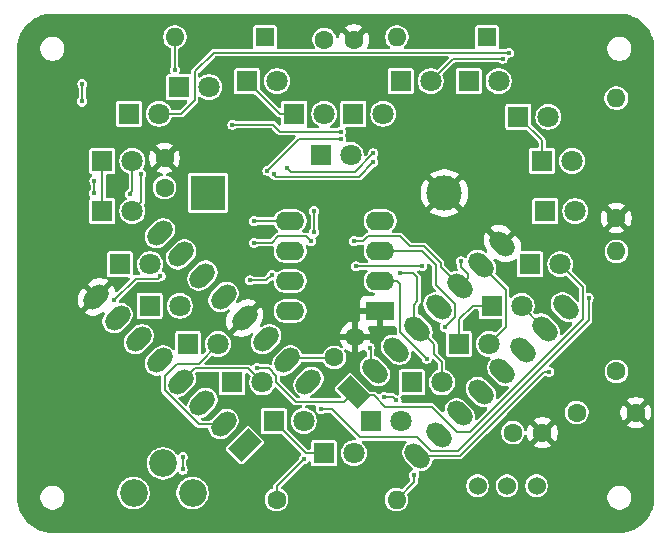
<source format=gbr>
%TF.GenerationSoftware,KiCad,Pcbnew,9.0.1*%
%TF.CreationDate,2025-04-07T15:46:50+02:00*%
%TF.ProjectId,Heart_NE555_THT,48656172-745f-44e4-9535-35355f544854,rev?*%
%TF.SameCoordinates,Original*%
%TF.FileFunction,Copper,L1,Top*%
%TF.FilePolarity,Positive*%
%FSLAX46Y46*%
G04 Gerber Fmt 4.6, Leading zero omitted, Abs format (unit mm)*
G04 Created by KiCad (PCBNEW 9.0.1) date 2025-04-07 15:46:50*
%MOMM*%
%LPD*%
G01*
G04 APERTURE LIST*
G04 Aperture macros list*
%AMHorizOval*
0 Thick line with rounded ends*
0 $1 width*
0 $2 $3 position (X,Y) of the first rounded end (center of the circle)*
0 $4 $5 position (X,Y) of the second rounded end (center of the circle)*
0 Add line between two ends*
20,1,$1,$2,$3,$4,$5,0*
0 Add two circle primitives to create the rounded ends*
1,1,$1,$2,$3*
1,1,$1,$4,$5*%
%AMRotRect*
0 Rectangle, with rotation*
0 The origin of the aperture is its center*
0 $1 length*
0 $2 width*
0 $3 Rotation angle, in degrees counterclockwise*
0 Add horizontal line*
21,1,$1,$2,0,0,$3*%
G04 Aperture macros list end*
%TA.AperFunction,ComponentPad*%
%ADD10R,2.400000X1.600000*%
%TD*%
%TA.AperFunction,ComponentPad*%
%ADD11O,2.400000X1.600000*%
%TD*%
%TA.AperFunction,ComponentPad*%
%ADD12R,1.800000X1.800000*%
%TD*%
%TA.AperFunction,ComponentPad*%
%ADD13C,1.800000*%
%TD*%
%TA.AperFunction,ComponentPad*%
%ADD14C,1.600000*%
%TD*%
%TA.AperFunction,ComponentPad*%
%ADD15O,1.600000X1.600000*%
%TD*%
%TA.AperFunction,ComponentPad*%
%ADD16RotRect,2.400000X1.600000X315.000000*%
%TD*%
%TA.AperFunction,ComponentPad*%
%ADD17HorizOval,1.600000X0.282843X-0.282843X-0.282843X0.282843X0*%
%TD*%
%TA.AperFunction,ComponentPad*%
%ADD18RotRect,2.400000X1.600000X45.000000*%
%TD*%
%TA.AperFunction,ComponentPad*%
%ADD19HorizOval,1.600000X0.282843X0.282843X-0.282843X-0.282843X0*%
%TD*%
%TA.AperFunction,ComponentPad*%
%ADD20C,2.340000*%
%TD*%
%TA.AperFunction,ComponentPad*%
%ADD21R,1.600000X1.600000*%
%TD*%
%TA.AperFunction,ComponentPad*%
%ADD22R,3.000000X3.000000*%
%TD*%
%TA.AperFunction,ComponentPad*%
%ADD23C,3.000000*%
%TD*%
%TA.AperFunction,ComponentPad*%
%ADD24C,1.524000*%
%TD*%
%TA.AperFunction,ViaPad*%
%ADD25C,0.450000*%
%TD*%
%TA.AperFunction,Conductor*%
%ADD26C,0.200000*%
%TD*%
G04 APERTURE END LIST*
D10*
%TO.P,U1,1,GND*%
%TO.N,GND*%
X128750000Y-88200000D03*
D11*
%TO.P,U1,2,TR*%
%TO.N,Net-(SW1-B)*%
X128750000Y-85660000D03*
%TO.P,U1,3,Q*%
%TO.N,Net-(D2-K)*%
X128750000Y-83120000D03*
%TO.P,U1,4,R*%
%TO.N,VCC*%
X128750000Y-80580000D03*
%TO.P,U1,5,CV*%
%TO.N,Net-(U1-CV)*%
X121130000Y-80580000D03*
%TO.P,U1,6,THR*%
%TO.N,Net-(SW1-B)*%
X121130000Y-83120000D03*
%TO.P,U1,7,DIS*%
%TO.N,Net-(U1-DIS)*%
X121130000Y-85660000D03*
%TO.P,U1,8,VCC*%
%TO.N,VCC*%
X121130000Y-88200000D03*
%TD*%
D12*
%TO.P,D26,1,K*%
%TO.N,/Common-R*%
X119740000Y-97500000D03*
D13*
%TO.P,D26,2,A*%
%TO.N,Net-(D14-A)*%
X122280000Y-97500000D03*
%TD*%
D12*
%TO.P,D25,1,K*%
%TO.N,/Common-R*%
X116240000Y-94250000D03*
D13*
%TO.P,D25,2,A*%
%TO.N,Net-(D13-A)*%
X118780000Y-94250000D03*
%TD*%
D12*
%TO.P,D24,1,K*%
%TO.N,/Common-R*%
X112490000Y-91000000D03*
D13*
%TO.P,D24,2,A*%
%TO.N,Net-(D12-A)*%
X115030000Y-91000000D03*
%TD*%
D12*
%TO.P,D23,1,K*%
%TO.N,/Common-R*%
X109240000Y-87750000D03*
D13*
%TO.P,D23,2,A*%
%TO.N,Net-(D11-A)*%
X111780000Y-87750000D03*
%TD*%
D12*
%TO.P,D22,1,K*%
%TO.N,/Common-R*%
X106740000Y-84250000D03*
D13*
%TO.P,D22,2,A*%
%TO.N,Net-(D10-A)*%
X109280000Y-84250000D03*
%TD*%
D12*
%TO.P,D21,1,K*%
%TO.N,/Common-R*%
X105240000Y-79750000D03*
D13*
%TO.P,D21,2,A*%
%TO.N,Net-(D21-A)*%
X107780000Y-79750000D03*
%TD*%
D12*
%TO.P,D20,1,K*%
%TO.N,/Common-R*%
X105240000Y-75500000D03*
D13*
%TO.P,D20,2,A*%
%TO.N,Net-(D20-A)*%
X107780000Y-75500000D03*
%TD*%
D12*
%TO.P,D17,1,K*%
%TO.N,/Common-R*%
X117490000Y-68750000D03*
D13*
%TO.P,D17,2,A*%
%TO.N,Net-(D17-A)*%
X120030000Y-68750000D03*
%TD*%
D12*
%TO.P,D16,1,K*%
%TO.N,/Common-R*%
X121490000Y-71500000D03*
D13*
%TO.P,D16,2,A*%
%TO.N,Net-(D16-A)*%
X124030000Y-71500000D03*
%TD*%
D12*
%TO.P,D15,1,K*%
%TO.N,/Common-R*%
X123715000Y-75000000D03*
D13*
%TO.P,D15,2,A*%
%TO.N,Net-(D15-A)*%
X126255000Y-75000000D03*
%TD*%
D12*
%TO.P,D14,1,K*%
%TO.N,/Common-R*%
X126490000Y-71500000D03*
D13*
%TO.P,D14,2,A*%
%TO.N,Net-(D14-A)*%
X129030000Y-71500000D03*
%TD*%
D12*
%TO.P,D13,1,K*%
%TO.N,/Common-R*%
X130490000Y-68750000D03*
D13*
%TO.P,D13,2,A*%
%TO.N,Net-(D13-A)*%
X133030000Y-68750000D03*
%TD*%
D12*
%TO.P,D11,1,K*%
%TO.N,/Common-R*%
X140465000Y-71750000D03*
D13*
%TO.P,D11,2,A*%
%TO.N,Net-(D11-A)*%
X143005000Y-71750000D03*
%TD*%
D12*
%TO.P,D6,1,K*%
%TO.N,/Common-R*%
X135440000Y-91000000D03*
D13*
%TO.P,D6,2,A*%
%TO.N,Net-(D18-A)*%
X137980000Y-91000000D03*
%TD*%
D12*
%TO.P,D10,1,K*%
%TO.N,/Common-R*%
X142465000Y-75500000D03*
D13*
%TO.P,D10,2,A*%
%TO.N,Net-(D10-A)*%
X145005000Y-75500000D03*
%TD*%
D12*
%TO.P,D3,1,K*%
%TO.N,/Common-R*%
X123990000Y-100250000D03*
D13*
%TO.P,D3,2,A*%
%TO.N,Net-(D15-A)*%
X126530000Y-100250000D03*
%TD*%
D12*
%TO.P,D7,1,K*%
%TO.N,/Common-R*%
X138190000Y-87750000D03*
D13*
%TO.P,D7,2,A*%
%TO.N,Net-(D19-A)*%
X140730000Y-87750000D03*
%TD*%
D12*
%TO.P,D5,1,K*%
%TO.N,/Common-R*%
X131440000Y-94250000D03*
D13*
%TO.P,D5,2,A*%
%TO.N,Net-(D17-A)*%
X133980000Y-94250000D03*
%TD*%
D12*
%TO.P,D4,1,K*%
%TO.N,/Common-R*%
X127965000Y-97500000D03*
D13*
%TO.P,D4,2,A*%
%TO.N,Net-(D16-A)*%
X130505000Y-97500000D03*
%TD*%
D12*
%TO.P,D9,1,K*%
%TO.N,/Common-R*%
X142740000Y-79750000D03*
D13*
%TO.P,D9,2,A*%
%TO.N,Net-(D21-A)*%
X145280000Y-79750000D03*
%TD*%
D12*
%TO.P,D8,1,K*%
%TO.N,/Common-R*%
X141475000Y-84250000D03*
D13*
%TO.P,D8,2,A*%
%TO.N,Net-(D20-A)*%
X144015000Y-84250000D03*
%TD*%
D12*
%TO.P,D12,1,K*%
%TO.N,/Common-R*%
X136240000Y-68750000D03*
D13*
%TO.P,D12,2,A*%
%TO.N,Net-(D12-A)*%
X138780000Y-68750000D03*
%TD*%
D12*
%TO.P,D19,1,K*%
%TO.N,/Common-R*%
X107490000Y-71500000D03*
D13*
%TO.P,D19,2,A*%
%TO.N,Net-(D19-A)*%
X110030000Y-71500000D03*
%TD*%
D12*
%TO.P,D18,1,K*%
%TO.N,/Common-R*%
X111740000Y-69250000D03*
D13*
%TO.P,D18,2,A*%
%TO.N,Net-(D18-A)*%
X114280000Y-69250000D03*
%TD*%
D14*
%TO.P,C4,1*%
%TO.N,VCC*%
X124025000Y-65225000D03*
%TO.P,C4,2*%
%TO.N,GND*%
X126525000Y-65225000D03*
%TD*%
%TO.P,R2,1*%
%TO.N,VCC*%
X148767800Y-93319600D03*
D15*
%TO.P,R2,2*%
%TO.N,Net-(D1-A)*%
X148767800Y-83159600D03*
%TD*%
D14*
%TO.P,R3,1*%
%TO.N,GND*%
X148750000Y-80330000D03*
D15*
%TO.P,R3,2*%
%TO.N,/Common-R*%
X148750000Y-70170000D03*
%TD*%
D16*
%TO.P,U2,1,Q5*%
%TO.N,Net-(D20-A)*%
X126519744Y-95070890D03*
D17*
%TO.P,U2,2,Q1*%
%TO.N,Net-(D16-A)*%
X128315795Y-93274839D03*
%TO.P,U2,3,Q0*%
%TO.N,Net-(D15-A)*%
X130111846Y-91478788D03*
%TO.P,U2,4,Q2*%
%TO.N,Net-(D17-A)*%
X131907898Y-89682736D03*
%TO.P,U2,5,Q6*%
%TO.N,Net-(D21-A)*%
X133703949Y-87886685D03*
%TO.P,U2,6,Q7*%
%TO.N,Net-(D10-A)*%
X135500000Y-86090634D03*
%TO.P,U2,7,Q3*%
%TO.N,Net-(D18-A)*%
X137296051Y-84294583D03*
%TO.P,U2,8,VSS*%
%TO.N,GND*%
X139092103Y-82498531D03*
%TO.P,U2,9,Q8*%
%TO.N,Net-(D11-A)*%
X144480256Y-87886685D03*
%TO.P,U2,10,Q4*%
%TO.N,Net-(D19-A)*%
X142684205Y-89682736D03*
%TO.P,U2,11,Q9*%
%TO.N,Net-(D1-K)*%
X140888154Y-91478788D03*
%TO.P,U2,12,Cout*%
%TO.N,unconnected-(U2-Cout-Pad12)*%
X139092103Y-93274839D03*
%TO.P,U2,13,CKEN*%
%TO.N,Net-(D1-K)*%
X137296051Y-95070890D03*
%TO.P,U2,14,CLK*%
%TO.N,Net-(D2-K)*%
X135500000Y-96866941D03*
%TO.P,U2,15,Reset*%
%TO.N,Net-(U2-Reset)*%
X133703949Y-98662992D03*
%TO.P,U2,16,VDD*%
%TO.N,VCC*%
X131907898Y-100459044D03*
%TD*%
D18*
%TO.P,U3,1,Q5*%
%TO.N,unconnected-(U3-Q5-Pad1)*%
X117296051Y-99572359D03*
D19*
%TO.P,U3,2,Q1*%
%TO.N,Net-(D12-A)*%
X115500000Y-97776308D03*
%TO.P,U3,3,Q0*%
%TO.N,unconnected-(U3-Q0-Pad3)*%
X113703949Y-95980257D03*
%TO.P,U3,4,Q2*%
%TO.N,Net-(D13-A)*%
X111907897Y-94184205D03*
%TO.P,U3,5,Q6*%
%TO.N,unconnected-(U3-Q6-Pad5)*%
X110111846Y-92388154D03*
%TO.P,U3,6,Q7*%
%TO.N,unconnected-(U3-Q7-Pad6)*%
X108315795Y-90592103D03*
%TO.P,U3,7,Q3*%
%TO.N,Net-(D14-A)*%
X106519744Y-88796052D03*
%TO.P,U3,8,VSS*%
%TO.N,GND*%
X104723692Y-87000000D03*
%TO.P,U3,9,Q8*%
%TO.N,unconnected-(U3-Q8-Pad9)*%
X110111846Y-81611847D03*
%TO.P,U3,10,Q4*%
%TO.N,Net-(U2-Reset)*%
X111907897Y-83407898D03*
%TO.P,U3,11,Q9*%
%TO.N,unconnected-(U3-Q9-Pad11)*%
X113703949Y-85203949D03*
%TO.P,U3,12,Cout*%
%TO.N,unconnected-(U3-Cout-Pad12)*%
X115500000Y-87000000D03*
%TO.P,U3,13,CKEN*%
%TO.N,GND*%
X117296051Y-88796052D03*
%TO.P,U3,14,CLK*%
%TO.N,Net-(D1-A)*%
X119092102Y-90592103D03*
%TO.P,U3,15,Reset*%
%TO.N,Net-(D15-A)*%
X120888153Y-92388154D03*
%TO.P,U3,16,VDD*%
%TO.N,VCC*%
X122684205Y-94184205D03*
%TD*%
D14*
%TO.P,R1,1*%
%TO.N,Net-(U1-DIS)*%
X119989600Y-104165400D03*
D15*
%TO.P,R1,2*%
%TO.N,Net-(SW1-B)*%
X130149600Y-104165400D03*
%TD*%
D14*
%TO.P,C3,1*%
%TO.N,Net-(U1-CV)*%
X110500000Y-77750000D03*
%TO.P,C3,2*%
%TO.N,GND*%
X110500000Y-75250000D03*
%TD*%
D20*
%TO.P,RV1,1,1*%
%TO.N,Net-(U1-DIS)*%
X112875000Y-103600000D03*
%TO.P,RV1,2,2*%
%TO.N,VCC*%
X110375000Y-101100000D03*
%TO.P,RV1,3,3*%
%TO.N,unconnected-(RV1-Pad3)*%
X107875000Y-103600000D03*
%TD*%
D21*
%TO.P,D1,1,K*%
%TO.N,Net-(D1-K)*%
X119000000Y-65000000D03*
D15*
%TO.P,D1,2,A*%
%TO.N,Net-(D1-A)*%
X111380000Y-65000000D03*
%TD*%
D22*
%TO.P,BT1,1,+*%
%TO.N,+3V0*%
X114188200Y-78206600D03*
D23*
%TO.P,BT1,2,-*%
%TO.N,GND*%
X134188200Y-78206600D03*
%TD*%
D24*
%TO.P,SW1,1,A*%
%TO.N,Net-(SW1-A)*%
X142000000Y-103000000D03*
%TO.P,SW1,2,B*%
%TO.N,Net-(SW1-B)*%
X139500000Y-103000000D03*
%TO.P,SW1,3,C*%
%TO.N,Net-(SW1-C)*%
X137000000Y-103000000D03*
%TD*%
D14*
%TO.P,C5,1*%
%TO.N,Net-(D15-A)*%
X124866117Y-92133884D03*
%TO.P,C5,2*%
%TO.N,GND*%
X126633884Y-90366117D03*
%TD*%
%TO.P,C1,1*%
%TO.N,Net-(SW1-C)*%
X140000000Y-98500000D03*
%TO.P,C1,2*%
%TO.N,GND*%
X142500000Y-98500000D03*
%TD*%
D21*
%TO.P,D2,1,K*%
%TO.N,Net-(D2-K)*%
X137795000Y-64998600D03*
D15*
%TO.P,D2,2,A*%
%TO.N,Net-(D1-A)*%
X130175000Y-64998600D03*
%TD*%
D14*
%TO.P,C2,1*%
%TO.N,Net-(SW1-A)*%
X145400000Y-96800000D03*
%TO.P,C2,2*%
%TO.N,GND*%
X150400000Y-96800000D03*
%TD*%
D25*
%TO.N,VCC*%
X143050000Y-93325000D03*
%TO.N,Net-(U1-CV)*%
X118085000Y-80580000D03*
%TO.N,Net-(D1-K)*%
X112039400Y-101617000D03*
X103530268Y-68955268D03*
X103512566Y-70457897D03*
X112039400Y-100567000D03*
%TO.N,Net-(D1-A)*%
X111379000Y-67767200D03*
%TO.N,Net-(D2-K)*%
X134228557Y-89538557D03*
%TO.N,Net-(D16-A)*%
X127876870Y-91293866D03*
%TO.N,Net-(D17-A)*%
X130403600Y-84941060D03*
X123164600Y-81534000D03*
X123154832Y-79714968D03*
%TO.N,Net-(D18-A)*%
X120855739Y-76106800D03*
X128187937Y-74853800D03*
%TO.N,Net-(D19-A)*%
X139652132Y-66322332D03*
%TO.N,Net-(D20-A)*%
X118295855Y-93016616D03*
X107559572Y-78273372D03*
%TO.N,Net-(D21-A)*%
X108534200Y-76614532D03*
X128188455Y-75610728D03*
X119769400Y-76629261D03*
%TO.N,Net-(D10-A)*%
X118085000Y-82423000D03*
X122910600Y-82270600D03*
X135580000Y-83995000D03*
X126535000Y-82270600D03*
%TO.N,Net-(D11-A)*%
X119568400Y-85143735D03*
X132338200Y-84416060D03*
X117712000Y-85598000D03*
X126725000Y-84416060D03*
%TO.N,Net-(D12-A)*%
X119194067Y-76326781D03*
X125455000Y-73650003D03*
%TO.N,Net-(D13-A)*%
X146422600Y-87075000D03*
X123725000Y-96500000D03*
X139141200Y-66844400D03*
%TO.N,/Common-R*%
X129091200Y-95455739D03*
X130141200Y-95775000D03*
%TO.N,Net-(D14-A)*%
X116255800Y-72426000D03*
X104495600Y-78249000D03*
X125455000Y-73000000D03*
X104546400Y-77173600D03*
%TO.N,Net-(SW1-B)*%
X132689600Y-92227400D03*
X131625000Y-102050000D03*
%TO.N,Net-(U1-DIS)*%
X122299708Y-100739301D03*
%TO.N,Net-(U2-Reset)*%
X106231200Y-87274400D03*
X110159800Y-85242400D03*
%TD*%
D26*
%TO.N,VCC*%
X143050000Y-93325000D02*
X142615686Y-93325000D01*
X142615686Y-93325000D02*
X135481642Y-100459044D01*
X122684205Y-94734205D02*
X122684205Y-94184205D01*
X135481642Y-100459044D02*
X131907898Y-100459044D01*
%TO.N,Net-(U1-CV)*%
X118085000Y-80580000D02*
X121130000Y-80580000D01*
%TO.N,Net-(D1-K)*%
X103525000Y-70445463D02*
X103525000Y-68960536D01*
X103512566Y-70457897D02*
X103525000Y-70445463D01*
X103525000Y-68960536D02*
X103530268Y-68955268D01*
X112039400Y-101617000D02*
X112039400Y-100567000D01*
%TO.N,Net-(D1-A)*%
X111379000Y-67767200D02*
X111380000Y-67766200D01*
X111380000Y-67766200D02*
X111380000Y-65000000D01*
X111379000Y-65001000D02*
X111380000Y-65000000D01*
%TO.N,Net-(D2-K)*%
X135086792Y-88680323D02*
X135086791Y-88680323D01*
X132317000Y-83120000D02*
X128750000Y-83120000D01*
X132317000Y-83120000D02*
X133477000Y-84280000D01*
X133477000Y-86004400D02*
X135086792Y-87614192D01*
X135086792Y-87614192D02*
X135086792Y-88680323D01*
X135086791Y-88680323D02*
X134228557Y-89538557D01*
X133477000Y-84280000D02*
X133477000Y-86004400D01*
%TO.N,Net-(D15-A)*%
X121101307Y-92175000D02*
X124825001Y-92175000D01*
X124825001Y-92175000D02*
X124866117Y-92133884D01*
X120888153Y-92301847D02*
X120888153Y-92388154D01*
X120888153Y-92388154D02*
X121101307Y-92175000D01*
%TO.N,Net-(D16-A)*%
X127950000Y-91366996D02*
X127950000Y-92909044D01*
X127876870Y-91293866D02*
X127950000Y-91366996D01*
X127950000Y-92909044D02*
X128315795Y-93274839D01*
X128004956Y-92964000D02*
X128315795Y-93274839D01*
X130505000Y-97500000D02*
X130505000Y-96752500D01*
%TO.N,Net-(D17-A)*%
X131973736Y-89682736D02*
X131907898Y-89682736D01*
X131902200Y-85344000D02*
X131902200Y-87369114D01*
X133959600Y-94229600D02*
X133959600Y-92485286D01*
X131902200Y-87369114D02*
X131622800Y-87648514D01*
X131499260Y-84941060D02*
X131902200Y-85344000D01*
X123154832Y-79714968D02*
X123164600Y-79724736D01*
X133324600Y-91033600D02*
X131973736Y-89682736D01*
X133980000Y-94250000D02*
X133959600Y-94229600D01*
X131622800Y-87648514D02*
X131622800Y-89397638D01*
X123164600Y-79724736D02*
X123164600Y-81534000D01*
X133324600Y-91850286D02*
X133324600Y-91033600D01*
X130403600Y-84941060D02*
X131499260Y-84941060D01*
X131622800Y-89397638D02*
X131907898Y-89682736D01*
X133959600Y-92485286D02*
X133324600Y-91850286D01*
%TO.N,Net-(D18-A)*%
X139390000Y-89590000D02*
X139390000Y-86388532D01*
X126613137Y-76428600D02*
X121177539Y-76428600D01*
X121177539Y-76428600D02*
X120855739Y-76106800D01*
X139390000Y-86388532D02*
X137296051Y-84294583D01*
X128187937Y-74853800D02*
X126613137Y-76428600D01*
X137296051Y-84294583D02*
X136990000Y-84600634D01*
X137980000Y-91000000D02*
X139390000Y-89590000D01*
X137075468Y-84074000D02*
X137296051Y-84294583D01*
%TO.N,Net-(D19-A)*%
X142684205Y-89682736D02*
X142662736Y-89682736D01*
X139652132Y-66322332D02*
X139680464Y-66294000D01*
X139652132Y-66322332D02*
X139649200Y-66319400D01*
X113055400Y-70334600D02*
X111890000Y-71500000D01*
X126986235Y-66319400D02*
X126980635Y-66325000D01*
X113055400Y-67919600D02*
X113055400Y-70334600D01*
X139649200Y-66319400D02*
X126986235Y-66319400D01*
X126980635Y-66325000D02*
X114650000Y-66325000D01*
X142662736Y-89682736D02*
X140730000Y-87750000D01*
X114650000Y-66325000D02*
X113055400Y-67919600D01*
X111890000Y-71500000D02*
X110030000Y-71500000D01*
%TO.N,Net-(D20-A)*%
X119305616Y-93016616D02*
X118295855Y-93016616D01*
X133155400Y-96300000D02*
X135305400Y-98450000D01*
X145897600Y-88902400D02*
X145897600Y-86132600D01*
X126800454Y-95351600D02*
X128244600Y-95351600D01*
X121605200Y-95875000D02*
X119980000Y-94249800D01*
X107780000Y-78052944D02*
X107780000Y-75500000D01*
X126519744Y-95070890D02*
X126800454Y-95351600D01*
X107559572Y-78273372D02*
X107780000Y-78052944D01*
X145897600Y-86132600D02*
X144015000Y-84250000D01*
X119980000Y-94249800D02*
X119980000Y-93691000D01*
X129193000Y-96300000D02*
X133155400Y-96300000D01*
X128244600Y-95351600D02*
X129193000Y-96300000D01*
X135305400Y-98450000D02*
X136350000Y-98450000D01*
X125715634Y-95875000D02*
X121605200Y-95875000D01*
X126519744Y-95070890D02*
X125715634Y-95875000D01*
X119980000Y-93691000D02*
X119305616Y-93016616D01*
X136350000Y-98450000D02*
X145897600Y-88902400D01*
%TO.N,Net-(D21-A)*%
X126964183Y-76835000D02*
X128188455Y-75610728D01*
X119975139Y-76835000D02*
X126964183Y-76835000D01*
X108534200Y-78995800D02*
X108534200Y-76614532D01*
X119769400Y-76629261D02*
X119975139Y-76835000D01*
X107780000Y-79750000D02*
X108534200Y-78995800D01*
X145280000Y-79750000D02*
X145338800Y-79808800D01*
%TO.N,Net-(D10-A)*%
X130415000Y-81875000D02*
X131260000Y-82720000D01*
X135490634Y-86090634D02*
X135500000Y-86090634D01*
X131260000Y-82720000D02*
X132482686Y-82720000D01*
X127725000Y-81875000D02*
X130415000Y-81875000D01*
X132482686Y-82720000D02*
X132717000Y-82954315D01*
X133877000Y-84477000D02*
X135490634Y-86090634D01*
X118085000Y-82423000D02*
X119583200Y-82423000D01*
X127329400Y-82270600D02*
X127725000Y-81875000D01*
X119583200Y-82423000D02*
X120142000Y-81864200D01*
X122504200Y-81864200D02*
X122910600Y-82270600D01*
X126535000Y-82270600D02*
X127329400Y-82270600D01*
X120142000Y-81864200D02*
X122504200Y-81864200D01*
X135580000Y-84450000D02*
X136210000Y-85080000D01*
X136210000Y-85380634D02*
X135500000Y-86090634D01*
X132717000Y-82954315D02*
X133877000Y-84114314D01*
X135204200Y-85794834D02*
X135500000Y-86090634D01*
X136210000Y-85080000D02*
X136210000Y-85380634D01*
X133877000Y-84114314D02*
X133877000Y-84477000D01*
X135580000Y-83995000D02*
X135580000Y-84450000D01*
%TO.N,Net-(D11-A)*%
X143010000Y-71755000D02*
X143005000Y-71750000D01*
X119114135Y-85598000D02*
X117712000Y-85598000D01*
X132338200Y-84416060D02*
X126725000Y-84416060D01*
X119568400Y-85143735D02*
X119114135Y-85598000D01*
%TO.N,Net-(D12-A)*%
X125455000Y-73650003D02*
X125454997Y-73650000D01*
X125454997Y-73650000D02*
X121870848Y-73650000D01*
X121870848Y-73650000D02*
X119194067Y-76326781D01*
X115030000Y-91000000D02*
X113380000Y-92650000D01*
X111591400Y-92650000D02*
X110525054Y-93716346D01*
X113380000Y-92650000D02*
X111591400Y-92650000D01*
X110525054Y-93716346D02*
X110525054Y-94922682D01*
X113378680Y-97776308D02*
X115500000Y-97776308D01*
X110525054Y-94922682D02*
X113378680Y-97776308D01*
%TO.N,Net-(D13-A)*%
X113042102Y-93050000D02*
X111907897Y-94184205D01*
X117580000Y-93050000D02*
X113042102Y-93050000D01*
X131879488Y-98875000D02*
X133050323Y-100045835D01*
X134952600Y-66827400D02*
X133030000Y-68750000D01*
X133050323Y-100045835D02*
X135329165Y-100045835D01*
X135329165Y-100045835D02*
X146425000Y-88950000D01*
X127069000Y-98875000D02*
X131879488Y-98875000D01*
X146425000Y-87077400D02*
X146422600Y-87075000D01*
X123725000Y-96500000D02*
X124694000Y-96500000D01*
X124694000Y-96500000D02*
X127069000Y-98875000D01*
X139141200Y-66844400D02*
X139124200Y-66827400D01*
X139124200Y-66827400D02*
X134952600Y-66827400D01*
X146425000Y-88950000D02*
X146425000Y-87077400D01*
X118780000Y-94250000D02*
X117580000Y-93050000D01*
%TO.N,/Common-R*%
X117490000Y-68750000D02*
X120240000Y-71500000D01*
X140465000Y-71750000D02*
X140465000Y-71758000D01*
X105240000Y-75500000D02*
X105232200Y-75507800D01*
X105232200Y-79742200D02*
X105240000Y-79750000D01*
X142465000Y-73758000D02*
X142465000Y-75500000D01*
X140465000Y-71758000D02*
X142465000Y-73758000D01*
X122490000Y-100250000D02*
X123990000Y-100250000D01*
X119740000Y-97500000D02*
X122490000Y-100250000D01*
X105232200Y-75507800D02*
X105232200Y-79742200D01*
X135440000Y-88892800D02*
X135440000Y-91000000D01*
X129091200Y-95455739D02*
X129821939Y-95455739D01*
X136582800Y-87750000D02*
X135440000Y-88892800D01*
X138190000Y-87750000D02*
X136582800Y-87750000D01*
X129821939Y-95455739D02*
X130141200Y-95775000D01*
X120240000Y-71500000D02*
X121490000Y-71500000D01*
%TO.N,Net-(D14-A)*%
X104546400Y-78198200D02*
X104495600Y-78249000D01*
X119710200Y-72415400D02*
X116266400Y-72415400D01*
X125455000Y-73000000D02*
X120294800Y-73000000D01*
X116266400Y-72415400D02*
X116255800Y-72426000D01*
X104546400Y-77173600D02*
X104546400Y-78198200D01*
X120294800Y-73000000D02*
X119710200Y-72415400D01*
%TO.N,Net-(SW1-B)*%
X132689600Y-92227400D02*
X130454400Y-89992200D01*
X131625000Y-102050000D02*
X131625000Y-102690000D01*
X130186200Y-85660000D02*
X128750000Y-85660000D01*
X131625000Y-102690000D02*
X130149600Y-104165400D01*
X129097000Y-85660000D02*
X129108200Y-85648800D01*
X130454400Y-89992200D02*
X130454400Y-85928200D01*
X130454400Y-85928200D02*
X130186200Y-85660000D01*
%TO.N,Net-(U1-DIS)*%
X112875000Y-103600000D02*
X113075000Y-103400000D01*
X112850000Y-102800000D02*
X113225000Y-103175000D01*
X122299708Y-100739301D02*
X119989600Y-103049409D01*
X119989600Y-103049409D02*
X119989600Y-104165400D01*
%TO.N,Net-(U2-Reset)*%
X110159800Y-85242400D02*
X109952200Y-85450000D01*
X108055600Y-85450000D02*
X106231200Y-87274400D01*
X109952200Y-85450000D02*
X108055600Y-85450000D01*
%TD*%
%TA.AperFunction,Conductor*%
%TO.N,GND*%
G36*
X132922595Y-84160211D02*
G01*
X132956096Y-84184067D01*
X133140181Y-84368152D01*
X133173666Y-84429475D01*
X133176500Y-84455833D01*
X133176500Y-86043962D01*
X133186596Y-86081640D01*
X133196979Y-86120390D01*
X133196980Y-86120391D01*
X133204791Y-86133920D01*
X133224848Y-86168660D01*
X133236540Y-86188911D01*
X133236542Y-86188913D01*
X133439290Y-86391661D01*
X133472775Y-86452984D01*
X133467791Y-86522676D01*
X133425919Y-86578609D01*
X133360455Y-86603026D01*
X133351609Y-86603342D01*
X133322563Y-86603342D01*
X133129277Y-86641789D01*
X133129269Y-86641791D01*
X132947195Y-86717209D01*
X132947185Y-86717214D01*
X132783325Y-86826702D01*
X132783321Y-86826705D01*
X132643969Y-86966057D01*
X132643966Y-86966061D01*
X132534478Y-87129921D01*
X132534473Y-87129931D01*
X132459055Y-87312005D01*
X132459053Y-87312011D01*
X132448805Y-87363530D01*
X132448800Y-87363559D01*
X132420606Y-87505302D01*
X132420606Y-87542680D01*
X132420606Y-87702386D01*
X132459053Y-87895670D01*
X132459055Y-87895678D01*
X132534473Y-88077752D01*
X132534478Y-88077762D01*
X132643966Y-88241622D01*
X132643969Y-88241626D01*
X133349007Y-88946664D01*
X133349011Y-88946667D01*
X133512871Y-89056155D01*
X133512875Y-89056157D01*
X133512878Y-89056159D01*
X133694956Y-89131579D01*
X133741467Y-89140830D01*
X133773924Y-89147287D01*
X133835835Y-89179671D01*
X133870409Y-89240387D01*
X133866670Y-89310157D01*
X133857120Y-89330904D01*
X133832055Y-89374317D01*
X133832054Y-89374320D01*
X133803057Y-89482539D01*
X133803057Y-89594574D01*
X133832054Y-89702793D01*
X133832055Y-89702796D01*
X133843313Y-89722296D01*
X133888072Y-89799820D01*
X133967294Y-89879042D01*
X134064320Y-89935060D01*
X134172539Y-89964057D01*
X134172541Y-89964057D01*
X134215500Y-89964057D01*
X134282539Y-89983742D01*
X134328294Y-90036546D01*
X134339500Y-90088057D01*
X134339500Y-91919752D01*
X134351131Y-91978229D01*
X134351132Y-91978230D01*
X134395447Y-92044552D01*
X134461769Y-92088867D01*
X134461770Y-92088868D01*
X134520247Y-92100499D01*
X134520250Y-92100500D01*
X134520252Y-92100500D01*
X136359750Y-92100500D01*
X136359751Y-92100499D01*
X136376720Y-92097124D01*
X136418229Y-92088868D01*
X136418229Y-92088867D01*
X136418231Y-92088867D01*
X136484552Y-92044552D01*
X136528867Y-91978231D01*
X136528867Y-91978229D01*
X136528868Y-91978229D01*
X136540499Y-91919752D01*
X136540500Y-91919750D01*
X136540500Y-90080249D01*
X136540499Y-90080247D01*
X136528868Y-90021770D01*
X136528867Y-90021769D01*
X136484552Y-89955447D01*
X136418230Y-89911132D01*
X136418229Y-89911131D01*
X136359752Y-89899500D01*
X136359748Y-89899500D01*
X135864500Y-89899500D01*
X135797461Y-89879815D01*
X135751706Y-89827011D01*
X135740500Y-89775500D01*
X135740500Y-89068633D01*
X135760185Y-89001594D01*
X135776819Y-88980952D01*
X136670952Y-88086819D01*
X136697879Y-88072115D01*
X136723698Y-88055523D01*
X136729898Y-88054631D01*
X136732275Y-88053334D01*
X136758633Y-88050500D01*
X136965500Y-88050500D01*
X137032539Y-88070185D01*
X137078294Y-88122989D01*
X137089500Y-88174500D01*
X137089500Y-88669752D01*
X137101131Y-88728229D01*
X137101132Y-88728230D01*
X137145447Y-88794552D01*
X137211769Y-88838867D01*
X137211770Y-88838868D01*
X137270247Y-88850499D01*
X137270250Y-88850500D01*
X137270252Y-88850500D01*
X138965500Y-88850500D01*
X139032539Y-88870185D01*
X139078294Y-88922989D01*
X139089500Y-88974500D01*
X139089500Y-89414166D01*
X139069815Y-89481205D01*
X139053181Y-89501847D01*
X138580394Y-89974633D01*
X138519071Y-90008118D01*
X138449379Y-90003134D01*
X138436419Y-89997437D01*
X138402452Y-89980130D01*
X138402446Y-89980127D01*
X138402445Y-89980127D01*
X138237701Y-89926598D01*
X138237699Y-89926597D01*
X138237698Y-89926597D01*
X138106271Y-89905781D01*
X138066611Y-89899500D01*
X137893389Y-89899500D01*
X137853728Y-89905781D01*
X137722302Y-89926597D01*
X137557552Y-89980128D01*
X137403211Y-90058768D01*
X137335190Y-90108189D01*
X137263072Y-90160586D01*
X137263070Y-90160588D01*
X137263069Y-90160588D01*
X137140588Y-90283069D01*
X137140588Y-90283070D01*
X137140586Y-90283072D01*
X137121520Y-90309314D01*
X137038768Y-90423211D01*
X136960128Y-90577552D01*
X136906597Y-90742302D01*
X136879500Y-90913389D01*
X136879500Y-91086610D01*
X136904943Y-91247255D01*
X136906598Y-91257701D01*
X136960127Y-91422445D01*
X137038768Y-91576788D01*
X137140586Y-91716928D01*
X137263072Y-91839414D01*
X137403212Y-91941232D01*
X137557555Y-92019873D01*
X137722299Y-92073402D01*
X137893389Y-92100500D01*
X137893390Y-92100500D01*
X137986473Y-92100500D01*
X138053512Y-92120185D01*
X138099267Y-92172989D01*
X138109211Y-92242147D01*
X138080186Y-92305703D01*
X138074154Y-92312181D01*
X138032123Y-92354211D01*
X138032120Y-92354215D01*
X137922632Y-92518075D01*
X137922627Y-92518085D01*
X137847209Y-92700159D01*
X137847207Y-92700167D01*
X137808760Y-92893451D01*
X137808760Y-93090540D01*
X137847207Y-93283824D01*
X137847209Y-93283832D01*
X137922627Y-93465906D01*
X137922632Y-93465916D01*
X138032120Y-93629776D01*
X138032123Y-93629780D01*
X138737161Y-94334818D01*
X138737165Y-94334821D01*
X138901025Y-94444309D01*
X138901029Y-94444311D01*
X138901032Y-94444313D01*
X139083110Y-94519733D01*
X139276401Y-94558181D01*
X139276404Y-94558182D01*
X139276406Y-94558182D01*
X139473486Y-94558182D01*
X139501185Y-94552672D01*
X139570775Y-94558898D01*
X139625953Y-94601760D01*
X139649199Y-94667649D01*
X139633133Y-94735646D01*
X139613058Y-94761970D01*
X138783182Y-95591846D01*
X138721859Y-95625331D01*
X138652167Y-95620347D01*
X138596234Y-95578475D01*
X138571817Y-95513011D01*
X138573884Y-95479972D01*
X138576356Y-95467548D01*
X138579394Y-95452273D01*
X138579394Y-95255193D01*
X138579394Y-95255190D01*
X138579393Y-95255188D01*
X138574031Y-95228230D01*
X138540945Y-95061897D01*
X138465525Y-94879819D01*
X138465523Y-94879816D01*
X138465521Y-94879812D01*
X138356033Y-94715952D01*
X138356030Y-94715948D01*
X137650992Y-94010910D01*
X137650988Y-94010907D01*
X137487128Y-93901419D01*
X137487118Y-93901414D01*
X137305044Y-93825996D01*
X137305036Y-93825994D01*
X137111751Y-93787547D01*
X137111748Y-93787547D01*
X136914668Y-93787547D01*
X136914665Y-93787547D01*
X136721379Y-93825994D01*
X136721371Y-93825996D01*
X136539297Y-93901414D01*
X136539287Y-93901419D01*
X136375427Y-94010907D01*
X136375423Y-94010910D01*
X136236071Y-94150262D01*
X136236068Y-94150266D01*
X136126580Y-94314126D01*
X136126575Y-94314136D01*
X136051157Y-94496210D01*
X136051155Y-94496218D01*
X136012708Y-94689502D01*
X136012708Y-94886591D01*
X136049505Y-95071579D01*
X136051157Y-95079883D01*
X136098625Y-95194479D01*
X136126575Y-95261957D01*
X136126580Y-95261967D01*
X136236068Y-95425827D01*
X136236071Y-95425831D01*
X136941109Y-96130869D01*
X136941113Y-96130872D01*
X137104973Y-96240360D01*
X137104977Y-96240362D01*
X137104980Y-96240364D01*
X137287058Y-96315784D01*
X137480349Y-96354232D01*
X137480352Y-96354233D01*
X137480354Y-96354233D01*
X137677435Y-96354233D01*
X137688025Y-96352126D01*
X137705134Y-96348723D01*
X137774724Y-96354949D01*
X137829902Y-96397811D01*
X137853148Y-96463701D01*
X137837081Y-96531698D01*
X137817007Y-96558021D01*
X136987131Y-97387897D01*
X136925808Y-97421382D01*
X136856116Y-97416398D01*
X136800183Y-97374526D01*
X136775766Y-97309062D01*
X136777833Y-97276023D01*
X136778252Y-97273920D01*
X136783343Y-97248324D01*
X136783343Y-97051244D01*
X136783343Y-97051241D01*
X136783342Y-97051239D01*
X136758331Y-96925500D01*
X136744894Y-96857948D01*
X136669474Y-96675870D01*
X136669472Y-96675867D01*
X136669470Y-96675863D01*
X136559982Y-96512003D01*
X136559979Y-96511999D01*
X135854941Y-95806961D01*
X135854937Y-95806958D01*
X135691077Y-95697470D01*
X135691067Y-95697465D01*
X135508993Y-95622047D01*
X135508985Y-95622045D01*
X135315700Y-95583598D01*
X135315697Y-95583598D01*
X135118617Y-95583598D01*
X135118614Y-95583598D01*
X134925328Y-95622045D01*
X134925320Y-95622047D01*
X134743246Y-95697465D01*
X134743236Y-95697470D01*
X134579376Y-95806958D01*
X134579372Y-95806961D01*
X134440020Y-95946313D01*
X134440017Y-95946317D01*
X134330529Y-96110177D01*
X134330524Y-96110187D01*
X134255106Y-96292261D01*
X134255104Y-96292269D01*
X134216657Y-96485553D01*
X134216657Y-96636924D01*
X134196972Y-96703963D01*
X134144168Y-96749718D01*
X134075010Y-96759662D01*
X134011454Y-96730637D01*
X134004976Y-96724605D01*
X133339912Y-96059541D01*
X133339911Y-96059540D01*
X133313559Y-96044326D01*
X133313559Y-96044324D01*
X133313556Y-96044324D01*
X133271394Y-96019981D01*
X133271391Y-96019979D01*
X133233175Y-96009739D01*
X133194962Y-95999500D01*
X133194960Y-95999500D01*
X130683155Y-95999500D01*
X130616116Y-95979815D01*
X130570361Y-95927011D01*
X130560417Y-95857853D01*
X130563380Y-95843407D01*
X130566700Y-95831018D01*
X130566700Y-95718982D01*
X130537703Y-95610763D01*
X130494826Y-95536499D01*
X130478354Y-95468600D01*
X130501206Y-95402573D01*
X130556128Y-95359382D01*
X130602214Y-95350500D01*
X132359750Y-95350500D01*
X132359751Y-95350499D01*
X132375343Y-95347398D01*
X132418229Y-95338868D01*
X132418229Y-95338867D01*
X132418231Y-95338867D01*
X132484552Y-95294552D01*
X132528867Y-95228231D01*
X132528867Y-95228229D01*
X132528868Y-95228229D01*
X132540499Y-95169752D01*
X132540500Y-95169750D01*
X132540500Y-93330249D01*
X132540499Y-93330247D01*
X132528868Y-93271770D01*
X132528867Y-93271769D01*
X132484552Y-93205447D01*
X132418230Y-93161132D01*
X132418229Y-93161131D01*
X132359752Y-93149500D01*
X132359748Y-93149500D01*
X130520252Y-93149500D01*
X130520247Y-93149500D01*
X130461770Y-93161131D01*
X130461769Y-93161132D01*
X130395447Y-93205447D01*
X130351132Y-93271769D01*
X130351131Y-93271770D01*
X130339500Y-93330247D01*
X130339500Y-95169749D01*
X130346375Y-95204316D01*
X130340146Y-95273908D01*
X130297282Y-95329084D01*
X130231391Y-95352327D01*
X130213418Y-95351985D01*
X130202881Y-95351017D01*
X130197218Y-95349500D01*
X130186357Y-95349500D01*
X130180694Y-95348980D01*
X130153281Y-95338121D01*
X130124994Y-95329815D01*
X130117917Y-95324112D01*
X130115735Y-95323248D01*
X130114213Y-95321127D01*
X130104352Y-95313181D01*
X130006451Y-95215280D01*
X130006443Y-95215274D01*
X129937934Y-95175721D01*
X129937929Y-95175718D01*
X129912452Y-95168891D01*
X129861501Y-95155239D01*
X129861499Y-95155239D01*
X129443810Y-95155239D01*
X129376771Y-95135554D01*
X129356129Y-95118920D01*
X129352465Y-95115256D01*
X129352463Y-95115254D01*
X129255437Y-95059236D01*
X129147218Y-95030239D01*
X129035182Y-95030239D01*
X128926963Y-95059236D01*
X128926960Y-95059237D01*
X128829940Y-95115252D01*
X128829934Y-95115256D01*
X128750717Y-95194473D01*
X128750712Y-95194479D01*
X128744300Y-95205586D01*
X128727184Y-95221904D01*
X128713445Y-95241148D01*
X128702365Y-95245567D01*
X128693731Y-95253800D01*
X128670510Y-95258274D01*
X128648548Y-95267035D01*
X128636837Y-95264762D01*
X128625123Y-95267020D01*
X128603169Y-95258230D01*
X128579957Y-95253726D01*
X128565473Y-95243136D01*
X128560259Y-95241049D01*
X128551233Y-95233218D01*
X128550235Y-95232264D01*
X128429111Y-95111140D01*
X128427919Y-95110452D01*
X128374972Y-95079883D01*
X128360590Y-95071579D01*
X128324452Y-95061896D01*
X128284162Y-95051100D01*
X128284160Y-95051100D01*
X127966236Y-95051100D01*
X127899197Y-95031415D01*
X127878555Y-95014781D01*
X126364715Y-93500940D01*
X126364707Y-93500934D01*
X126315134Y-93467810D01*
X126315130Y-93467808D01*
X126236903Y-93452249D01*
X126236899Y-93452249D01*
X126158670Y-93467809D01*
X126158669Y-93467809D01*
X126109088Y-93500939D01*
X126109084Y-93500942D01*
X124949796Y-94660230D01*
X124949793Y-94660234D01*
X124916663Y-94709815D01*
X124916663Y-94709816D01*
X124901103Y-94788044D01*
X124901103Y-94788049D01*
X124916662Y-94866276D01*
X124916664Y-94866280D01*
X124949788Y-94915853D01*
X124949794Y-94915861D01*
X125396753Y-95362819D01*
X125430238Y-95424142D01*
X125425254Y-95493833D01*
X125383383Y-95549767D01*
X125317918Y-95574184D01*
X125309072Y-95574500D01*
X122953568Y-95574500D01*
X122886529Y-95554815D01*
X122840774Y-95502011D01*
X122830830Y-95432853D01*
X122859855Y-95369297D01*
X122884677Y-95347398D01*
X123039143Y-95244187D01*
X123744184Y-94539146D01*
X123744187Y-94539143D01*
X123853679Y-94375276D01*
X123929099Y-94193198D01*
X123967548Y-93999902D01*
X123967548Y-93802822D01*
X123967548Y-93802819D01*
X123967547Y-93802817D01*
X123965698Y-93793520D01*
X123929099Y-93609526D01*
X123853679Y-93427448D01*
X123853677Y-93427445D01*
X123853675Y-93427441D01*
X123744187Y-93263581D01*
X123744184Y-93263577D01*
X123604832Y-93124225D01*
X123604828Y-93124222D01*
X123440968Y-93014734D01*
X123440958Y-93014729D01*
X123258884Y-92939311D01*
X123258876Y-92939309D01*
X123065591Y-92900862D01*
X123065588Y-92900862D01*
X122868508Y-92900862D01*
X122868505Y-92900862D01*
X122675219Y-92939309D01*
X122675211Y-92939311D01*
X122493137Y-93014729D01*
X122493127Y-93014734D01*
X122329267Y-93124222D01*
X122329263Y-93124225D01*
X121624225Y-93829263D01*
X121624222Y-93829267D01*
X121514734Y-93993127D01*
X121514729Y-93993137D01*
X121439311Y-94175211D01*
X121439309Y-94175219D01*
X121400862Y-94368503D01*
X121400862Y-94565592D01*
X121439309Y-94758876D01*
X121439311Y-94758884D01*
X121514729Y-94940958D01*
X121514734Y-94940968D01*
X121624222Y-95104828D01*
X121624225Y-95104832D01*
X121763580Y-95244187D01*
X121918047Y-95347398D01*
X121962852Y-95401010D01*
X121971559Y-95470335D01*
X121941405Y-95533362D01*
X121881962Y-95570082D01*
X121849156Y-95574500D01*
X121781033Y-95574500D01*
X121713994Y-95554815D01*
X121693352Y-95538181D01*
X120316819Y-94161648D01*
X120283334Y-94100325D01*
X120280500Y-94073967D01*
X120280500Y-93777583D01*
X120300185Y-93710544D01*
X120352989Y-93664789D01*
X120422147Y-93654845D01*
X120428680Y-93655964D01*
X120462638Y-93662718D01*
X120506768Y-93671497D01*
X120506770Y-93671497D01*
X120703852Y-93671497D01*
X120703853Y-93671496D01*
X120897146Y-93633048D01*
X121079224Y-93557628D01*
X121243091Y-93448136D01*
X121948135Y-92743092D01*
X122057627Y-92579225D01*
X122068885Y-92552045D01*
X122112727Y-92497643D01*
X122179021Y-92475579D01*
X122183446Y-92475500D01*
X123841832Y-92475500D01*
X123908871Y-92495185D01*
X123954626Y-92547989D01*
X123956393Y-92552048D01*
X123979481Y-92607791D01*
X123979488Y-92607803D01*
X124088977Y-92771666D01*
X124228331Y-92911020D01*
X124228335Y-92911023D01*
X124392196Y-93020512D01*
X124392209Y-93020519D01*
X124561257Y-93090540D01*
X124574282Y-93095935D01*
X124574286Y-93095935D01*
X124574287Y-93095936D01*
X124767573Y-93134384D01*
X124767576Y-93134384D01*
X124964660Y-93134384D01*
X125102119Y-93107041D01*
X125157952Y-93095935D01*
X125340031Y-93020516D01*
X125503899Y-92911023D01*
X125643256Y-92771666D01*
X125752749Y-92607798D01*
X125828168Y-92425719D01*
X125843118Y-92350561D01*
X125866617Y-92232427D01*
X125866617Y-92035340D01*
X125828169Y-91842054D01*
X125828168Y-91842053D01*
X125828168Y-91842049D01*
X125824420Y-91833001D01*
X125752752Y-91659976D01*
X125752745Y-91659963D01*
X125713695Y-91601521D01*
X125692817Y-91534844D01*
X125711301Y-91467463D01*
X125763280Y-91420773D01*
X125832250Y-91409597D01*
X125889683Y-91432312D01*
X125952534Y-91477976D01*
X126134852Y-91570871D01*
X126329462Y-91634105D01*
X126383884Y-91642724D01*
X126383884Y-90681803D01*
X126388278Y-90686197D01*
X126479490Y-90738858D01*
X126581223Y-90766117D01*
X126686545Y-90766117D01*
X126788278Y-90738858D01*
X126879490Y-90686197D01*
X126883884Y-90681803D01*
X126883884Y-91642723D01*
X126938305Y-91634105D01*
X127132915Y-91570871D01*
X127315225Y-91477980D01*
X127315235Y-91477974D01*
X127328234Y-91468530D01*
X127394039Y-91445048D01*
X127462094Y-91460872D01*
X127496772Y-91489934D01*
X127503343Y-91497899D01*
X127536385Y-91555129D01*
X127615607Y-91634351D01*
X127616198Y-91634692D01*
X127621150Y-91640694D01*
X127632653Y-91667585D01*
X127646666Y-91693248D01*
X127647685Y-91702726D01*
X127648629Y-91704933D01*
X127648197Y-91707492D01*
X127649500Y-91719606D01*
X127649500Y-91985039D01*
X127629815Y-92052078D01*
X127577011Y-92097833D01*
X127572958Y-92099598D01*
X127559042Y-92105362D01*
X127559031Y-92105368D01*
X127395171Y-92214856D01*
X127395167Y-92214859D01*
X127255815Y-92354211D01*
X127255812Y-92354215D01*
X127146324Y-92518075D01*
X127146319Y-92518085D01*
X127070901Y-92700159D01*
X127070899Y-92700167D01*
X127032452Y-92893451D01*
X127032452Y-93090540D01*
X127070899Y-93283824D01*
X127070901Y-93283832D01*
X127146319Y-93465906D01*
X127146324Y-93465916D01*
X127255812Y-93629776D01*
X127255815Y-93629780D01*
X127960853Y-94334818D01*
X127960857Y-94334821D01*
X128124717Y-94444309D01*
X128124721Y-94444311D01*
X128124724Y-94444313D01*
X128306802Y-94519733D01*
X128500093Y-94558181D01*
X128500096Y-94558182D01*
X128500098Y-94558182D01*
X128697180Y-94558182D01*
X128697181Y-94558181D01*
X128890474Y-94519733D01*
X129072552Y-94444313D01*
X129236419Y-94334821D01*
X129375777Y-94195463D01*
X129485269Y-94031596D01*
X129560689Y-93849518D01*
X129599138Y-93656222D01*
X129599138Y-93459142D01*
X129599138Y-93459139D01*
X129599137Y-93459137D01*
X129589480Y-93410588D01*
X129560689Y-93265846D01*
X129485269Y-93083768D01*
X129485267Y-93083765D01*
X129485265Y-93083761D01*
X129375777Y-92919901D01*
X129375774Y-92919897D01*
X128670736Y-92214859D01*
X128670732Y-92214856D01*
X128506872Y-92105368D01*
X128506862Y-92105363D01*
X128327047Y-92030880D01*
X128272643Y-91987038D01*
X128250579Y-91920744D01*
X128250500Y-91916319D01*
X128250500Y-91530946D01*
X128267114Y-91468944D01*
X128273372Y-91458105D01*
X128273824Y-91456419D01*
X128302370Y-91349884D01*
X128302370Y-91237848D01*
X128273373Y-91129629D01*
X128217355Y-91032603D01*
X128138133Y-90953381D01*
X128052804Y-90904116D01*
X128041109Y-90897364D01*
X128041108Y-90897363D01*
X128041107Y-90897363D01*
X127971440Y-90878696D01*
X127911781Y-90842332D01*
X127881252Y-90779485D01*
X127885605Y-90720602D01*
X127901873Y-90670534D01*
X127901874Y-90670530D01*
X127910493Y-90616117D01*
X126949570Y-90616117D01*
X126953964Y-90611723D01*
X127006625Y-90520511D01*
X127033884Y-90418778D01*
X127033884Y-90313456D01*
X127006625Y-90211723D01*
X126953964Y-90120511D01*
X126949570Y-90116117D01*
X127910493Y-90116117D01*
X127901874Y-90061703D01*
X127838639Y-89867087D01*
X127743532Y-89680427D01*
X127745667Y-89679338D01*
X127729963Y-89621419D01*
X127751038Y-89554804D01*
X127804783Y-89510158D01*
X127853936Y-89500000D01*
X128500000Y-89500000D01*
X128500000Y-88515686D01*
X128504394Y-88520080D01*
X128595606Y-88572741D01*
X128697339Y-88600000D01*
X128802661Y-88600000D01*
X128904394Y-88572741D01*
X128995606Y-88520080D01*
X129000000Y-88515686D01*
X129000000Y-89500000D01*
X129997828Y-89500000D01*
X129997834Y-89499999D01*
X130016640Y-89497977D01*
X130085400Y-89510380D01*
X130136539Y-89557988D01*
X130153900Y-89621266D01*
X130153900Y-90031762D01*
X130161361Y-90059607D01*
X130159698Y-90129457D01*
X130120535Y-90187319D01*
X130056307Y-90214823D01*
X130017395Y-90213317D01*
X129927546Y-90195445D01*
X129927543Y-90195445D01*
X129730463Y-90195445D01*
X129730460Y-90195445D01*
X129537174Y-90233892D01*
X129537166Y-90233894D01*
X129355092Y-90309312D01*
X129355082Y-90309317D01*
X129191222Y-90418805D01*
X129191218Y-90418808D01*
X129051866Y-90558160D01*
X129051863Y-90558164D01*
X128942375Y-90722024D01*
X128942370Y-90722034D01*
X128866952Y-90904108D01*
X128866950Y-90904116D01*
X128828503Y-91097400D01*
X128828503Y-91294489D01*
X128866950Y-91487773D01*
X128866952Y-91487781D01*
X128942370Y-91669855D01*
X128942375Y-91669865D01*
X129051863Y-91833725D01*
X129051866Y-91833729D01*
X129756904Y-92538767D01*
X129756908Y-92538770D01*
X129920768Y-92648258D01*
X129920772Y-92648260D01*
X129920775Y-92648262D01*
X130102853Y-92723682D01*
X130296144Y-92762130D01*
X130296147Y-92762131D01*
X130296149Y-92762131D01*
X130493231Y-92762131D01*
X130493232Y-92762130D01*
X130686525Y-92723682D01*
X130868603Y-92648262D01*
X131032470Y-92538770D01*
X131171828Y-92399412D01*
X131281320Y-92235545D01*
X131356740Y-92053467D01*
X131395189Y-91860171D01*
X131395189Y-91663091D01*
X131395189Y-91657322D01*
X131414874Y-91590283D01*
X131467678Y-91544528D01*
X131536836Y-91534584D01*
X131600392Y-91563609D01*
X131606870Y-91569641D01*
X132227781Y-92190552D01*
X132261266Y-92251875D01*
X132264100Y-92278233D01*
X132264100Y-92283418D01*
X132293097Y-92391637D01*
X132349115Y-92488663D01*
X132428337Y-92567885D01*
X132525363Y-92623903D01*
X132633582Y-92652900D01*
X132633584Y-92652900D01*
X132745616Y-92652900D01*
X132745618Y-92652900D01*
X132853837Y-92623903D01*
X132950863Y-92567885D01*
X133030085Y-92488663D01*
X133086103Y-92391637D01*
X133105510Y-92319208D01*
X133141874Y-92259549D01*
X133204720Y-92229020D01*
X133274096Y-92237314D01*
X133312965Y-92263622D01*
X133622781Y-92573438D01*
X133656266Y-92634761D01*
X133659100Y-92661119D01*
X133659100Y-93107041D01*
X133639415Y-93174080D01*
X133586611Y-93219835D01*
X133573424Y-93224970D01*
X133557554Y-93230127D01*
X133403211Y-93308768D01*
X133345773Y-93350500D01*
X133263072Y-93410586D01*
X133263070Y-93410588D01*
X133263069Y-93410588D01*
X133140588Y-93533069D01*
X133140588Y-93533070D01*
X133140586Y-93533072D01*
X133109608Y-93575710D01*
X133038768Y-93673211D01*
X132960128Y-93827552D01*
X132906597Y-93992302D01*
X132900374Y-94031596D01*
X132879500Y-94163389D01*
X132879500Y-94336611D01*
X132906598Y-94507701D01*
X132960127Y-94672445D01*
X133038768Y-94826788D01*
X133140586Y-94966928D01*
X133263072Y-95089414D01*
X133403212Y-95191232D01*
X133557555Y-95269873D01*
X133722299Y-95323402D01*
X133893389Y-95350500D01*
X133893390Y-95350500D01*
X134066610Y-95350500D01*
X134066611Y-95350500D01*
X134237701Y-95323402D01*
X134402445Y-95269873D01*
X134556788Y-95191232D01*
X134696928Y-95089414D01*
X134819414Y-94966928D01*
X134921232Y-94826788D01*
X134999873Y-94672445D01*
X135053402Y-94507701D01*
X135080500Y-94336611D01*
X135080500Y-94163389D01*
X135053402Y-93992299D01*
X134999873Y-93827555D01*
X134921232Y-93673212D01*
X134819414Y-93533072D01*
X134696928Y-93410586D01*
X134556788Y-93308768D01*
X134507848Y-93283832D01*
X134402446Y-93230127D01*
X134345779Y-93211714D01*
X134288105Y-93172276D01*
X134260908Y-93107916D01*
X134260100Y-93093784D01*
X134260100Y-92445726D01*
X134260099Y-92445722D01*
X134251040Y-92411911D01*
X134239622Y-92369298D01*
X134200060Y-92300775D01*
X133661419Y-91762134D01*
X133627934Y-91700811D01*
X133625100Y-91674453D01*
X133625100Y-90994039D01*
X133625100Y-90994038D01*
X133604621Y-90917611D01*
X133604617Y-90917604D01*
X133565064Y-90849095D01*
X133565058Y-90849087D01*
X133158831Y-90442860D01*
X133125346Y-90381537D01*
X133130330Y-90311845D01*
X133131931Y-90307774D01*
X133152792Y-90257415D01*
X133191241Y-90064119D01*
X133191241Y-89867039D01*
X133191241Y-89867036D01*
X133191240Y-89867034D01*
X133177870Y-89799820D01*
X133152792Y-89673743D01*
X133077372Y-89491665D01*
X133077370Y-89491662D01*
X133077368Y-89491658D01*
X132967880Y-89327798D01*
X132967877Y-89327794D01*
X132262839Y-88622756D01*
X132262835Y-88622753D01*
X132098975Y-88513265D01*
X132098970Y-88513263D01*
X132098969Y-88513262D01*
X131999846Y-88472203D01*
X131945443Y-88428361D01*
X131923379Y-88362067D01*
X131923300Y-88357642D01*
X131923300Y-87824347D01*
X131942985Y-87757308D01*
X131959619Y-87736666D01*
X132032896Y-87663389D01*
X132142660Y-87553625D01*
X132165041Y-87514860D01*
X132182221Y-87485103D01*
X132202700Y-87408676D01*
X132202700Y-85304438D01*
X132182221Y-85228011D01*
X132158187Y-85186382D01*
X132142664Y-85159495D01*
X132142658Y-85159487D01*
X131945067Y-84961896D01*
X131911582Y-84900573D01*
X131916566Y-84830881D01*
X131958438Y-84774948D01*
X132023902Y-84750531D01*
X132092175Y-84765383D01*
X132094736Y-84766821D01*
X132173963Y-84812563D01*
X132282182Y-84841560D01*
X132282184Y-84841560D01*
X132394216Y-84841560D01*
X132394218Y-84841560D01*
X132502437Y-84812563D01*
X132599463Y-84756545D01*
X132678685Y-84677323D01*
X132734703Y-84580297D01*
X132763700Y-84472078D01*
X132763700Y-84360042D01*
X132748640Y-84303837D01*
X132750303Y-84233993D01*
X132789465Y-84176130D01*
X132853693Y-84148625D01*
X132922595Y-84160211D01*
G37*
%TD.AperFunction*%
%TA.AperFunction,Conductor*%
G36*
X149003244Y-63025670D02*
G01*
X149304433Y-63041455D01*
X149317340Y-63042812D01*
X149376810Y-63052231D01*
X149612022Y-63089484D01*
X149624690Y-63092176D01*
X149912901Y-63169402D01*
X149925228Y-63173407D01*
X150203781Y-63280334D01*
X150215617Y-63285603D01*
X150481477Y-63421065D01*
X150492683Y-63427535D01*
X150742923Y-63590044D01*
X150753414Y-63597666D01*
X150985282Y-63785429D01*
X150994927Y-63794114D01*
X151205885Y-64005072D01*
X151214570Y-64014717D01*
X151402333Y-64246585D01*
X151409958Y-64257079D01*
X151572460Y-64507310D01*
X151578937Y-64518529D01*
X151674846Y-64706760D01*
X151714391Y-64784372D01*
X151719670Y-64796229D01*
X151826589Y-65074762D01*
X151830600Y-65087107D01*
X151831701Y-65091217D01*
X151902419Y-65355142D01*
X151907819Y-65375293D01*
X151910517Y-65387989D01*
X151957187Y-65682659D01*
X151958544Y-65695566D01*
X151974330Y-65996756D01*
X151974500Y-66003246D01*
X151974500Y-103996753D01*
X151974330Y-104003243D01*
X151958544Y-104304433D01*
X151957187Y-104317340D01*
X151910517Y-104612010D01*
X151907819Y-104624706D01*
X151830600Y-104912892D01*
X151826589Y-104925237D01*
X151719670Y-105203770D01*
X151714391Y-105215627D01*
X151578941Y-105481464D01*
X151572455Y-105492697D01*
X151470258Y-105650067D01*
X151409962Y-105742914D01*
X151402333Y-105753414D01*
X151214570Y-105985282D01*
X151205885Y-105994927D01*
X150994927Y-106205885D01*
X150985282Y-106214570D01*
X150753414Y-106402333D01*
X150742914Y-106409962D01*
X150492697Y-106572455D01*
X150481464Y-106578941D01*
X150215627Y-106714391D01*
X150203770Y-106719670D01*
X149925237Y-106826589D01*
X149912892Y-106830600D01*
X149624706Y-106907819D01*
X149612010Y-106910517D01*
X149317340Y-106957187D01*
X149304433Y-106958544D01*
X149003244Y-106974330D01*
X148996754Y-106974500D01*
X101003246Y-106974500D01*
X100996756Y-106974330D01*
X100695566Y-106958544D01*
X100682659Y-106957187D01*
X100387989Y-106910517D01*
X100375293Y-106907819D01*
X100087107Y-106830600D01*
X100074762Y-106826589D01*
X99796229Y-106719670D01*
X99784372Y-106714391D01*
X99755029Y-106699440D01*
X99518529Y-106578937D01*
X99507310Y-106572460D01*
X99257079Y-106409958D01*
X99246585Y-106402333D01*
X99014717Y-106214570D01*
X99005072Y-106205885D01*
X98794114Y-105994927D01*
X98785429Y-105985282D01*
X98597666Y-105753414D01*
X98590044Y-105742923D01*
X98427535Y-105492683D01*
X98421065Y-105481477D01*
X98285603Y-105215617D01*
X98280334Y-105203781D01*
X98173407Y-104925228D01*
X98169402Y-104912901D01*
X98092176Y-104624690D01*
X98089484Y-104612022D01*
X98042812Y-104317340D01*
X98041455Y-104304433D01*
X98041176Y-104299119D01*
X98025670Y-104003243D01*
X98025500Y-103996753D01*
X98025500Y-103898992D01*
X99974500Y-103898992D01*
X99974500Y-104101007D01*
X100013907Y-104299119D01*
X100013909Y-104299127D01*
X100091212Y-104485752D01*
X100091217Y-104485762D01*
X100203441Y-104653718D01*
X100346281Y-104796558D01*
X100514237Y-104908782D01*
X100514241Y-104908784D01*
X100514244Y-104908786D01*
X100700873Y-104986091D01*
X100898992Y-105025499D01*
X100898996Y-105025500D01*
X100898997Y-105025500D01*
X101101004Y-105025500D01*
X101101005Y-105025499D01*
X101299127Y-104986091D01*
X101485756Y-104908786D01*
X101653718Y-104796558D01*
X101796558Y-104653718D01*
X101908786Y-104485756D01*
X101986091Y-104299127D01*
X102025500Y-104101003D01*
X102025500Y-103898997D01*
X101986091Y-103700873D01*
X101948342Y-103609741D01*
X101917268Y-103534720D01*
X101917267Y-103534718D01*
X101908790Y-103514252D01*
X101908782Y-103514237D01*
X101894013Y-103492133D01*
X106504500Y-103492133D01*
X106504500Y-103707866D01*
X106538245Y-103920922D01*
X106538246Y-103920926D01*
X106604908Y-104126089D01*
X106702843Y-104318299D01*
X106829641Y-104492821D01*
X106982179Y-104645359D01*
X107156701Y-104772157D01*
X107348911Y-104870092D01*
X107554074Y-104936754D01*
X107633973Y-104949408D01*
X107767134Y-104970500D01*
X107767139Y-104970500D01*
X107982866Y-104970500D01*
X108101230Y-104951752D01*
X108195926Y-104936754D01*
X108401089Y-104870092D01*
X108593299Y-104772157D01*
X108767821Y-104645359D01*
X108920359Y-104492821D01*
X109047157Y-104318299D01*
X109145092Y-104126089D01*
X109211754Y-103920926D01*
X109239203Y-103747622D01*
X109245500Y-103707866D01*
X109245500Y-103492133D01*
X111504500Y-103492133D01*
X111504500Y-103707866D01*
X111538245Y-103920922D01*
X111538246Y-103920926D01*
X111604908Y-104126089D01*
X111702843Y-104318299D01*
X111829641Y-104492821D01*
X111982179Y-104645359D01*
X112156701Y-104772157D01*
X112348911Y-104870092D01*
X112554074Y-104936754D01*
X112633973Y-104949408D01*
X112767134Y-104970500D01*
X112767139Y-104970500D01*
X112982866Y-104970500D01*
X113101230Y-104951752D01*
X113195926Y-104936754D01*
X113401089Y-104870092D01*
X113593299Y-104772157D01*
X113767821Y-104645359D01*
X113920359Y-104492821D01*
X114047157Y-104318299D01*
X114145092Y-104126089D01*
X114211754Y-103920926D01*
X114239203Y-103747622D01*
X114245500Y-103707866D01*
X114245500Y-103492133D01*
X114222398Y-103346281D01*
X114211754Y-103279074D01*
X114145092Y-103073911D01*
X114047157Y-102881701D01*
X113920359Y-102707179D01*
X113767821Y-102554641D01*
X113593299Y-102427843D01*
X113475212Y-102367675D01*
X113401091Y-102329909D01*
X113401090Y-102329908D01*
X113401089Y-102329908D01*
X113195926Y-102263246D01*
X113195924Y-102263245D01*
X113195922Y-102263245D01*
X112982866Y-102229500D01*
X112982861Y-102229500D01*
X112767139Y-102229500D01*
X112767134Y-102229500D01*
X112554077Y-102263245D01*
X112348908Y-102329909D01*
X112156700Y-102427843D01*
X112057129Y-102500186D01*
X111982179Y-102554641D01*
X111982177Y-102554643D01*
X111982176Y-102554643D01*
X111829643Y-102707176D01*
X111829643Y-102707177D01*
X111829641Y-102707179D01*
X111813379Y-102729562D01*
X111702843Y-102881700D01*
X111604909Y-103073908D01*
X111538245Y-103279077D01*
X111504500Y-103492133D01*
X109245500Y-103492133D01*
X109222398Y-103346281D01*
X109211754Y-103279074D01*
X109145092Y-103073911D01*
X109047157Y-102881701D01*
X108920359Y-102707179D01*
X108767821Y-102554641D01*
X108593299Y-102427843D01*
X108475212Y-102367675D01*
X108401091Y-102329909D01*
X108401090Y-102329908D01*
X108401089Y-102329908D01*
X108195926Y-102263246D01*
X108195924Y-102263245D01*
X108195922Y-102263245D01*
X107982866Y-102229500D01*
X107982861Y-102229500D01*
X107767139Y-102229500D01*
X107767134Y-102229500D01*
X107554077Y-102263245D01*
X107348908Y-102329909D01*
X107156700Y-102427843D01*
X107057129Y-102500186D01*
X106982179Y-102554641D01*
X106982177Y-102554643D01*
X106982176Y-102554643D01*
X106829643Y-102707176D01*
X106829643Y-102707177D01*
X106829641Y-102707179D01*
X106813379Y-102729562D01*
X106702843Y-102881700D01*
X106604909Y-103073908D01*
X106538245Y-103279077D01*
X106504500Y-103492133D01*
X101894013Y-103492133D01*
X101796558Y-103346281D01*
X101653718Y-103203441D01*
X101485762Y-103091217D01*
X101485752Y-103091212D01*
X101299127Y-103013909D01*
X101299119Y-103013907D01*
X101101007Y-102974500D01*
X101101003Y-102974500D01*
X100898997Y-102974500D01*
X100898992Y-102974500D01*
X100700880Y-103013907D01*
X100700872Y-103013909D01*
X100514247Y-103091212D01*
X100514237Y-103091217D01*
X100346281Y-103203441D01*
X100203441Y-103346281D01*
X100091217Y-103514237D01*
X100091212Y-103514247D01*
X100013909Y-103700872D01*
X100013907Y-103700880D01*
X99974500Y-103898992D01*
X98025500Y-103898992D01*
X98025500Y-100992133D01*
X109004500Y-100992133D01*
X109004500Y-101207866D01*
X109038245Y-101420922D01*
X109038246Y-101420926D01*
X109083753Y-101560982D01*
X109104909Y-101626091D01*
X109114192Y-101644311D01*
X109202843Y-101818299D01*
X109329641Y-101992821D01*
X109482179Y-102145359D01*
X109656701Y-102272157D01*
X109848911Y-102370092D01*
X110054074Y-102436754D01*
X110133973Y-102449408D01*
X110267134Y-102470500D01*
X110267139Y-102470500D01*
X110482866Y-102470500D01*
X110601230Y-102451752D01*
X110695926Y-102436754D01*
X110901089Y-102370092D01*
X111093299Y-102272157D01*
X111267821Y-102145359D01*
X111420359Y-101992821D01*
X111500982Y-101881853D01*
X111556311Y-101839188D01*
X111625924Y-101833209D01*
X111687719Y-101865815D01*
X111697819Y-101877167D01*
X111698915Y-101878263D01*
X111778137Y-101957485D01*
X111875163Y-102013503D01*
X111983382Y-102042500D01*
X111983384Y-102042500D01*
X112095416Y-102042500D01*
X112095418Y-102042500D01*
X112203637Y-102013503D01*
X112300663Y-101957485D01*
X112379885Y-101878263D01*
X112435903Y-101781237D01*
X112464900Y-101673018D01*
X112464900Y-101560982D01*
X112435903Y-101452763D01*
X112379885Y-101355737D01*
X112376219Y-101352071D01*
X112342734Y-101290748D01*
X112339900Y-101264390D01*
X112339900Y-100919610D01*
X112359585Y-100852571D01*
X112376219Y-100831929D01*
X112379885Y-100828263D01*
X112435903Y-100731237D01*
X112464900Y-100623018D01*
X112464900Y-100510982D01*
X112435903Y-100402763D01*
X112379885Y-100305737D01*
X112300663Y-100226515D01*
X112203637Y-100170497D01*
X112095418Y-100141500D01*
X111983382Y-100141500D01*
X111875163Y-100170497D01*
X111875160Y-100170498D01*
X111778140Y-100226513D01*
X111778134Y-100226517D01*
X111698917Y-100305734D01*
X111693967Y-100312186D01*
X111691256Y-100310106D01*
X111651953Y-100347426D01*
X111583318Y-100360505D01*
X111518508Y-100334400D01*
X111495046Y-100309977D01*
X111491968Y-100305740D01*
X111420359Y-100207179D01*
X111267821Y-100054641D01*
X111093299Y-99927843D01*
X110950726Y-99855199D01*
X115677410Y-99855199D01*
X115677410Y-99855204D01*
X115692970Y-99933432D01*
X115692970Y-99933433D01*
X115726100Y-99983014D01*
X115726103Y-99983018D01*
X116885391Y-101142306D01*
X116885394Y-101142308D01*
X116885397Y-101142311D01*
X116926460Y-101169748D01*
X116934977Y-101175439D01*
X117013206Y-101191000D01*
X117013208Y-101191000D01*
X117013210Y-101191000D01*
X117091437Y-101175440D01*
X117091438Y-101175439D01*
X117091440Y-101175439D01*
X117141019Y-101142311D01*
X118866003Y-99417327D01*
X118899131Y-99367748D01*
X118903758Y-99344489D01*
X118914692Y-99289518D01*
X118914692Y-99289513D01*
X118899131Y-99211285D01*
X118899131Y-99211284D01*
X118879129Y-99181350D01*
X118866003Y-99161705D01*
X118866001Y-99161703D01*
X118865998Y-99161699D01*
X117706710Y-98002411D01*
X117706706Y-98002408D01*
X117657124Y-97969278D01*
X117578896Y-97953718D01*
X117578892Y-97953718D01*
X117500664Y-97969277D01*
X117500660Y-97969279D01*
X117451087Y-98002403D01*
X117451079Y-98002409D01*
X115726101Y-99727387D01*
X115726095Y-99727395D01*
X115692971Y-99776968D01*
X115692969Y-99776972D01*
X115677410Y-99855199D01*
X110950726Y-99855199D01*
X110901089Y-99829908D01*
X110695926Y-99763246D01*
X110695924Y-99763245D01*
X110695922Y-99763245D01*
X110482866Y-99729500D01*
X110482861Y-99729500D01*
X110267139Y-99729500D01*
X110267134Y-99729500D01*
X110054077Y-99763245D01*
X109848908Y-99829909D01*
X109656700Y-99927843D01*
X109580766Y-99983013D01*
X109482179Y-100054641D01*
X109482177Y-100054643D01*
X109482176Y-100054643D01*
X109329643Y-100207176D01*
X109329643Y-100207177D01*
X109329641Y-100207179D01*
X109315594Y-100226513D01*
X109202843Y-100381700D01*
X109104909Y-100573908D01*
X109038245Y-100779077D01*
X109004500Y-100992133D01*
X98025500Y-100992133D01*
X98025500Y-92572452D01*
X108828503Y-92572452D01*
X108828503Y-92769541D01*
X108866950Y-92962825D01*
X108866952Y-92962833D01*
X108942370Y-93144907D01*
X108942375Y-93144917D01*
X109051863Y-93308777D01*
X109051866Y-93308781D01*
X109191218Y-93448133D01*
X109191222Y-93448136D01*
X109355082Y-93557624D01*
X109355086Y-93557626D01*
X109355089Y-93557628D01*
X109537167Y-93633048D01*
X109730458Y-93671496D01*
X109730461Y-93671497D01*
X109730463Y-93671497D01*
X109927545Y-93671497D01*
X110076362Y-93641895D01*
X110145954Y-93648122D01*
X110201131Y-93690985D01*
X110224376Y-93756875D01*
X110224554Y-93763512D01*
X110224554Y-94962244D01*
X110225810Y-94966930D01*
X110245033Y-95038672D01*
X110258442Y-95061896D01*
X110268822Y-95079875D01*
X110268825Y-95079879D01*
X110268826Y-95079883D01*
X110268827Y-95079883D01*
X110283228Y-95104828D01*
X110284594Y-95107193D01*
X113194169Y-98016768D01*
X113262692Y-98056330D01*
X113339118Y-98076808D01*
X113418242Y-98076808D01*
X114098804Y-98076808D01*
X114165843Y-98096493D01*
X114211598Y-98149297D01*
X114220421Y-98176617D01*
X114255104Y-98350979D01*
X114255106Y-98350987D01*
X114330524Y-98533061D01*
X114330529Y-98533071D01*
X114440017Y-98696931D01*
X114440020Y-98696935D01*
X114579372Y-98836287D01*
X114579376Y-98836290D01*
X114743236Y-98945778D01*
X114743240Y-98945780D01*
X114743243Y-98945782D01*
X114925321Y-99021202D01*
X115041840Y-99044379D01*
X115118612Y-99059650D01*
X115118615Y-99059651D01*
X115118617Y-99059651D01*
X115315699Y-99059651D01*
X115315700Y-99059650D01*
X115508993Y-99021202D01*
X115691071Y-98945782D01*
X115854938Y-98836290D01*
X116559982Y-98131246D01*
X116669474Y-97967379D01*
X116744894Y-97785301D01*
X116783343Y-97592005D01*
X116783343Y-97394925D01*
X116783343Y-97394922D01*
X116783342Y-97394920D01*
X116759692Y-97276023D01*
X116744894Y-97201629D01*
X116669474Y-97019551D01*
X116669472Y-97019548D01*
X116669470Y-97019544D01*
X116559982Y-96855684D01*
X116559979Y-96855680D01*
X116420624Y-96716325D01*
X116362161Y-96677262D01*
X116256763Y-96606837D01*
X116256753Y-96606832D01*
X116192572Y-96580247D01*
X118639500Y-96580247D01*
X118639500Y-98419752D01*
X118651131Y-98478229D01*
X118651132Y-98478230D01*
X118695447Y-98544552D01*
X118761769Y-98588867D01*
X118761770Y-98588868D01*
X118820247Y-98600499D01*
X118820250Y-98600500D01*
X118820252Y-98600500D01*
X120364167Y-98600500D01*
X120431206Y-98620185D01*
X120451848Y-98636819D01*
X122038464Y-100223435D01*
X122071949Y-100284758D01*
X122066965Y-100354450D01*
X122038464Y-100398797D01*
X121959225Y-100478035D01*
X121959221Y-100478041D01*
X121903206Y-100575061D01*
X121903205Y-100575064D01*
X121874208Y-100683283D01*
X121874208Y-100688468D01*
X121854523Y-100755507D01*
X121837889Y-100776149D01*
X119749141Y-102864896D01*
X119749135Y-102864904D01*
X119709582Y-102933413D01*
X119709579Y-102933418D01*
X119689100Y-103009848D01*
X119689100Y-103124083D01*
X119669415Y-103191122D01*
X119616611Y-103236877D01*
X119612553Y-103238644D01*
X119515689Y-103278766D01*
X119515679Y-103278771D01*
X119351818Y-103388260D01*
X119351814Y-103388263D01*
X119212463Y-103527614D01*
X119212460Y-103527618D01*
X119102971Y-103691479D01*
X119102964Y-103691492D01*
X119027550Y-103873560D01*
X119027547Y-103873570D01*
X118989100Y-104066856D01*
X118989100Y-104066859D01*
X118989100Y-104263941D01*
X118989100Y-104263943D01*
X118989099Y-104263943D01*
X119027547Y-104457229D01*
X119027550Y-104457239D01*
X119102964Y-104639307D01*
X119102971Y-104639320D01*
X119212460Y-104803181D01*
X119212463Y-104803185D01*
X119351814Y-104942536D01*
X119351818Y-104942539D01*
X119515679Y-105052028D01*
X119515692Y-105052035D01*
X119697760Y-105127449D01*
X119697765Y-105127451D01*
X119697769Y-105127451D01*
X119697770Y-105127452D01*
X119891056Y-105165900D01*
X119891059Y-105165900D01*
X120088143Y-105165900D01*
X120218182Y-105140032D01*
X120281435Y-105127451D01*
X120463514Y-105052032D01*
X120627382Y-104942539D01*
X120766739Y-104803182D01*
X120876232Y-104639314D01*
X120951651Y-104457235D01*
X120964232Y-104393982D01*
X120990100Y-104263943D01*
X120990100Y-104066856D01*
X120951652Y-103873570D01*
X120951651Y-103873569D01*
X120951651Y-103873565D01*
X120916956Y-103789803D01*
X120876235Y-103691492D01*
X120876228Y-103691479D01*
X120766739Y-103527618D01*
X120766736Y-103527614D01*
X120627385Y-103388263D01*
X120627381Y-103388260D01*
X120463520Y-103278771D01*
X120463511Y-103278766D01*
X120438174Y-103268271D01*
X120383772Y-103224429D01*
X120361709Y-103158134D01*
X120378990Y-103090435D01*
X120397945Y-103066034D01*
X122262860Y-101201120D01*
X122324183Y-101167635D01*
X122350541Y-101164801D01*
X122355724Y-101164801D01*
X122355726Y-101164801D01*
X122463945Y-101135804D01*
X122560971Y-101079786D01*
X122640193Y-101000564D01*
X122658113Y-100969524D01*
X122708679Y-100921310D01*
X122777286Y-100908086D01*
X122842151Y-100934054D01*
X122882680Y-100990968D01*
X122889500Y-101031525D01*
X122889500Y-101169752D01*
X122901131Y-101228229D01*
X122901132Y-101228230D01*
X122945447Y-101294552D01*
X123011769Y-101338867D01*
X123011770Y-101338868D01*
X123070247Y-101350499D01*
X123070250Y-101350500D01*
X123070252Y-101350500D01*
X124909750Y-101350500D01*
X124909751Y-101350499D01*
X124924568Y-101347552D01*
X124968229Y-101338868D01*
X124968229Y-101338867D01*
X124968231Y-101338867D01*
X125034552Y-101294552D01*
X125078867Y-101228231D01*
X125078867Y-101228229D01*
X125078868Y-101228229D01*
X125090499Y-101169752D01*
X125090500Y-101169750D01*
X125090500Y-99330249D01*
X125090499Y-99330247D01*
X125078868Y-99271770D01*
X125078867Y-99271769D01*
X125034552Y-99205447D01*
X124968230Y-99161132D01*
X124968229Y-99161131D01*
X124909752Y-99149500D01*
X124909748Y-99149500D01*
X123070252Y-99149500D01*
X123070247Y-99149500D01*
X123011770Y-99161131D01*
X123011769Y-99161132D01*
X122945447Y-99205447D01*
X122901132Y-99271769D01*
X122901131Y-99271770D01*
X122889500Y-99330247D01*
X122889500Y-99825500D01*
X122886949Y-99834185D01*
X122888238Y-99843147D01*
X122877259Y-99867187D01*
X122869815Y-99892539D01*
X122862974Y-99898466D01*
X122859213Y-99906703D01*
X122836978Y-99920992D01*
X122817011Y-99938294D01*
X122806496Y-99940581D01*
X122800435Y-99944477D01*
X122765500Y-99949500D01*
X122665833Y-99949500D01*
X122598794Y-99929815D01*
X122578152Y-99913181D01*
X120876819Y-98211848D01*
X120843334Y-98150525D01*
X120840500Y-98124167D01*
X120840500Y-96580249D01*
X120840499Y-96580247D01*
X120828868Y-96521770D01*
X120828867Y-96521769D01*
X120784552Y-96455447D01*
X120718230Y-96411132D01*
X120718229Y-96411131D01*
X120659752Y-96399500D01*
X120659748Y-96399500D01*
X118820252Y-96399500D01*
X118820247Y-96399500D01*
X118761770Y-96411131D01*
X118761769Y-96411132D01*
X118695447Y-96455447D01*
X118651132Y-96521769D01*
X118651131Y-96521770D01*
X118639500Y-96580247D01*
X116192572Y-96580247D01*
X116074679Y-96531414D01*
X116074671Y-96531412D01*
X115881386Y-96492965D01*
X115881383Y-96492965D01*
X115684303Y-96492965D01*
X115684300Y-96492965D01*
X115491014Y-96531412D01*
X115491006Y-96531414D01*
X115308932Y-96606832D01*
X115308922Y-96606837D01*
X115145062Y-96716325D01*
X115145058Y-96716328D01*
X114440020Y-97421366D01*
X114436154Y-97426078D01*
X114435082Y-97425198D01*
X114386854Y-97465504D01*
X114337364Y-97475808D01*
X113711798Y-97475808D01*
X113644759Y-97456123D01*
X113599004Y-97403319D01*
X113589060Y-97334161D01*
X113618085Y-97270605D01*
X113676863Y-97232831D01*
X113687607Y-97230191D01*
X113699818Y-97227761D01*
X113712942Y-97225151D01*
X113895020Y-97149731D01*
X114058887Y-97040239D01*
X114763931Y-96335195D01*
X114873423Y-96171328D01*
X114948843Y-95989250D01*
X114987292Y-95795954D01*
X114987292Y-95598874D01*
X114987292Y-95598871D01*
X114987291Y-95598869D01*
X114961379Y-95468600D01*
X114948843Y-95405578D01*
X114873423Y-95223500D01*
X114873421Y-95223497D01*
X114873419Y-95223493D01*
X114763931Y-95059633D01*
X114763928Y-95059629D01*
X114624576Y-94920277D01*
X114624572Y-94920274D01*
X114460712Y-94810786D01*
X114460702Y-94810781D01*
X114278628Y-94735363D01*
X114278620Y-94735361D01*
X114085335Y-94696914D01*
X114085332Y-94696914D01*
X113888252Y-94696914D01*
X113888249Y-94696914D01*
X113694963Y-94735361D01*
X113694955Y-94735363D01*
X113512881Y-94810781D01*
X113512871Y-94810786D01*
X113349011Y-94920274D01*
X113349007Y-94920277D01*
X112643969Y-95625315D01*
X112643966Y-95625319D01*
X112534478Y-95789179D01*
X112534473Y-95789189D01*
X112459055Y-95971263D01*
X112459053Y-95971269D01*
X112427919Y-96127789D01*
X112395534Y-96189700D01*
X112334818Y-96224274D01*
X112265048Y-96220533D01*
X112218621Y-96191278D01*
X111696875Y-95669532D01*
X111663390Y-95608209D01*
X111668374Y-95538517D01*
X111710246Y-95482584D01*
X111760365Y-95460234D01*
X111801861Y-95451979D01*
X111916890Y-95429099D01*
X112098968Y-95353679D01*
X112262835Y-95244187D01*
X112967879Y-94539143D01*
X113077371Y-94375276D01*
X113152791Y-94193198D01*
X113191240Y-93999902D01*
X113191240Y-93802822D01*
X113191240Y-93802819D01*
X113191239Y-93802817D01*
X113189390Y-93793520D01*
X113152791Y-93609526D01*
X113121852Y-93534833D01*
X113116517Y-93521953D01*
X113109048Y-93452483D01*
X113140323Y-93390004D01*
X113200412Y-93354352D01*
X113231078Y-93350500D01*
X115015500Y-93350500D01*
X115082539Y-93370185D01*
X115128294Y-93422989D01*
X115139500Y-93474500D01*
X115139500Y-95169752D01*
X115151131Y-95228229D01*
X115151132Y-95228230D01*
X115195447Y-95294552D01*
X115261769Y-95338867D01*
X115261770Y-95338868D01*
X115320247Y-95350499D01*
X115320250Y-95350500D01*
X115320252Y-95350500D01*
X117159750Y-95350500D01*
X117159751Y-95350499D01*
X117175343Y-95347398D01*
X117218229Y-95338868D01*
X117218229Y-95338867D01*
X117218231Y-95338867D01*
X117284552Y-95294552D01*
X117328867Y-95228231D01*
X117328867Y-95228229D01*
X117328868Y-95228229D01*
X117340499Y-95169752D01*
X117340500Y-95169750D01*
X117340500Y-93534833D01*
X117360185Y-93467794D01*
X117412989Y-93422039D01*
X117482147Y-93412095D01*
X117545703Y-93441120D01*
X117552181Y-93447152D01*
X117754633Y-93649604D01*
X117788118Y-93710927D01*
X117783134Y-93780619D01*
X117777439Y-93793576D01*
X117760125Y-93827557D01*
X117706597Y-93992301D01*
X117693663Y-94073967D01*
X117679500Y-94163389D01*
X117679500Y-94336611D01*
X117706598Y-94507701D01*
X117760127Y-94672445D01*
X117838768Y-94826788D01*
X117940586Y-94966928D01*
X118063072Y-95089414D01*
X118203212Y-95191232D01*
X118357555Y-95269873D01*
X118522299Y-95323402D01*
X118693389Y-95350500D01*
X118693390Y-95350500D01*
X118866610Y-95350500D01*
X118866611Y-95350500D01*
X119037701Y-95323402D01*
X119202445Y-95269873D01*
X119356788Y-95191232D01*
X119496928Y-95089414D01*
X119619414Y-94966928D01*
X119721232Y-94826788D01*
X119782406Y-94706725D01*
X119830377Y-94655932D01*
X119898198Y-94639136D01*
X119964333Y-94661672D01*
X119980570Y-94675341D01*
X121364740Y-96059511D01*
X121420689Y-96115460D01*
X121420691Y-96115461D01*
X121420695Y-96115464D01*
X121447378Y-96130869D01*
X121489211Y-96155021D01*
X121565638Y-96175500D01*
X122032102Y-96175500D01*
X122099141Y-96195185D01*
X122144896Y-96247989D01*
X122154840Y-96317147D01*
X122125815Y-96380703D01*
X122067037Y-96418477D01*
X122051499Y-96421973D01*
X122022303Y-96426596D01*
X122022302Y-96426597D01*
X121857552Y-96480128D01*
X121703211Y-96558768D01*
X121645773Y-96600500D01*
X121563072Y-96660586D01*
X121563070Y-96660588D01*
X121563069Y-96660588D01*
X121440588Y-96783069D01*
X121440588Y-96783070D01*
X121440586Y-96783072D01*
X121413622Y-96820185D01*
X121338768Y-96923211D01*
X121260128Y-97077552D01*
X121206597Y-97242302D01*
X121179500Y-97413389D01*
X121179500Y-97586610D01*
X121201079Y-97722860D01*
X121206598Y-97757701D01*
X121260127Y-97922445D01*
X121338768Y-98076788D01*
X121440586Y-98216928D01*
X121563072Y-98339414D01*
X121703212Y-98441232D01*
X121857555Y-98519873D01*
X122022299Y-98573402D01*
X122193389Y-98600500D01*
X122193390Y-98600500D01*
X122366610Y-98600500D01*
X122366611Y-98600500D01*
X122537701Y-98573402D01*
X122702445Y-98519873D01*
X122856788Y-98441232D01*
X122996928Y-98339414D01*
X123119414Y-98216928D01*
X123221232Y-98076788D01*
X123299873Y-97922445D01*
X123353402Y-97757701D01*
X123380500Y-97586611D01*
X123380500Y-97413389D01*
X123353402Y-97242299D01*
X123299873Y-97077555D01*
X123221232Y-96923212D01*
X123119414Y-96783072D01*
X122996928Y-96660586D01*
X122856788Y-96558768D01*
X122702445Y-96480127D01*
X122537701Y-96426598D01*
X122537699Y-96426597D01*
X122537697Y-96426597D01*
X122537696Y-96426596D01*
X122508501Y-96421973D01*
X122445366Y-96392044D01*
X122408434Y-96332733D01*
X122409432Y-96262870D01*
X122448041Y-96204637D01*
X122512005Y-96176523D01*
X122527898Y-96175500D01*
X123209840Y-96175500D01*
X123276879Y-96195185D01*
X123322634Y-96247989D01*
X123332578Y-96317147D01*
X123329615Y-96331594D01*
X123328498Y-96335760D01*
X123328497Y-96335763D01*
X123299500Y-96443982D01*
X123299500Y-96556018D01*
X123328497Y-96664237D01*
X123384515Y-96761263D01*
X123463737Y-96840485D01*
X123560763Y-96896503D01*
X123668982Y-96925500D01*
X123668984Y-96925500D01*
X123781016Y-96925500D01*
X123781018Y-96925500D01*
X123889237Y-96896503D01*
X123986263Y-96840485D01*
X123989929Y-96836819D01*
X124051252Y-96803334D01*
X124077610Y-96800500D01*
X124518167Y-96800500D01*
X124585206Y-96820185D01*
X124605848Y-96836819D01*
X126706848Y-98937819D01*
X126740333Y-98999142D01*
X126735349Y-99068834D01*
X126693477Y-99124767D01*
X126628013Y-99149184D01*
X126619167Y-99149500D01*
X126616611Y-99149500D01*
X126443389Y-99149500D01*
X126408531Y-99155021D01*
X126272302Y-99176597D01*
X126107552Y-99230128D01*
X125953211Y-99308768D01*
X125904046Y-99344489D01*
X125813072Y-99410586D01*
X125813070Y-99410588D01*
X125813069Y-99410588D01*
X125690588Y-99533069D01*
X125690588Y-99533070D01*
X125690586Y-99533072D01*
X125656873Y-99579474D01*
X125588768Y-99673211D01*
X125510128Y-99827552D01*
X125456597Y-99992302D01*
X125443079Y-100077656D01*
X125429500Y-100163389D01*
X125429500Y-100336611D01*
X125436641Y-100381700D01*
X125450314Y-100468029D01*
X125456598Y-100507701D01*
X125510127Y-100672445D01*
X125588768Y-100826788D01*
X125690586Y-100966928D01*
X125813072Y-101089414D01*
X125953212Y-101191232D01*
X126107555Y-101269873D01*
X126272299Y-101323402D01*
X126443389Y-101350500D01*
X126443390Y-101350500D01*
X126616610Y-101350500D01*
X126616611Y-101350500D01*
X126787701Y-101323402D01*
X126952445Y-101269873D01*
X127106788Y-101191232D01*
X127246928Y-101089414D01*
X127369414Y-100966928D01*
X127471232Y-100826788D01*
X127549873Y-100672445D01*
X127603402Y-100507701D01*
X127630500Y-100336611D01*
X127630500Y-100163389D01*
X127603402Y-99992299D01*
X127549873Y-99827555D01*
X127471232Y-99673212D01*
X127369414Y-99533072D01*
X127246928Y-99410586D01*
X127232106Y-99399817D01*
X127189441Y-99344489D01*
X127183462Y-99274875D01*
X127216067Y-99213080D01*
X127276906Y-99178723D01*
X127304992Y-99175500D01*
X130913128Y-99175500D01*
X130980167Y-99195185D01*
X131025922Y-99247989D01*
X131035866Y-99317147D01*
X131006841Y-99380703D01*
X130991791Y-99395354D01*
X130987274Y-99399060D01*
X130847918Y-99538416D01*
X130847915Y-99538420D01*
X130738427Y-99702280D01*
X130738422Y-99702290D01*
X130663004Y-99884364D01*
X130663002Y-99884372D01*
X130624555Y-100077656D01*
X130624555Y-100274745D01*
X130663002Y-100468029D01*
X130663004Y-100468037D01*
X130738422Y-100650111D01*
X130738427Y-100650121D01*
X130847915Y-100813981D01*
X130847918Y-100813985D01*
X131490195Y-101456262D01*
X131523680Y-101517585D01*
X131518696Y-101587277D01*
X131476824Y-101643210D01*
X131464515Y-101651330D01*
X131363737Y-101709515D01*
X131363734Y-101709517D01*
X131284517Y-101788734D01*
X131284513Y-101788740D01*
X131228498Y-101885760D01*
X131228497Y-101885763D01*
X131199500Y-101993982D01*
X131199500Y-102106018D01*
X131228497Y-102214237D01*
X131284515Y-102311263D01*
X131284517Y-102311265D01*
X131288181Y-102314929D01*
X131302884Y-102341856D01*
X131319477Y-102367675D01*
X131320368Y-102373875D01*
X131321666Y-102376252D01*
X131324500Y-102402610D01*
X131324500Y-102514166D01*
X131304815Y-102581205D01*
X131288181Y-102601847D01*
X130673435Y-103216592D01*
X130612112Y-103250077D01*
X130542420Y-103245093D01*
X130538302Y-103243472D01*
X130441439Y-103203350D01*
X130441429Y-103203347D01*
X130248143Y-103164900D01*
X130248141Y-103164900D01*
X130051059Y-103164900D01*
X130051057Y-103164900D01*
X129857770Y-103203347D01*
X129857760Y-103203350D01*
X129675692Y-103278764D01*
X129675679Y-103278771D01*
X129511818Y-103388260D01*
X129511814Y-103388263D01*
X129372463Y-103527614D01*
X129372460Y-103527618D01*
X129262971Y-103691479D01*
X129262964Y-103691492D01*
X129187550Y-103873560D01*
X129187547Y-103873570D01*
X129149100Y-104066856D01*
X129149100Y-104066859D01*
X129149100Y-104263941D01*
X129149100Y-104263943D01*
X129149099Y-104263943D01*
X129187547Y-104457229D01*
X129187550Y-104457239D01*
X129262964Y-104639307D01*
X129262971Y-104639320D01*
X129372460Y-104803181D01*
X129372463Y-104803185D01*
X129511814Y-104942536D01*
X129511818Y-104942539D01*
X129675679Y-105052028D01*
X129675692Y-105052035D01*
X129857760Y-105127449D01*
X129857765Y-105127451D01*
X129857769Y-105127451D01*
X129857770Y-105127452D01*
X130051056Y-105165900D01*
X130051059Y-105165900D01*
X130248143Y-105165900D01*
X130378182Y-105140032D01*
X130441435Y-105127451D01*
X130623514Y-105052032D01*
X130787382Y-104942539D01*
X130926739Y-104803182D01*
X131036232Y-104639314D01*
X131111651Y-104457235D01*
X131124232Y-104393982D01*
X131150100Y-104263943D01*
X131150100Y-104066856D01*
X131111652Y-103873570D01*
X131111651Y-103873569D01*
X131111651Y-103873565D01*
X131071525Y-103776694D01*
X131064057Y-103707228D01*
X131095332Y-103644749D01*
X131098376Y-103641593D01*
X131834774Y-102905197D01*
X136037500Y-102905197D01*
X136037500Y-103094802D01*
X136074486Y-103280743D01*
X136074488Y-103280751D01*
X136147042Y-103455912D01*
X136252377Y-103613558D01*
X136386441Y-103747622D01*
X136449570Y-103789803D01*
X136544085Y-103852956D01*
X136719249Y-103925512D01*
X136905197Y-103962499D01*
X136905201Y-103962500D01*
X136905202Y-103962500D01*
X137094799Y-103962500D01*
X137094800Y-103962499D01*
X137280751Y-103925512D01*
X137455915Y-103852956D01*
X137613558Y-103747622D01*
X137747622Y-103613558D01*
X137852956Y-103455915D01*
X137925512Y-103280751D01*
X137962500Y-103094798D01*
X137962500Y-102905202D01*
X137962499Y-102905197D01*
X138537500Y-102905197D01*
X138537500Y-103094802D01*
X138574486Y-103280743D01*
X138574488Y-103280751D01*
X138647042Y-103455912D01*
X138752377Y-103613558D01*
X138886441Y-103747622D01*
X138949570Y-103789803D01*
X139044085Y-103852956D01*
X139219249Y-103925512D01*
X139405197Y-103962499D01*
X139405201Y-103962500D01*
X139405202Y-103962500D01*
X139594799Y-103962500D01*
X139594800Y-103962499D01*
X139780751Y-103925512D01*
X139955915Y-103852956D01*
X140113558Y-103747622D01*
X140247622Y-103613558D01*
X140352956Y-103455915D01*
X140425512Y-103280751D01*
X140462500Y-103094798D01*
X140462500Y-102905202D01*
X140462499Y-102905197D01*
X141037500Y-102905197D01*
X141037500Y-103094802D01*
X141074486Y-103280743D01*
X141074488Y-103280751D01*
X141147042Y-103455912D01*
X141252377Y-103613558D01*
X141386441Y-103747622D01*
X141449570Y-103789803D01*
X141544085Y-103852956D01*
X141719249Y-103925512D01*
X141905197Y-103962499D01*
X141905201Y-103962500D01*
X141905202Y-103962500D01*
X142094799Y-103962500D01*
X142094800Y-103962499D01*
X142280751Y-103925512D01*
X142344775Y-103898992D01*
X147974500Y-103898992D01*
X147974500Y-104101007D01*
X148013907Y-104299119D01*
X148013909Y-104299127D01*
X148091212Y-104485752D01*
X148091217Y-104485762D01*
X148203441Y-104653718D01*
X148346281Y-104796558D01*
X148514237Y-104908782D01*
X148514241Y-104908784D01*
X148514244Y-104908786D01*
X148700873Y-104986091D01*
X148898992Y-105025499D01*
X148898996Y-105025500D01*
X148898997Y-105025500D01*
X149101004Y-105025500D01*
X149101005Y-105025499D01*
X149299127Y-104986091D01*
X149485756Y-104908786D01*
X149653718Y-104796558D01*
X149796558Y-104653718D01*
X149908786Y-104485756D01*
X149986091Y-104299127D01*
X150025500Y-104101003D01*
X150025500Y-103898997D01*
X149986091Y-103700873D01*
X149908786Y-103514244D01*
X149908784Y-103514241D01*
X149908782Y-103514237D01*
X149796558Y-103346281D01*
X149653718Y-103203441D01*
X149485762Y-103091217D01*
X149485752Y-103091212D01*
X149299127Y-103013909D01*
X149299119Y-103013907D01*
X149101007Y-102974500D01*
X149101003Y-102974500D01*
X148898997Y-102974500D01*
X148898992Y-102974500D01*
X148700880Y-103013907D01*
X148700872Y-103013909D01*
X148514247Y-103091212D01*
X148514237Y-103091217D01*
X148346281Y-103203441D01*
X148203441Y-103346281D01*
X148091217Y-103514237D01*
X148091212Y-103514247D01*
X148013909Y-103700872D01*
X148013907Y-103700880D01*
X147974500Y-103898992D01*
X142344775Y-103898992D01*
X142455915Y-103852956D01*
X142613558Y-103747622D01*
X142747622Y-103613558D01*
X142852956Y-103455915D01*
X142925512Y-103280751D01*
X142962500Y-103094798D01*
X142962500Y-102905202D01*
X142925512Y-102719249D01*
X142868332Y-102581205D01*
X142852957Y-102544087D01*
X142747622Y-102386441D01*
X142613558Y-102252377D01*
X142455912Y-102147042D01*
X142280751Y-102074488D01*
X142280743Y-102074486D01*
X142094802Y-102037500D01*
X142094798Y-102037500D01*
X141905202Y-102037500D01*
X141905197Y-102037500D01*
X141719256Y-102074486D01*
X141719248Y-102074488D01*
X141544087Y-102147042D01*
X141386441Y-102252377D01*
X141252377Y-102386441D01*
X141147042Y-102544087D01*
X141074488Y-102719248D01*
X141074486Y-102719256D01*
X141037500Y-102905197D01*
X140462499Y-102905197D01*
X140425512Y-102719249D01*
X140368332Y-102581205D01*
X140352957Y-102544087D01*
X140247622Y-102386441D01*
X140113558Y-102252377D01*
X139955912Y-102147042D01*
X139780751Y-102074488D01*
X139780743Y-102074486D01*
X139594802Y-102037500D01*
X139594798Y-102037500D01*
X139405202Y-102037500D01*
X139405197Y-102037500D01*
X139219256Y-102074486D01*
X139219248Y-102074488D01*
X139044087Y-102147042D01*
X138886441Y-102252377D01*
X138752377Y-102386441D01*
X138647042Y-102544087D01*
X138574488Y-102719248D01*
X138574486Y-102719256D01*
X138537500Y-102905197D01*
X137962499Y-102905197D01*
X137925512Y-102719249D01*
X137868332Y-102581205D01*
X137852957Y-102544087D01*
X137747622Y-102386441D01*
X137613558Y-102252377D01*
X137455912Y-102147042D01*
X137280751Y-102074488D01*
X137280743Y-102074486D01*
X137094802Y-102037500D01*
X137094798Y-102037500D01*
X136905202Y-102037500D01*
X136905197Y-102037500D01*
X136719256Y-102074486D01*
X136719248Y-102074488D01*
X136544087Y-102147042D01*
X136386441Y-102252377D01*
X136252377Y-102386441D01*
X136147042Y-102544087D01*
X136074488Y-102719248D01*
X136074486Y-102719256D01*
X136037500Y-102905197D01*
X131834774Y-102905197D01*
X131865460Y-102874511D01*
X131905022Y-102805988D01*
X131925500Y-102729562D01*
X131925500Y-102650438D01*
X131925500Y-102402610D01*
X131945185Y-102335571D01*
X131961819Y-102314929D01*
X131965485Y-102311263D01*
X132021503Y-102214237D01*
X132050500Y-102106018D01*
X132050500Y-101993982D01*
X132024910Y-101898478D01*
X132026573Y-101828631D01*
X132065735Y-101770768D01*
X132129964Y-101743264D01*
X132144685Y-101742387D01*
X132289283Y-101742387D01*
X132289284Y-101742386D01*
X132482577Y-101703938D01*
X132664655Y-101628518D01*
X132828522Y-101519026D01*
X132967880Y-101379668D01*
X133077372Y-101215801D01*
X133152792Y-101033723D01*
X133169739Y-100948521D01*
X133187477Y-100859353D01*
X133219862Y-100797442D01*
X133280578Y-100762868D01*
X133309094Y-100759544D01*
X135521202Y-100759544D01*
X135521204Y-100759544D01*
X135597631Y-100739065D01*
X135666153Y-100699504D01*
X135722102Y-100643555D01*
X137767114Y-98598543D01*
X138999499Y-98598543D01*
X139037947Y-98791829D01*
X139037950Y-98791839D01*
X139113364Y-98973907D01*
X139113371Y-98973920D01*
X139222860Y-99137781D01*
X139222863Y-99137785D01*
X139362214Y-99277136D01*
X139362218Y-99277139D01*
X139526079Y-99386628D01*
X139526092Y-99386635D01*
X139708160Y-99462049D01*
X139708165Y-99462051D01*
X139708169Y-99462051D01*
X139708170Y-99462052D01*
X139901456Y-99500500D01*
X139901459Y-99500500D01*
X140098543Y-99500500D01*
X140228582Y-99474632D01*
X140291835Y-99462051D01*
X140333164Y-99444931D01*
X140399021Y-99417654D01*
X140473907Y-99386635D01*
X140473907Y-99386634D01*
X140473914Y-99386632D01*
X140637782Y-99277139D01*
X140777139Y-99137782D01*
X140886632Y-98973914D01*
X140962051Y-98791835D01*
X140974347Y-98730019D01*
X140975766Y-98722888D01*
X141008151Y-98660977D01*
X141068867Y-98626403D01*
X141138636Y-98630142D01*
X141195308Y-98671009D01*
X141219856Y-98727681D01*
X141232009Y-98804417D01*
X141295244Y-98999031D01*
X141388141Y-99181350D01*
X141388147Y-99181359D01*
X141420523Y-99225921D01*
X141420524Y-99225922D01*
X142100000Y-98546446D01*
X142100000Y-98552661D01*
X142127259Y-98654394D01*
X142179920Y-98745606D01*
X142254394Y-98820080D01*
X142345606Y-98872741D01*
X142447339Y-98900000D01*
X142453553Y-98900000D01*
X141774076Y-99579474D01*
X141818650Y-99611859D01*
X142000968Y-99704755D01*
X142195582Y-99767990D01*
X142397683Y-99800000D01*
X142602317Y-99800000D01*
X142804417Y-99767990D01*
X142999031Y-99704755D01*
X143181349Y-99611859D01*
X143225921Y-99579474D01*
X142546447Y-98900000D01*
X142552661Y-98900000D01*
X142654394Y-98872741D01*
X142745606Y-98820080D01*
X142820080Y-98745606D01*
X142872741Y-98654394D01*
X142900000Y-98552661D01*
X142900000Y-98546448D01*
X143579474Y-99225922D01*
X143579474Y-99225921D01*
X143611859Y-99181349D01*
X143704755Y-98999031D01*
X143767990Y-98804417D01*
X143800000Y-98602317D01*
X143800000Y-98397682D01*
X143767990Y-98195582D01*
X143704755Y-98000968D01*
X143611859Y-97818650D01*
X143579474Y-97774077D01*
X143579474Y-97774076D01*
X142900000Y-98453551D01*
X142900000Y-98447339D01*
X142872741Y-98345606D01*
X142820080Y-98254394D01*
X142745606Y-98179920D01*
X142654394Y-98127259D01*
X142552661Y-98100000D01*
X142546446Y-98100000D01*
X143225922Y-97420524D01*
X143225921Y-97420523D01*
X143181359Y-97388147D01*
X143181350Y-97388141D01*
X142999031Y-97295244D01*
X142804417Y-97232009D01*
X142602317Y-97200000D01*
X142397683Y-97200000D01*
X142195582Y-97232009D01*
X142000968Y-97295244D01*
X141818644Y-97388143D01*
X141774077Y-97420523D01*
X141774077Y-97420524D01*
X142453554Y-98100000D01*
X142447339Y-98100000D01*
X142345606Y-98127259D01*
X142254394Y-98179920D01*
X142179920Y-98254394D01*
X142127259Y-98345606D01*
X142100000Y-98447339D01*
X142100000Y-98453553D01*
X141420524Y-97774077D01*
X141420523Y-97774077D01*
X141388143Y-97818644D01*
X141295244Y-98000968D01*
X141232009Y-98195582D01*
X141219856Y-98272318D01*
X141189927Y-98335453D01*
X141130615Y-98372384D01*
X141060752Y-98371386D01*
X141002520Y-98332776D01*
X140975766Y-98277112D01*
X140962052Y-98208170D01*
X140962051Y-98208169D01*
X140962051Y-98208165D01*
X140950352Y-98179920D01*
X140886635Y-98026092D01*
X140886628Y-98026079D01*
X140777139Y-97862218D01*
X140777136Y-97862214D01*
X140637785Y-97722863D01*
X140637781Y-97722860D01*
X140473920Y-97613371D01*
X140473907Y-97613364D01*
X140399016Y-97582344D01*
X140291839Y-97537950D01*
X140291829Y-97537947D01*
X140098543Y-97499500D01*
X140098541Y-97499500D01*
X139901459Y-97499500D01*
X139901457Y-97499500D01*
X139708170Y-97537947D01*
X139708160Y-97537950D01*
X139526092Y-97613364D01*
X139526079Y-97613371D01*
X139362218Y-97722860D01*
X139362214Y-97722863D01*
X139222863Y-97862214D01*
X139222860Y-97862218D01*
X139113371Y-98026079D01*
X139113364Y-98026092D01*
X139037950Y-98208160D01*
X139037947Y-98208170D01*
X138999500Y-98401456D01*
X138999500Y-98401459D01*
X138999500Y-98598541D01*
X138999500Y-98598543D01*
X138999499Y-98598543D01*
X137767114Y-98598543D01*
X139467114Y-96898543D01*
X144399499Y-96898543D01*
X144437947Y-97091829D01*
X144437950Y-97091839D01*
X144513364Y-97273907D01*
X144513371Y-97273920D01*
X144622860Y-97437781D01*
X144622863Y-97437785D01*
X144762214Y-97577136D01*
X144762218Y-97577139D01*
X144926079Y-97686628D01*
X144926092Y-97686635D01*
X145097653Y-97757697D01*
X145108165Y-97762051D01*
X145108169Y-97762051D01*
X145108170Y-97762052D01*
X145301456Y-97800500D01*
X145301459Y-97800500D01*
X145498543Y-97800500D01*
X145631382Y-97774076D01*
X145691835Y-97762051D01*
X145739364Y-97742364D01*
X145799021Y-97717654D01*
X145873907Y-97686635D01*
X145873907Y-97686634D01*
X145873914Y-97686632D01*
X146037782Y-97577139D01*
X146177139Y-97437782D01*
X146286632Y-97273914D01*
X146362051Y-97091835D01*
X146389390Y-96954394D01*
X146400500Y-96898543D01*
X146400500Y-96701458D01*
X146400499Y-96701455D01*
X146399748Y-96697682D01*
X149100000Y-96697682D01*
X149100000Y-96902317D01*
X149132009Y-97104417D01*
X149195244Y-97299031D01*
X149288141Y-97481350D01*
X149288147Y-97481359D01*
X149320523Y-97525921D01*
X149320524Y-97525922D01*
X150000000Y-96846446D01*
X150000000Y-96852661D01*
X150027259Y-96954394D01*
X150079920Y-97045606D01*
X150154394Y-97120080D01*
X150245606Y-97172741D01*
X150347339Y-97200000D01*
X150353553Y-97200000D01*
X149674076Y-97879474D01*
X149718650Y-97911859D01*
X149900968Y-98004755D01*
X150095582Y-98067990D01*
X150297683Y-98100000D01*
X150502317Y-98100000D01*
X150704417Y-98067990D01*
X150899031Y-98004755D01*
X151081349Y-97911859D01*
X151125921Y-97879474D01*
X150446447Y-97200000D01*
X150452661Y-97200000D01*
X150554394Y-97172741D01*
X150645606Y-97120080D01*
X150720080Y-97045606D01*
X150772741Y-96954394D01*
X150800000Y-96852661D01*
X150800000Y-96846448D01*
X151479474Y-97525922D01*
X151479474Y-97525921D01*
X151511859Y-97481349D01*
X151604755Y-97299031D01*
X151667990Y-97104417D01*
X151700000Y-96902317D01*
X151700000Y-96697682D01*
X151667990Y-96495582D01*
X151604755Y-96300968D01*
X151511859Y-96118650D01*
X151479474Y-96074077D01*
X151479474Y-96074076D01*
X150800000Y-96753551D01*
X150800000Y-96747339D01*
X150772741Y-96645606D01*
X150720080Y-96554394D01*
X150645606Y-96479920D01*
X150554394Y-96427259D01*
X150452661Y-96400000D01*
X150446446Y-96400000D01*
X151125922Y-95720524D01*
X151125921Y-95720523D01*
X151081359Y-95688147D01*
X151081350Y-95688141D01*
X150899031Y-95595244D01*
X150704417Y-95532009D01*
X150502317Y-95500000D01*
X150297683Y-95500000D01*
X150095582Y-95532009D01*
X149900968Y-95595244D01*
X149718644Y-95688143D01*
X149674077Y-95720523D01*
X149674077Y-95720524D01*
X150353554Y-96400000D01*
X150347339Y-96400000D01*
X150245606Y-96427259D01*
X150154394Y-96479920D01*
X150079920Y-96554394D01*
X150027259Y-96645606D01*
X150000000Y-96747339D01*
X150000000Y-96753553D01*
X149320524Y-96074077D01*
X149320523Y-96074077D01*
X149288143Y-96118644D01*
X149195244Y-96300968D01*
X149132009Y-96495582D01*
X149100000Y-96697682D01*
X146399748Y-96697682D01*
X146362051Y-96508165D01*
X146350438Y-96480128D01*
X146286635Y-96326092D01*
X146286628Y-96326079D01*
X146177139Y-96162218D01*
X146177136Y-96162214D01*
X146037785Y-96022863D01*
X146037781Y-96022860D01*
X145873920Y-95913371D01*
X145873907Y-95913364D01*
X145799016Y-95882344D01*
X145691839Y-95837950D01*
X145691829Y-95837947D01*
X145498543Y-95799500D01*
X145498541Y-95799500D01*
X145301459Y-95799500D01*
X145301457Y-95799500D01*
X145108170Y-95837947D01*
X145108160Y-95837950D01*
X144926092Y-95913364D01*
X144926079Y-95913371D01*
X144762218Y-96022860D01*
X144762214Y-96022863D01*
X144622863Y-96162214D01*
X144622860Y-96162218D01*
X144513371Y-96326079D01*
X144513364Y-96326092D01*
X144437950Y-96508160D01*
X144437947Y-96508170D01*
X144399500Y-96701456D01*
X144399500Y-96701458D01*
X144399500Y-96701459D01*
X144399500Y-96898541D01*
X144399500Y-96898543D01*
X144399499Y-96898543D01*
X139467114Y-96898543D01*
X142665310Y-93700346D01*
X142726631Y-93666863D01*
X142796323Y-93671847D01*
X142814989Y-93680642D01*
X142832904Y-93690985D01*
X142885763Y-93721503D01*
X142993982Y-93750500D01*
X142993984Y-93750500D01*
X143106016Y-93750500D01*
X143106018Y-93750500D01*
X143214237Y-93721503D01*
X143311263Y-93665485D01*
X143390485Y-93586263D01*
X143446503Y-93489237D01*
X143465552Y-93418143D01*
X147767299Y-93418143D01*
X147805747Y-93611429D01*
X147805750Y-93611439D01*
X147881164Y-93793507D01*
X147881171Y-93793520D01*
X147990660Y-93957381D01*
X147990663Y-93957385D01*
X148130014Y-94096736D01*
X148130018Y-94096739D01*
X148293879Y-94206228D01*
X148293892Y-94206235D01*
X148475960Y-94281649D01*
X148475965Y-94281651D01*
X148475969Y-94281651D01*
X148475970Y-94281652D01*
X148669256Y-94320100D01*
X148669259Y-94320100D01*
X148866343Y-94320100D01*
X148996382Y-94294232D01*
X149059635Y-94281651D01*
X149241714Y-94206232D01*
X149405582Y-94096739D01*
X149544939Y-93957382D01*
X149654432Y-93793514D01*
X149729851Y-93611435D01*
X149751830Y-93500939D01*
X149768300Y-93418143D01*
X149768300Y-93221056D01*
X149729852Y-93027770D01*
X149729851Y-93027769D01*
X149729851Y-93027765D01*
X149726847Y-93020512D01*
X149654435Y-92845692D01*
X149654428Y-92845679D01*
X149544939Y-92681818D01*
X149544936Y-92681814D01*
X149405585Y-92542463D01*
X149405581Y-92542460D01*
X149241720Y-92432971D01*
X149241707Y-92432964D01*
X149059639Y-92357550D01*
X149059629Y-92357547D01*
X148866343Y-92319100D01*
X148866341Y-92319100D01*
X148669259Y-92319100D01*
X148669257Y-92319100D01*
X148475970Y-92357547D01*
X148475960Y-92357550D01*
X148293892Y-92432964D01*
X148293879Y-92432971D01*
X148130018Y-92542460D01*
X148130014Y-92542463D01*
X147990663Y-92681814D01*
X147990660Y-92681818D01*
X147881171Y-92845679D01*
X147881164Y-92845692D01*
X147805750Y-93027760D01*
X147805747Y-93027770D01*
X147767300Y-93221056D01*
X147767300Y-93221059D01*
X147767300Y-93418141D01*
X147767300Y-93418143D01*
X147767299Y-93418143D01*
X143465552Y-93418143D01*
X143475500Y-93381018D01*
X143475500Y-93268982D01*
X143446503Y-93160763D01*
X143390485Y-93063737D01*
X143311263Y-92984515D01*
X143233459Y-92939595D01*
X143214239Y-92928498D01*
X143214238Y-92928497D01*
X143177685Y-92918703D01*
X143151361Y-92911649D01*
X143091702Y-92875285D01*
X143061173Y-92812437D01*
X143069468Y-92743062D01*
X143095772Y-92704197D01*
X146665460Y-89134511D01*
X146667153Y-89131578D01*
X146687028Y-89097155D01*
X146687031Y-89097146D01*
X146687037Y-89097138D01*
X146705021Y-89065989D01*
X146725500Y-88989562D01*
X146725500Y-87425210D01*
X146745185Y-87358171D01*
X146761819Y-87337529D01*
X146763085Y-87336263D01*
X146819103Y-87239237D01*
X146848100Y-87131018D01*
X146848100Y-87018982D01*
X146819103Y-86910763D01*
X146763085Y-86813737D01*
X146683863Y-86734515D01*
X146586837Y-86678497D01*
X146478618Y-86649500D01*
X146366582Y-86649500D01*
X146366577Y-86649500D01*
X146354188Y-86652820D01*
X146284338Y-86651154D01*
X146226477Y-86611989D01*
X146198976Y-86547759D01*
X146198100Y-86533044D01*
X146198100Y-86093039D01*
X146187283Y-86052671D01*
X146177621Y-86016611D01*
X146164857Y-85994503D01*
X146138064Y-85948095D01*
X146138058Y-85948087D01*
X145040366Y-84850395D01*
X145006881Y-84789072D01*
X145011865Y-84719380D01*
X145017563Y-84706418D01*
X145034871Y-84672449D01*
X145034872Y-84672447D01*
X145034873Y-84672445D01*
X145088402Y-84507701D01*
X145115500Y-84336611D01*
X145115500Y-84163389D01*
X145088402Y-83992299D01*
X145034873Y-83827555D01*
X144956232Y-83673212D01*
X144854414Y-83533072D01*
X144731928Y-83410586D01*
X144591788Y-83308768D01*
X144492430Y-83258143D01*
X147767299Y-83258143D01*
X147805747Y-83451429D01*
X147805750Y-83451439D01*
X147881164Y-83633507D01*
X147881171Y-83633520D01*
X147990660Y-83797381D01*
X147990663Y-83797385D01*
X148130014Y-83936736D01*
X148130018Y-83936739D01*
X148293879Y-84046228D01*
X148293892Y-84046235D01*
X148454418Y-84112726D01*
X148475965Y-84121651D01*
X148475969Y-84121651D01*
X148475970Y-84121652D01*
X148669256Y-84160100D01*
X148669259Y-84160100D01*
X148866343Y-84160100D01*
X148996382Y-84134232D01*
X149059635Y-84121651D01*
X149200455Y-84063321D01*
X149241707Y-84046235D01*
X149241707Y-84046234D01*
X149241714Y-84046232D01*
X149405582Y-83936739D01*
X149544939Y-83797382D01*
X149654432Y-83633514D01*
X149729851Y-83451435D01*
X149765589Y-83271770D01*
X149768300Y-83258143D01*
X149768300Y-83061056D01*
X149729852Y-82867770D01*
X149729851Y-82867769D01*
X149729851Y-82867765D01*
X149715541Y-82833218D01*
X149654435Y-82685692D01*
X149654428Y-82685679D01*
X149544939Y-82521818D01*
X149544936Y-82521814D01*
X149405585Y-82382463D01*
X149405581Y-82382460D01*
X149241720Y-82272971D01*
X149241707Y-82272964D01*
X149059639Y-82197550D01*
X149059629Y-82197547D01*
X148866343Y-82159100D01*
X148866341Y-82159100D01*
X148669259Y-82159100D01*
X148669257Y-82159100D01*
X148475970Y-82197547D01*
X148475960Y-82197550D01*
X148293892Y-82272964D01*
X148293879Y-82272971D01*
X148130018Y-82382460D01*
X148130014Y-82382463D01*
X147990663Y-82521814D01*
X147990660Y-82521818D01*
X147881171Y-82685679D01*
X147881164Y-82685692D01*
X147805750Y-82867760D01*
X147805747Y-82867770D01*
X147767300Y-83061056D01*
X147767300Y-83061059D01*
X147767300Y-83258141D01*
X147767300Y-83258143D01*
X147767299Y-83258143D01*
X144492430Y-83258143D01*
X144437445Y-83230127D01*
X144272701Y-83176598D01*
X144272699Y-83176597D01*
X144272697Y-83176597D01*
X144153239Y-83157677D01*
X144101611Y-83149500D01*
X143928389Y-83149500D01*
X143888728Y-83155781D01*
X143757302Y-83176597D01*
X143592552Y-83230128D01*
X143438211Y-83308768D01*
X143358256Y-83366859D01*
X143298072Y-83410586D01*
X143298070Y-83410588D01*
X143298069Y-83410588D01*
X143175588Y-83533069D01*
X143175588Y-83533070D01*
X143175586Y-83533072D01*
X143132630Y-83592196D01*
X143073768Y-83673211D01*
X142995128Y-83827552D01*
X142941597Y-83992302D01*
X142914500Y-84163389D01*
X142914500Y-84336610D01*
X142938724Y-84489560D01*
X142941598Y-84507701D01*
X142988741Y-84652792D01*
X142995128Y-84672447D01*
X143027179Y-84735352D01*
X143073768Y-84826788D01*
X143175586Y-84966928D01*
X143298072Y-85089414D01*
X143438212Y-85191232D01*
X143592555Y-85269873D01*
X143757299Y-85323402D01*
X143928389Y-85350500D01*
X143928390Y-85350500D01*
X144101610Y-85350500D01*
X144101611Y-85350500D01*
X144272701Y-85323402D01*
X144437445Y-85269873D01*
X144454379Y-85261245D01*
X144471418Y-85252563D01*
X144540087Y-85239666D01*
X144604828Y-85265942D01*
X144615395Y-85275366D01*
X145560781Y-86220752D01*
X145594266Y-86282075D01*
X145597100Y-86308433D01*
X145597100Y-87289246D01*
X145577415Y-87356285D01*
X145524611Y-87402040D01*
X145455453Y-87411984D01*
X145391897Y-87382959D01*
X145385419Y-87376927D01*
X144835197Y-86826705D01*
X144835193Y-86826702D01*
X144671333Y-86717214D01*
X144671323Y-86717209D01*
X144489249Y-86641791D01*
X144489241Y-86641789D01*
X144295956Y-86603342D01*
X144295953Y-86603342D01*
X144098873Y-86603342D01*
X144098870Y-86603342D01*
X143905584Y-86641789D01*
X143905576Y-86641791D01*
X143723502Y-86717209D01*
X143723492Y-86717214D01*
X143559632Y-86826702D01*
X143559628Y-86826705D01*
X143420276Y-86966057D01*
X143420273Y-86966061D01*
X143310785Y-87129921D01*
X143310780Y-87129931D01*
X143235362Y-87312005D01*
X143235360Y-87312013D01*
X143196913Y-87505297D01*
X143196913Y-87702386D01*
X143235360Y-87895670D01*
X143235362Y-87895678D01*
X143310780Y-88077752D01*
X143310785Y-88077762D01*
X143420273Y-88241622D01*
X143420276Y-88241626D01*
X144125314Y-88946664D01*
X144125318Y-88946667D01*
X144289178Y-89056155D01*
X144289182Y-89056157D01*
X144289185Y-89056159D01*
X144471263Y-89131579D01*
X144658350Y-89168793D01*
X144664554Y-89170027D01*
X144664557Y-89170028D01*
X144664559Y-89170028D01*
X144861640Y-89170028D01*
X144872230Y-89167921D01*
X144889339Y-89164518D01*
X144958929Y-89170744D01*
X145014107Y-89213606D01*
X145037353Y-89279496D01*
X145021286Y-89347493D01*
X145001212Y-89373816D01*
X144171336Y-90203692D01*
X144110013Y-90237177D01*
X144040321Y-90232193D01*
X143984388Y-90190321D01*
X143959971Y-90124857D01*
X143962038Y-90091818D01*
X143964340Y-90080249D01*
X143967548Y-90064119D01*
X143967548Y-89867039D01*
X143967548Y-89867036D01*
X143967547Y-89867034D01*
X143954177Y-89799820D01*
X143929099Y-89673743D01*
X143853679Y-89491665D01*
X143853677Y-89491662D01*
X143853675Y-89491658D01*
X143744187Y-89327798D01*
X143744184Y-89327794D01*
X143039146Y-88622756D01*
X143039142Y-88622753D01*
X142875282Y-88513265D01*
X142875272Y-88513260D01*
X142693198Y-88437842D01*
X142693190Y-88437840D01*
X142499905Y-88399393D01*
X142499902Y-88399393D01*
X142302822Y-88399393D01*
X142302819Y-88399393D01*
X142109533Y-88437840D01*
X142109521Y-88437843D01*
X141997477Y-88484253D01*
X141977601Y-88486389D01*
X141958871Y-88493376D01*
X141943574Y-88490048D01*
X141928008Y-88491722D01*
X141910131Y-88482773D01*
X141890598Y-88478524D01*
X141868305Y-88461836D01*
X141865529Y-88460446D01*
X141862344Y-88457373D01*
X141755366Y-88350395D01*
X141721881Y-88289072D01*
X141726865Y-88219380D01*
X141732563Y-88206418D01*
X141749871Y-88172449D01*
X141749872Y-88172447D01*
X141749873Y-88172445D01*
X141803402Y-88007701D01*
X141830500Y-87836611D01*
X141830500Y-87663389D01*
X141803402Y-87492299D01*
X141749873Y-87327555D01*
X141671232Y-87173212D01*
X141569414Y-87033072D01*
X141446928Y-86910586D01*
X141306788Y-86808768D01*
X141152445Y-86730127D01*
X140987701Y-86676598D01*
X140987699Y-86676597D01*
X140987698Y-86676597D01*
X140847441Y-86654383D01*
X140816611Y-86649500D01*
X140643389Y-86649500D01*
X140612559Y-86654383D01*
X140472302Y-86676597D01*
X140307552Y-86730128D01*
X140153211Y-86808768D01*
X140100052Y-86847391D01*
X140013072Y-86910586D01*
X140013070Y-86910588D01*
X140013069Y-86910588D01*
X139902181Y-87021477D01*
X139840858Y-87054962D01*
X139771166Y-87049978D01*
X139715233Y-87008106D01*
X139690816Y-86942642D01*
X139690500Y-86933796D01*
X139690500Y-86348971D01*
X139679638Y-86308433D01*
X139670021Y-86272543D01*
X139661088Y-86257071D01*
X139630464Y-86204027D01*
X139630458Y-86204019D01*
X138527701Y-85101262D01*
X138494216Y-85039939D01*
X138499200Y-84970247D01*
X138500821Y-84966128D01*
X138540945Y-84869262D01*
X138579394Y-84675966D01*
X138579394Y-84478886D01*
X138579394Y-84478883D01*
X138579393Y-84478881D01*
X138573088Y-84447185D01*
X138540945Y-84285590D01*
X138465525Y-84103512D01*
X138465523Y-84103509D01*
X138465521Y-84103505D01*
X138363051Y-83950148D01*
X138342173Y-83883470D01*
X138360658Y-83816090D01*
X138412636Y-83769400D01*
X138481606Y-83758224D01*
X138539039Y-83780939D01*
X138693593Y-83893231D01*
X138693595Y-83893232D01*
X138875917Y-83986129D01*
X139070532Y-84049364D01*
X139272628Y-84081374D01*
X139477264Y-84081374D01*
X139679359Y-84049364D01*
X139873975Y-83986129D01*
X140056295Y-83893233D01*
X140177614Y-83805089D01*
X140243420Y-83781609D01*
X140311474Y-83797434D01*
X140360169Y-83847539D01*
X140374500Y-83905407D01*
X140374500Y-85169752D01*
X140386131Y-85228229D01*
X140386132Y-85228230D01*
X140430447Y-85294552D01*
X140496769Y-85338867D01*
X140496770Y-85338868D01*
X140555247Y-85350499D01*
X140555250Y-85350500D01*
X140555252Y-85350500D01*
X142394750Y-85350500D01*
X142394751Y-85350499D01*
X142409568Y-85347552D01*
X142453229Y-85338868D01*
X142453229Y-85338867D01*
X142453231Y-85338867D01*
X142519552Y-85294552D01*
X142563867Y-85228231D01*
X142563867Y-85228229D01*
X142563868Y-85228229D01*
X142573345Y-85180583D01*
X142575500Y-85169748D01*
X142575500Y-83330252D01*
X142575500Y-83330249D01*
X142575499Y-83330247D01*
X142563868Y-83271770D01*
X142563867Y-83271769D01*
X142519552Y-83205447D01*
X142453230Y-83161132D01*
X142453229Y-83161131D01*
X142394752Y-83149500D01*
X142394748Y-83149500D01*
X140778031Y-83149500D01*
X140710992Y-83129815D01*
X140665237Y-83077011D01*
X140655293Y-83007853D01*
X140655558Y-83006102D01*
X140674946Y-82883692D01*
X140674946Y-82679055D01*
X140642936Y-82476960D01*
X140579701Y-82282345D01*
X140486804Y-82100023D01*
X140486803Y-82100021D01*
X140366528Y-81934479D01*
X140188118Y-81756069D01*
X140188117Y-81756069D01*
X139492103Y-82452083D01*
X139492103Y-82445870D01*
X139464844Y-82344137D01*
X139412183Y-82252925D01*
X139337709Y-82178451D01*
X139246497Y-82125790D01*
X139144764Y-82098531D01*
X139138550Y-82098531D01*
X139834564Y-81402515D01*
X139656154Y-81224105D01*
X139490612Y-81103830D01*
X139490610Y-81103829D01*
X139308288Y-81010932D01*
X139113673Y-80947697D01*
X138911578Y-80915688D01*
X138706942Y-80915688D01*
X138504846Y-80947697D01*
X138310231Y-81010932D01*
X138127904Y-81103832D01*
X138083337Y-81136211D01*
X138083337Y-81136212D01*
X139045657Y-82098531D01*
X139039442Y-82098531D01*
X138937709Y-82125790D01*
X138846497Y-82178451D01*
X138772023Y-82252925D01*
X138719362Y-82344137D01*
X138692103Y-82445870D01*
X138692103Y-82452084D01*
X137729784Y-81489765D01*
X137729783Y-81489765D01*
X137697404Y-81534332D01*
X137604504Y-81716659D01*
X137541269Y-81911274D01*
X137509260Y-82113369D01*
X137509260Y-82318006D01*
X137541269Y-82520101D01*
X137604504Y-82714716D01*
X137697401Y-82897038D01*
X137697402Y-82897040D01*
X137809694Y-83051594D01*
X137833174Y-83117400D01*
X137817349Y-83185454D01*
X137767244Y-83234149D01*
X137698766Y-83248025D01*
X137640485Y-83227582D01*
X137487128Y-83125112D01*
X137487118Y-83125107D01*
X137305044Y-83049689D01*
X137305036Y-83049687D01*
X137111751Y-83011240D01*
X137111748Y-83011240D01*
X136914668Y-83011240D01*
X136914665Y-83011240D01*
X136721379Y-83049687D01*
X136721371Y-83049689D01*
X136539297Y-83125107D01*
X136539287Y-83125112D01*
X136375427Y-83234600D01*
X136375423Y-83234603D01*
X136236071Y-83373955D01*
X136236068Y-83373959D01*
X136126580Y-83537819D01*
X136126577Y-83537825D01*
X136079850Y-83650633D01*
X136036008Y-83705036D01*
X135969714Y-83727100D01*
X135902015Y-83709820D01*
X135877608Y-83690860D01*
X135841265Y-83654517D01*
X135841263Y-83654515D01*
X135744237Y-83598497D01*
X135636018Y-83569500D01*
X135523982Y-83569500D01*
X135415763Y-83598497D01*
X135415760Y-83598498D01*
X135318740Y-83654513D01*
X135318734Y-83654517D01*
X135239517Y-83733734D01*
X135239513Y-83733740D01*
X135183498Y-83830760D01*
X135183497Y-83830763D01*
X135154500Y-83938982D01*
X135154500Y-84051018D01*
X135182308Y-84154797D01*
X135183497Y-84159236D01*
X135183498Y-84159239D01*
X135193250Y-84176130D01*
X135239515Y-84256263D01*
X135239517Y-84256265D01*
X135243181Y-84259929D01*
X135276666Y-84321252D01*
X135279500Y-84347610D01*
X135279500Y-84489562D01*
X135293152Y-84540513D01*
X135299979Y-84565990D01*
X135319943Y-84600567D01*
X135319946Y-84600572D01*
X135331909Y-84621294D01*
X135332394Y-84623295D01*
X135348379Y-84689192D01*
X135348378Y-84689193D01*
X135348379Y-84689195D01*
X135339055Y-84716132D01*
X135325527Y-84755219D01*
X135325525Y-84755220D01*
X135325525Y-84755221D01*
X135317549Y-84761493D01*
X135270605Y-84798409D01*
X135270604Y-84798409D01*
X135270603Y-84798410D01*
X135270596Y-84798410D01*
X135224520Y-84807291D01*
X135118614Y-84807291D01*
X134925328Y-84845738D01*
X134925320Y-84845740D01*
X134868534Y-84869262D01*
X134826528Y-84886662D01*
X134821832Y-84888607D01*
X134752363Y-84896076D01*
X134689883Y-84864801D01*
X134686698Y-84861727D01*
X134213819Y-84388848D01*
X134180334Y-84327525D01*
X134177500Y-84301167D01*
X134177500Y-84074753D01*
X134170697Y-84049364D01*
X134157021Y-83998325D01*
X134134349Y-83959055D01*
X134117464Y-83929809D01*
X134117458Y-83929801D01*
X134061510Y-83873853D01*
X132901511Y-82713855D01*
X132901509Y-82713852D01*
X132667199Y-82479541D01*
X132667197Y-82479539D01*
X132624885Y-82455111D01*
X132598675Y-82439979D01*
X132522249Y-82419500D01*
X132522248Y-82419500D01*
X132522247Y-82419500D01*
X131435833Y-82419500D01*
X131368794Y-82399815D01*
X131348152Y-82383181D01*
X130599512Y-81634541D01*
X130599504Y-81634535D01*
X130530995Y-81594982D01*
X130530990Y-81594979D01*
X130505513Y-81588152D01*
X130454562Y-81574500D01*
X130454560Y-81574500D01*
X129869484Y-81574500D01*
X129802445Y-81554815D01*
X129756690Y-81502011D01*
X129746746Y-81432853D01*
X129775771Y-81369297D01*
X129783652Y-81361624D01*
X129783475Y-81361447D01*
X129927136Y-81217785D01*
X129927139Y-81217782D01*
X129961080Y-81166984D01*
X129996097Y-81114580D01*
X130036628Y-81053920D01*
X130036628Y-81053919D01*
X130036632Y-81053914D01*
X130043566Y-81037175D01*
X130091899Y-80920486D01*
X130112051Y-80871835D01*
X130137432Y-80744237D01*
X130150500Y-80678543D01*
X130150500Y-80481456D01*
X130112052Y-80288170D01*
X130112051Y-80288169D01*
X130112051Y-80288165D01*
X130093418Y-80243181D01*
X130036635Y-80106092D01*
X130036627Y-80106077D01*
X129927139Y-79942218D01*
X129927136Y-79942214D01*
X129787785Y-79802863D01*
X129787781Y-79802860D01*
X129623920Y-79693371D01*
X129623907Y-79693364D01*
X129441839Y-79617950D01*
X129441829Y-79617947D01*
X129248543Y-79579500D01*
X129248541Y-79579500D01*
X128251459Y-79579500D01*
X128251457Y-79579500D01*
X128058170Y-79617947D01*
X128058160Y-79617950D01*
X127876092Y-79693364D01*
X127876079Y-79693371D01*
X127712218Y-79802860D01*
X127712214Y-79802863D01*
X127572863Y-79942214D01*
X127572860Y-79942218D01*
X127463373Y-80106077D01*
X127463364Y-80106092D01*
X127387950Y-80288160D01*
X127387947Y-80288170D01*
X127349500Y-80481456D01*
X127349500Y-80481459D01*
X127349500Y-80678541D01*
X127349500Y-80678543D01*
X127349499Y-80678543D01*
X127387947Y-80871829D01*
X127387950Y-80871839D01*
X127463364Y-81053907D01*
X127463371Y-81053920D01*
X127572860Y-81217781D01*
X127572863Y-81217785D01*
X127712214Y-81357136D01*
X127716926Y-81361003D01*
X127715530Y-81362702D01*
X127753996Y-81408727D01*
X127762706Y-81478051D01*
X127732553Y-81541080D01*
X127673111Y-81577801D01*
X127672556Y-81577951D01*
X127609011Y-81594979D01*
X127609010Y-81594979D01*
X127609008Y-81594980D01*
X127609004Y-81594982D01*
X127540495Y-81634535D01*
X127540487Y-81634541D01*
X127241248Y-81933781D01*
X127179925Y-81967266D01*
X127153567Y-81970100D01*
X126887610Y-81970100D01*
X126820571Y-81950415D01*
X126799929Y-81933781D01*
X126796265Y-81930117D01*
X126796263Y-81930115D01*
X126699237Y-81874097D01*
X126591018Y-81845100D01*
X126478982Y-81845100D01*
X126370763Y-81874097D01*
X126370760Y-81874098D01*
X126273740Y-81930113D01*
X126273734Y-81930117D01*
X126194517Y-82009334D01*
X126194513Y-82009340D01*
X126138498Y-82106360D01*
X126138497Y-82106363D01*
X126109500Y-82214582D01*
X126109500Y-82326618D01*
X126138497Y-82434837D01*
X126194515Y-82531863D01*
X126273737Y-82611085D01*
X126370763Y-82667103D01*
X126478982Y-82696100D01*
X126478984Y-82696100D01*
X126591016Y-82696100D01*
X126591018Y-82696100D01*
X126699237Y-82667103D01*
X126796263Y-82611085D01*
X126799929Y-82607419D01*
X126861252Y-82573934D01*
X126887610Y-82571100D01*
X127308849Y-82571100D01*
X127375888Y-82590785D01*
X127421643Y-82643589D01*
X127431587Y-82712747D01*
X127423410Y-82742552D01*
X127387950Y-82828160D01*
X127387947Y-82828170D01*
X127349500Y-83021456D01*
X127349500Y-83021459D01*
X127349500Y-83218541D01*
X127349500Y-83218543D01*
X127349499Y-83218543D01*
X127387947Y-83411829D01*
X127387950Y-83411839D01*
X127463363Y-83593904D01*
X127463371Y-83593920D01*
X127572860Y-83757781D01*
X127572863Y-83757785D01*
X127716525Y-83901447D01*
X127715251Y-83902720D01*
X127749809Y-83953460D01*
X127751675Y-84023305D01*
X127715483Y-84083071D01*
X127652726Y-84113783D01*
X127631807Y-84115560D01*
X127077610Y-84115560D01*
X127010571Y-84095875D01*
X126989929Y-84079241D01*
X126986265Y-84075577D01*
X126986263Y-84075575D01*
X126889237Y-84019557D01*
X126781018Y-83990560D01*
X126668982Y-83990560D01*
X126560763Y-84019557D01*
X126560760Y-84019558D01*
X126463740Y-84075573D01*
X126463734Y-84075577D01*
X126384517Y-84154794D01*
X126384513Y-84154800D01*
X126328498Y-84251820D01*
X126328497Y-84251823D01*
X126299500Y-84360042D01*
X126299500Y-84472078D01*
X126328497Y-84580297D01*
X126384515Y-84677323D01*
X126463737Y-84756545D01*
X126560763Y-84812563D01*
X126668982Y-84841560D01*
X126668984Y-84841560D01*
X126781016Y-84841560D01*
X126781018Y-84841560D01*
X126889237Y-84812563D01*
X126986263Y-84756545D01*
X126989929Y-84752879D01*
X127051252Y-84719394D01*
X127077610Y-84716560D01*
X127579156Y-84716560D01*
X127646195Y-84736245D01*
X127691950Y-84789049D01*
X127701894Y-84858207D01*
X127672869Y-84921763D01*
X127666837Y-84928241D01*
X127572863Y-85022214D01*
X127572860Y-85022218D01*
X127463371Y-85186079D01*
X127463364Y-85186092D01*
X127387950Y-85368160D01*
X127387947Y-85368170D01*
X127349500Y-85561456D01*
X127349500Y-85561459D01*
X127349500Y-85758541D01*
X127349500Y-85758543D01*
X127349499Y-85758543D01*
X127387947Y-85951829D01*
X127387950Y-85951839D01*
X127463364Y-86133907D01*
X127463371Y-86133920D01*
X127572860Y-86297781D01*
X127572863Y-86297785D01*
X127712214Y-86437136D01*
X127712218Y-86437139D01*
X127876079Y-86546628D01*
X127876092Y-86546635D01*
X128058160Y-86622049D01*
X128058165Y-86622051D01*
X128058169Y-86622051D01*
X128058170Y-86622052D01*
X128220705Y-86654383D01*
X128282615Y-86686768D01*
X128317190Y-86747484D01*
X128313450Y-86817253D01*
X128272583Y-86873925D01*
X128207565Y-86899506D01*
X128196513Y-86900000D01*
X127502155Y-86900000D01*
X127442627Y-86906401D01*
X127442620Y-86906403D01*
X127307913Y-86956645D01*
X127307906Y-86956649D01*
X127192812Y-87042809D01*
X127192809Y-87042812D01*
X127106649Y-87157906D01*
X127106645Y-87157913D01*
X127056403Y-87292620D01*
X127056401Y-87292627D01*
X127050000Y-87352155D01*
X127050000Y-87950000D01*
X128434314Y-87950000D01*
X128429920Y-87954394D01*
X128377259Y-88045606D01*
X128350000Y-88147339D01*
X128350000Y-88252661D01*
X128377259Y-88354394D01*
X128429920Y-88445606D01*
X128434314Y-88450000D01*
X127050000Y-88450000D01*
X127050000Y-88970633D01*
X127043739Y-88991953D01*
X127042125Y-89014119D01*
X127034086Y-89024827D01*
X127030315Y-89037672D01*
X127013521Y-89052223D01*
X127000180Y-89069997D01*
X126980893Y-89080496D01*
X126977511Y-89083427D01*
X126974790Y-89083818D01*
X126969181Y-89086872D01*
X126883884Y-89118558D01*
X126883884Y-90050431D01*
X126879490Y-90046037D01*
X126788278Y-89993376D01*
X126686545Y-89966117D01*
X126581223Y-89966117D01*
X126479490Y-89993376D01*
X126388278Y-90046037D01*
X126383884Y-90050431D01*
X126383884Y-89089507D01*
X126329470Y-89098126D01*
X126134854Y-89161361D01*
X125952534Y-89254257D01*
X125786989Y-89374534D01*
X125786988Y-89374534D01*
X125642301Y-89519221D01*
X125642301Y-89519222D01*
X125522024Y-89684767D01*
X125429128Y-89867087D01*
X125365893Y-90061703D01*
X125357275Y-90116117D01*
X126318198Y-90116117D01*
X126313804Y-90120511D01*
X126261143Y-90211723D01*
X126233884Y-90313456D01*
X126233884Y-90418778D01*
X126261143Y-90520511D01*
X126313804Y-90611723D01*
X126318198Y-90616117D01*
X125357275Y-90616117D01*
X125365893Y-90670530D01*
X125429128Y-90865146D01*
X125522026Y-91047469D01*
X125567688Y-91110318D01*
X125591168Y-91176124D01*
X125575343Y-91244178D01*
X125525237Y-91292873D01*
X125456759Y-91306748D01*
X125398479Y-91286305D01*
X125340037Y-91247255D01*
X125340024Y-91247248D01*
X125157956Y-91171834D01*
X125157946Y-91171831D01*
X124964660Y-91133384D01*
X124964658Y-91133384D01*
X124767576Y-91133384D01*
X124767574Y-91133384D01*
X124574287Y-91171831D01*
X124574277Y-91171834D01*
X124392209Y-91247248D01*
X124392196Y-91247255D01*
X124228335Y-91356744D01*
X124228331Y-91356747D01*
X124088980Y-91496098D01*
X124088977Y-91496102D01*
X123979488Y-91659963D01*
X123979481Y-91659976D01*
X123922331Y-91797952D01*
X123878490Y-91852356D01*
X123812196Y-91874421D01*
X123807770Y-91874500D01*
X122241178Y-91874500D01*
X122174139Y-91854815D01*
X122128384Y-91802011D01*
X122126627Y-91797976D01*
X122069465Y-91659976D01*
X122057628Y-91631399D01*
X122057623Y-91631390D01*
X121948135Y-91467530D01*
X121948132Y-91467526D01*
X121808780Y-91328174D01*
X121808776Y-91328171D01*
X121644916Y-91218683D01*
X121644906Y-91218678D01*
X121462832Y-91143260D01*
X121462824Y-91143258D01*
X121269539Y-91104811D01*
X121269536Y-91104811D01*
X121072456Y-91104811D01*
X121072453Y-91104811D01*
X120879167Y-91143258D01*
X120879159Y-91143260D01*
X120697085Y-91218678D01*
X120697075Y-91218683D01*
X120533215Y-91328171D01*
X120533211Y-91328174D01*
X119828173Y-92033212D01*
X119828170Y-92033216D01*
X119718682Y-92197076D01*
X119718677Y-92197086D01*
X119643259Y-92379160D01*
X119643257Y-92379168D01*
X119604810Y-92572452D01*
X119604810Y-92627594D01*
X119585125Y-92694633D01*
X119532321Y-92740388D01*
X119463163Y-92750332D01*
X119429534Y-92738693D01*
X119429115Y-92739706D01*
X119421606Y-92736595D01*
X119396129Y-92729768D01*
X119345178Y-92716116D01*
X119345176Y-92716116D01*
X118648465Y-92716116D01*
X118581426Y-92696431D01*
X118560784Y-92679797D01*
X118557120Y-92676133D01*
X118557118Y-92676131D01*
X118485463Y-92634761D01*
X118460094Y-92620114D01*
X118460093Y-92620113D01*
X118460092Y-92620113D01*
X118351873Y-92591116D01*
X118239837Y-92591116D01*
X118131618Y-92620113D01*
X118131615Y-92620114D01*
X118034595Y-92676129D01*
X118034589Y-92676133D01*
X117955372Y-92755350D01*
X117955365Y-92755359D01*
X117945791Y-92771943D01*
X117938062Y-92779312D01*
X117933834Y-92789121D01*
X117913213Y-92803005D01*
X117895224Y-92820158D01*
X117884736Y-92822179D01*
X117875878Y-92828144D01*
X117851025Y-92828675D01*
X117826617Y-92833380D01*
X117814856Y-92829449D01*
X117806024Y-92829639D01*
X117786451Y-92819958D01*
X117773613Y-92815668D01*
X117765931Y-92810960D01*
X117764511Y-92809540D01*
X117750419Y-92801404D01*
X117698911Y-92771666D01*
X117695991Y-92769980D01*
X117695990Y-92769979D01*
X117669373Y-92762847D01*
X117619562Y-92749500D01*
X117619560Y-92749500D01*
X114004833Y-92749500D01*
X113937794Y-92729815D01*
X113892039Y-92677011D01*
X113882095Y-92607853D01*
X113911120Y-92544297D01*
X113917152Y-92537819D01*
X114043060Y-92411911D01*
X114429606Y-92025363D01*
X114490927Y-91991880D01*
X114560618Y-91996864D01*
X114573572Y-92002558D01*
X114607555Y-92019873D01*
X114772299Y-92073402D01*
X114943389Y-92100500D01*
X114943390Y-92100500D01*
X115116610Y-92100500D01*
X115116611Y-92100500D01*
X115287701Y-92073402D01*
X115452445Y-92019873D01*
X115606788Y-91941232D01*
X115746928Y-91839414D01*
X115869414Y-91716928D01*
X115971232Y-91576788D01*
X116049873Y-91422445D01*
X116103402Y-91257701D01*
X116130500Y-91086611D01*
X116130500Y-90913389D01*
X116103402Y-90742299D01*
X116049873Y-90577555D01*
X115971232Y-90423212D01*
X115869414Y-90283072D01*
X115746928Y-90160586D01*
X115606788Y-90058768D01*
X115452445Y-89980127D01*
X115287701Y-89926598D01*
X115287699Y-89926597D01*
X115287698Y-89926597D01*
X115156271Y-89905781D01*
X115116611Y-89899500D01*
X114943389Y-89899500D01*
X114903728Y-89905781D01*
X114772302Y-89926597D01*
X114607552Y-89980128D01*
X114453211Y-90058768D01*
X114385190Y-90108189D01*
X114313072Y-90160586D01*
X114313070Y-90160588D01*
X114313069Y-90160588D01*
X114190588Y-90283069D01*
X114190588Y-90283070D01*
X114190586Y-90283072D01*
X114171520Y-90309314D01*
X114088768Y-90423211D01*
X114010128Y-90577552D01*
X113956597Y-90742302D01*
X113929500Y-90913389D01*
X113929500Y-91086610D01*
X113954943Y-91247255D01*
X113956598Y-91257701D01*
X113979495Y-91328171D01*
X114010126Y-91422442D01*
X114010130Y-91422452D01*
X114027437Y-91456419D01*
X114040333Y-91525089D01*
X114014056Y-91589829D01*
X114004633Y-91600394D01*
X113802181Y-91802847D01*
X113740858Y-91836332D01*
X113671167Y-91831348D01*
X113615233Y-91789477D01*
X113590816Y-91724012D01*
X113590500Y-91715166D01*
X113590500Y-90080249D01*
X113590499Y-90080247D01*
X113578868Y-90021770D01*
X113578867Y-90021769D01*
X113534552Y-89955447D01*
X113468230Y-89911132D01*
X113468229Y-89911131D01*
X113409752Y-89899500D01*
X113409748Y-89899500D01*
X111570252Y-89899500D01*
X111570247Y-89899500D01*
X111511770Y-89911131D01*
X111511769Y-89911132D01*
X111445447Y-89955447D01*
X111401132Y-90021769D01*
X111401131Y-90021770D01*
X111389500Y-90080247D01*
X111389500Y-91386206D01*
X111369815Y-91453245D01*
X111317011Y-91499000D01*
X111247853Y-91508944D01*
X111184297Y-91479919D01*
X111176283Y-91471689D01*
X111176136Y-91471837D01*
X111032473Y-91328174D01*
X111032469Y-91328171D01*
X110868609Y-91218683D01*
X110868599Y-91218678D01*
X110686525Y-91143260D01*
X110686517Y-91143258D01*
X110493232Y-91104811D01*
X110493229Y-91104811D01*
X110296149Y-91104811D01*
X110296146Y-91104811D01*
X110102860Y-91143258D01*
X110102852Y-91143260D01*
X109920778Y-91218678D01*
X109920768Y-91218683D01*
X109756908Y-91328171D01*
X109756904Y-91328174D01*
X109051866Y-92033212D01*
X109051863Y-92033216D01*
X108942375Y-92197076D01*
X108942370Y-92197086D01*
X108866952Y-92379160D01*
X108866950Y-92379168D01*
X108828503Y-92572452D01*
X98025500Y-92572452D01*
X98025500Y-90776401D01*
X107032452Y-90776401D01*
X107032452Y-90973490D01*
X107070899Y-91166774D01*
X107070901Y-91166782D01*
X107146319Y-91348856D01*
X107146324Y-91348866D01*
X107255812Y-91512726D01*
X107255815Y-91512730D01*
X107395167Y-91652082D01*
X107395171Y-91652085D01*
X107559031Y-91761573D01*
X107559035Y-91761575D01*
X107559038Y-91761577D01*
X107741116Y-91836997D01*
X107857630Y-91860173D01*
X107934407Y-91875445D01*
X107934410Y-91875446D01*
X107934412Y-91875446D01*
X108131494Y-91875446D01*
X108131495Y-91875445D01*
X108324788Y-91836997D01*
X108506866Y-91761577D01*
X108670733Y-91652085D01*
X109375777Y-90947041D01*
X109485269Y-90783174D01*
X109560689Y-90601096D01*
X109599138Y-90407800D01*
X109599138Y-90210720D01*
X109599138Y-90210717D01*
X109599137Y-90210715D01*
X109573186Y-90080252D01*
X109560689Y-90017424D01*
X109485269Y-89835346D01*
X109485267Y-89835343D01*
X109485265Y-89835339D01*
X109375777Y-89671479D01*
X109375774Y-89671475D01*
X109236422Y-89532123D01*
X109236418Y-89532120D01*
X109072558Y-89422632D01*
X109072548Y-89422627D01*
X108890474Y-89347209D01*
X108890466Y-89347207D01*
X108697181Y-89308760D01*
X108697178Y-89308760D01*
X108500098Y-89308760D01*
X108500095Y-89308760D01*
X108306809Y-89347207D01*
X108306801Y-89347209D01*
X108124727Y-89422627D01*
X108124717Y-89422632D01*
X107960857Y-89532120D01*
X107960853Y-89532123D01*
X107255815Y-90237161D01*
X107255812Y-90237165D01*
X107146324Y-90401025D01*
X107146319Y-90401035D01*
X107070901Y-90583109D01*
X107070899Y-90583117D01*
X107032452Y-90776401D01*
X98025500Y-90776401D01*
X98025500Y-87180524D01*
X103140849Y-87180524D01*
X103140849Y-87385161D01*
X103172858Y-87587256D01*
X103236093Y-87781871D01*
X103328990Y-87964193D01*
X103328996Y-87964202D01*
X103361372Y-88008764D01*
X103361373Y-88008765D01*
X104323692Y-87046445D01*
X104323692Y-87052661D01*
X104350951Y-87154394D01*
X104403612Y-87245606D01*
X104478086Y-87320080D01*
X104569298Y-87372741D01*
X104671031Y-87400000D01*
X104677245Y-87400000D01*
X103714925Y-88362317D01*
X103759495Y-88394700D01*
X103759498Y-88394701D01*
X103941820Y-88487598D01*
X104136435Y-88550833D01*
X104338531Y-88582843D01*
X104543167Y-88582843D01*
X104745262Y-88550833D01*
X104939877Y-88487598D01*
X105122199Y-88394701D01*
X105122204Y-88394698D01*
X105276754Y-88282409D01*
X105342561Y-88258928D01*
X105410615Y-88274753D01*
X105459310Y-88324858D01*
X105473186Y-88393336D01*
X105452743Y-88451616D01*
X105350276Y-88604969D01*
X105350268Y-88604984D01*
X105274850Y-88787058D01*
X105274848Y-88787066D01*
X105236401Y-88980350D01*
X105236401Y-89177439D01*
X105274848Y-89370723D01*
X105274850Y-89370731D01*
X105350268Y-89552805D01*
X105350273Y-89552815D01*
X105459761Y-89716675D01*
X105459764Y-89716679D01*
X105599116Y-89856031D01*
X105599120Y-89856034D01*
X105762980Y-89965522D01*
X105762984Y-89965524D01*
X105762987Y-89965526D01*
X105945065Y-90040946D01*
X106133676Y-90078463D01*
X106138356Y-90079394D01*
X106138359Y-90079395D01*
X106138361Y-90079395D01*
X106335443Y-90079395D01*
X106335444Y-90079394D01*
X106528737Y-90040946D01*
X106710815Y-89965526D01*
X106874682Y-89856034D01*
X107579726Y-89150990D01*
X107689218Y-88987123D01*
X107764638Y-88805045D01*
X107803087Y-88611749D01*
X107803087Y-88414669D01*
X107803087Y-88414666D01*
X107803086Y-88414664D01*
X107799115Y-88394700D01*
X107764638Y-88221373D01*
X107689218Y-88039295D01*
X107689216Y-88039292D01*
X107689214Y-88039288D01*
X107579726Y-87875428D01*
X107579723Y-87875424D01*
X107440371Y-87736072D01*
X107440367Y-87736069D01*
X107276507Y-87626581D01*
X107276497Y-87626576D01*
X107094423Y-87551158D01*
X107094415Y-87551156D01*
X106901130Y-87512709D01*
X106901127Y-87512709D01*
X106769455Y-87512709D01*
X106750459Y-87507131D01*
X106730668Y-87506487D01*
X106717619Y-87497488D01*
X106702416Y-87493024D01*
X106689451Y-87478062D01*
X106673150Y-87466820D01*
X106667038Y-87452195D01*
X106656661Y-87440220D01*
X106653843Y-87420623D01*
X106646208Y-87402354D01*
X106647938Y-87379557D01*
X106646717Y-87371062D01*
X106647356Y-87367079D01*
X106648291Y-87361800D01*
X106656700Y-87330418D01*
X106656700Y-87314333D01*
X106658601Y-87303603D01*
X106669489Y-87281677D01*
X106676385Y-87258194D01*
X106688806Y-87242778D01*
X106689678Y-87241025D01*
X106690724Y-87240399D01*
X106693019Y-87237552D01*
X107100324Y-86830247D01*
X108139500Y-86830247D01*
X108139500Y-88669752D01*
X108151131Y-88728229D01*
X108151132Y-88728230D01*
X108195447Y-88794552D01*
X108261769Y-88838867D01*
X108261770Y-88838868D01*
X108320247Y-88850499D01*
X108320250Y-88850500D01*
X108320252Y-88850500D01*
X110159750Y-88850500D01*
X110159751Y-88850499D01*
X110174568Y-88847552D01*
X110218229Y-88838868D01*
X110218229Y-88838867D01*
X110218231Y-88838867D01*
X110284552Y-88794552D01*
X110328867Y-88728231D01*
X110328867Y-88728229D01*
X110328868Y-88728229D01*
X110339673Y-88673907D01*
X110340500Y-88669748D01*
X110340500Y-87663389D01*
X110679500Y-87663389D01*
X110679500Y-87836611D01*
X110706598Y-88007701D01*
X110760127Y-88172445D01*
X110838768Y-88326788D01*
X110940586Y-88466928D01*
X111063072Y-88589414D01*
X111203212Y-88691232D01*
X111357555Y-88769873D01*
X111522299Y-88823402D01*
X111693389Y-88850500D01*
X111693390Y-88850500D01*
X111866610Y-88850500D01*
X111866611Y-88850500D01*
X112037701Y-88823402D01*
X112202445Y-88769873D01*
X112356788Y-88691232D01*
X112496928Y-88589414D01*
X112619414Y-88466928D01*
X112721232Y-88326788D01*
X112799873Y-88172445D01*
X112853402Y-88007701D01*
X112880500Y-87836611D01*
X112880500Y-87663389D01*
X112853402Y-87492299D01*
X112799873Y-87327555D01*
X112792646Y-87313371D01*
X112752464Y-87234507D01*
X112752463Y-87234506D01*
X112734626Y-87199500D01*
X112726880Y-87184298D01*
X114216657Y-87184298D01*
X114216657Y-87381387D01*
X114255104Y-87574671D01*
X114255106Y-87574679D01*
X114330524Y-87756753D01*
X114330529Y-87756763D01*
X114440017Y-87920623D01*
X114440020Y-87920627D01*
X114579372Y-88059979D01*
X114579376Y-88059982D01*
X114743236Y-88169470D01*
X114743240Y-88169472D01*
X114743243Y-88169474D01*
X114925321Y-88244894D01*
X115118612Y-88283342D01*
X115118615Y-88283343D01*
X115118617Y-88283343D01*
X115315699Y-88283343D01*
X115315700Y-88283342D01*
X115508993Y-88244894D01*
X115691071Y-88169474D01*
X115691077Y-88169470D01*
X115844432Y-88067002D01*
X115911110Y-88046124D01*
X115978490Y-88064609D01*
X116025180Y-88116587D01*
X116036356Y-88185557D01*
X116013641Y-88242990D01*
X115901350Y-88397542D01*
X115901349Y-88397544D01*
X115808452Y-88579866D01*
X115745217Y-88774481D01*
X115713208Y-88976576D01*
X115713208Y-89181213D01*
X115745217Y-89383308D01*
X115808452Y-89577923D01*
X115901349Y-89760245D01*
X115901355Y-89760254D01*
X115933731Y-89804816D01*
X115933732Y-89804817D01*
X116896051Y-88842498D01*
X116896051Y-88848713D01*
X116923310Y-88950446D01*
X116975971Y-89041658D01*
X117050445Y-89116132D01*
X117141657Y-89168793D01*
X117243390Y-89196052D01*
X117249604Y-89196052D01*
X116287284Y-90158369D01*
X116331854Y-90190752D01*
X116331857Y-90190753D01*
X116514179Y-90283650D01*
X116708794Y-90346885D01*
X116910890Y-90378895D01*
X117115526Y-90378895D01*
X117317621Y-90346885D01*
X117512236Y-90283650D01*
X117694558Y-90190753D01*
X117694560Y-90190752D01*
X117849111Y-90078463D01*
X117914917Y-90054983D01*
X117982971Y-90070808D01*
X118031666Y-90120913D01*
X118045542Y-90189391D01*
X118025099Y-90247672D01*
X117922631Y-90401025D01*
X117922626Y-90401035D01*
X117847208Y-90583109D01*
X117847206Y-90583117D01*
X117808759Y-90776401D01*
X117808759Y-90973490D01*
X117847206Y-91166774D01*
X117847208Y-91166782D01*
X117922626Y-91348856D01*
X117922631Y-91348866D01*
X118032119Y-91512726D01*
X118032122Y-91512730D01*
X118171474Y-91652082D01*
X118171478Y-91652085D01*
X118335338Y-91761573D01*
X118335342Y-91761575D01*
X118335345Y-91761577D01*
X118517423Y-91836997D01*
X118633937Y-91860173D01*
X118710714Y-91875445D01*
X118710717Y-91875446D01*
X118710719Y-91875446D01*
X118907801Y-91875446D01*
X118907802Y-91875445D01*
X119101095Y-91836997D01*
X119283173Y-91761577D01*
X119447040Y-91652085D01*
X120152084Y-90947041D01*
X120261576Y-90783174D01*
X120336996Y-90601096D01*
X120375445Y-90407800D01*
X120375445Y-90210720D01*
X120375445Y-90210717D01*
X120368812Y-90177372D01*
X120368812Y-90177371D01*
X120346285Y-90064123D01*
X120336996Y-90017424D01*
X120261576Y-89835346D01*
X120261574Y-89835343D01*
X120261572Y-89835339D01*
X120152084Y-89671479D01*
X120152081Y-89671475D01*
X120012729Y-89532123D01*
X120012725Y-89532120D01*
X119848865Y-89422632D01*
X119848855Y-89422627D01*
X119666781Y-89347209D01*
X119666773Y-89347207D01*
X119473488Y-89308760D01*
X119473485Y-89308760D01*
X119276405Y-89308760D01*
X119276402Y-89308760D01*
X119083116Y-89347207D01*
X119083108Y-89347209D01*
X118901034Y-89422627D01*
X118901024Y-89422632D01*
X118747671Y-89525100D01*
X118680993Y-89545978D01*
X118613613Y-89527493D01*
X118566923Y-89475514D01*
X118555747Y-89406544D01*
X118578462Y-89349112D01*
X118690751Y-89194561D01*
X118690752Y-89194559D01*
X118783649Y-89012237D01*
X118846884Y-88817622D01*
X118878894Y-88615527D01*
X118878894Y-88410890D01*
X118861099Y-88298543D01*
X119729499Y-88298543D01*
X119767947Y-88491829D01*
X119767950Y-88491839D01*
X119843364Y-88673907D01*
X119843371Y-88673920D01*
X119952860Y-88837781D01*
X119952863Y-88837785D01*
X120092214Y-88977136D01*
X120092218Y-88977139D01*
X120256079Y-89086628D01*
X120256092Y-89086635D01*
X120411461Y-89150990D01*
X120438165Y-89162051D01*
X120438169Y-89162051D01*
X120438170Y-89162052D01*
X120631456Y-89200500D01*
X120631459Y-89200500D01*
X121628543Y-89200500D01*
X121787941Y-89168793D01*
X121821835Y-89162051D01*
X122003914Y-89086632D01*
X122167782Y-88977139D01*
X122307139Y-88837782D01*
X122416632Y-88673914D01*
X122492051Y-88491835D01*
X122517864Y-88362067D01*
X122530500Y-88298543D01*
X122530500Y-88101456D01*
X122492052Y-87908170D01*
X122492051Y-87908169D01*
X122492051Y-87908165D01*
X122486879Y-87895678D01*
X122416635Y-87726092D01*
X122416628Y-87726079D01*
X122307139Y-87562218D01*
X122307136Y-87562214D01*
X122167785Y-87422863D01*
X122167781Y-87422860D01*
X122003920Y-87313371D01*
X122003907Y-87313364D01*
X121821839Y-87237950D01*
X121821829Y-87237947D01*
X121628543Y-87199500D01*
X121628541Y-87199500D01*
X120631459Y-87199500D01*
X120631457Y-87199500D01*
X120438170Y-87237947D01*
X120438160Y-87237950D01*
X120256092Y-87313364D01*
X120256079Y-87313371D01*
X120092218Y-87422860D01*
X120092214Y-87422863D01*
X119952863Y-87562214D01*
X119952860Y-87562218D01*
X119843371Y-87726079D01*
X119843364Y-87726092D01*
X119767950Y-87908160D01*
X119767947Y-87908170D01*
X119729500Y-88101456D01*
X119729500Y-88101459D01*
X119729500Y-88298541D01*
X119729500Y-88298543D01*
X119729499Y-88298543D01*
X118861099Y-88298543D01*
X118846884Y-88208795D01*
X118846884Y-88208794D01*
X118822480Y-88133685D01*
X118783649Y-88014179D01*
X118690753Y-87831859D01*
X118658368Y-87787286D01*
X118658368Y-87787285D01*
X117696051Y-88749605D01*
X117696051Y-88743391D01*
X117668792Y-88641658D01*
X117616131Y-88550446D01*
X117541657Y-88475972D01*
X117450445Y-88423311D01*
X117348712Y-88396052D01*
X117342497Y-88396052D01*
X118304816Y-87433733D01*
X118304815Y-87433732D01*
X118260253Y-87401356D01*
X118260244Y-87401350D01*
X118077923Y-87308453D01*
X117883307Y-87245218D01*
X117681212Y-87213209D01*
X117476576Y-87213209D01*
X117274480Y-87245218D01*
X117079865Y-87308453D01*
X116897543Y-87401350D01*
X116897540Y-87401352D01*
X116742989Y-87513641D01*
X116677182Y-87537121D01*
X116609128Y-87521296D01*
X116560433Y-87471190D01*
X116546558Y-87402712D01*
X116567000Y-87344434D01*
X116669474Y-87191071D01*
X116744894Y-87008993D01*
X116783343Y-86815697D01*
X116783343Y-86618617D01*
X116783343Y-86618614D01*
X116783342Y-86618612D01*
X116775385Y-86578609D01*
X116744894Y-86425321D01*
X116669474Y-86243243D01*
X116669472Y-86243240D01*
X116669470Y-86243236D01*
X116559982Y-86079376D01*
X116559979Y-86079372D01*
X116420627Y-85940020D01*
X116420623Y-85940017D01*
X116256763Y-85830529D01*
X116256753Y-85830524D01*
X116074679Y-85755106D01*
X116074671Y-85755104D01*
X115881386Y-85716657D01*
X115881383Y-85716657D01*
X115684303Y-85716657D01*
X115684300Y-85716657D01*
X115491014Y-85755104D01*
X115491006Y-85755106D01*
X115308932Y-85830524D01*
X115308922Y-85830529D01*
X115145062Y-85940017D01*
X115145058Y-85940020D01*
X114440020Y-86645058D01*
X114440017Y-86645062D01*
X114330529Y-86808922D01*
X114330524Y-86808932D01*
X114255106Y-86991006D01*
X114255104Y-86991014D01*
X114216657Y-87184298D01*
X112726880Y-87184298D01*
X112721232Y-87173212D01*
X112619414Y-87033072D01*
X112496928Y-86910586D01*
X112356788Y-86808768D01*
X112202445Y-86730127D01*
X112037701Y-86676598D01*
X112037699Y-86676597D01*
X112037698Y-86676597D01*
X111897441Y-86654383D01*
X111866611Y-86649500D01*
X111693389Y-86649500D01*
X111662559Y-86654383D01*
X111522302Y-86676597D01*
X111357552Y-86730128D01*
X111203211Y-86808768D01*
X111150052Y-86847391D01*
X111063072Y-86910586D01*
X111063070Y-86910588D01*
X111063069Y-86910588D01*
X110940588Y-87033069D01*
X110940588Y-87033070D01*
X110940586Y-87033072D01*
X110928303Y-87049978D01*
X110838768Y-87173211D01*
X110760128Y-87327552D01*
X110706597Y-87492302D01*
X110685330Y-87626578D01*
X110679500Y-87663389D01*
X110340500Y-87663389D01*
X110340500Y-86830252D01*
X110340500Y-86830249D01*
X110340499Y-86830247D01*
X110328868Y-86771770D01*
X110328867Y-86771769D01*
X110284552Y-86705447D01*
X110218230Y-86661132D01*
X110218229Y-86661131D01*
X110159752Y-86649500D01*
X110159748Y-86649500D01*
X108320252Y-86649500D01*
X108320247Y-86649500D01*
X108261770Y-86661131D01*
X108261769Y-86661132D01*
X108195447Y-86705447D01*
X108151132Y-86771769D01*
X108151131Y-86771770D01*
X108139500Y-86830247D01*
X107100324Y-86830247D01*
X108143752Y-85786819D01*
X108205075Y-85753334D01*
X108231433Y-85750500D01*
X109991760Y-85750500D01*
X109991762Y-85750500D01*
X110068189Y-85730021D01*
X110104173Y-85709246D01*
X110143750Y-85686397D01*
X110145101Y-85688737D01*
X110197880Y-85668331D01*
X110208204Y-85667900D01*
X110215816Y-85667900D01*
X110215818Y-85667900D01*
X110324037Y-85638903D01*
X110421063Y-85582885D01*
X110500285Y-85503663D01*
X110556303Y-85406637D01*
X110561231Y-85388247D01*
X112420606Y-85388247D01*
X112420606Y-85585336D01*
X112459053Y-85778620D01*
X112459055Y-85778628D01*
X112534473Y-85960702D01*
X112534478Y-85960712D01*
X112643966Y-86124572D01*
X112643969Y-86124576D01*
X112783321Y-86263928D01*
X112783325Y-86263931D01*
X112947185Y-86373419D01*
X112947189Y-86373421D01*
X112947192Y-86373423D01*
X113129270Y-86448843D01*
X113245784Y-86472019D01*
X113322561Y-86487291D01*
X113322564Y-86487292D01*
X113322566Y-86487292D01*
X113519648Y-86487292D01*
X113519649Y-86487291D01*
X113712942Y-86448843D01*
X113895020Y-86373423D01*
X114058887Y-86263931D01*
X114763931Y-85558887D01*
X114775226Y-85541982D01*
X117286500Y-85541982D01*
X117286500Y-85654018D01*
X117315497Y-85762237D01*
X117371515Y-85859263D01*
X117450737Y-85938485D01*
X117547763Y-85994503D01*
X117655982Y-86023500D01*
X117655984Y-86023500D01*
X117768016Y-86023500D01*
X117768018Y-86023500D01*
X117876237Y-85994503D01*
X117973263Y-85938485D01*
X117976929Y-85934819D01*
X118038252Y-85901334D01*
X118064610Y-85898500D01*
X119153695Y-85898500D01*
X119153697Y-85898500D01*
X119230124Y-85878021D01*
X119298646Y-85838460D01*
X119354595Y-85782511D01*
X119517819Y-85619287D01*
X119579142Y-85585802D01*
X119648834Y-85590786D01*
X119704767Y-85632658D01*
X119729184Y-85698122D01*
X119729500Y-85706968D01*
X119729500Y-85758541D01*
X119729500Y-85758543D01*
X119729499Y-85758543D01*
X119767947Y-85951829D01*
X119767950Y-85951839D01*
X119843364Y-86133907D01*
X119843371Y-86133920D01*
X119952860Y-86297781D01*
X119952863Y-86297785D01*
X120092214Y-86437136D01*
X120092218Y-86437139D01*
X120256079Y-86546628D01*
X120256092Y-86546635D01*
X120438160Y-86622049D01*
X120438165Y-86622051D01*
X120438169Y-86622051D01*
X120438170Y-86622052D01*
X120631456Y-86660500D01*
X120631459Y-86660500D01*
X121628543Y-86660500D01*
X121758582Y-86634632D01*
X121821835Y-86622051D01*
X122003914Y-86546632D01*
X122167782Y-86437139D01*
X122307139Y-86297782D01*
X122416632Y-86133914D01*
X122492051Y-85951835D01*
X122506734Y-85878020D01*
X122530500Y-85758543D01*
X122530500Y-85561456D01*
X122492052Y-85368170D01*
X122492051Y-85368169D01*
X122492051Y-85368165D01*
X122486418Y-85354565D01*
X122416635Y-85186092D01*
X122416628Y-85186079D01*
X122307139Y-85022218D01*
X122307136Y-85022214D01*
X122167785Y-84882863D01*
X122167781Y-84882860D01*
X122003920Y-84773371D01*
X122003907Y-84773364D01*
X121821839Y-84697950D01*
X121821829Y-84697947D01*
X121628543Y-84659500D01*
X121628541Y-84659500D01*
X120631459Y-84659500D01*
X120631457Y-84659500D01*
X120438170Y-84697947D01*
X120438160Y-84697950D01*
X120256092Y-84773364D01*
X120256079Y-84773371D01*
X120092221Y-84882858D01*
X120092210Y-84882866D01*
X120088415Y-84886662D01*
X120027088Y-84920139D01*
X119957397Y-84915146D01*
X119913064Y-84886651D01*
X119829665Y-84803252D01*
X119829663Y-84803250D01*
X119748768Y-84756545D01*
X119732639Y-84747233D01*
X119732638Y-84747232D01*
X119732637Y-84747232D01*
X119624418Y-84718235D01*
X119512382Y-84718235D01*
X119404163Y-84747232D01*
X119404160Y-84747233D01*
X119307140Y-84803248D01*
X119307134Y-84803252D01*
X119227917Y-84882469D01*
X119227913Y-84882475D01*
X119171898Y-84979495D01*
X119171897Y-84979498D01*
X119142900Y-85087717D01*
X119142900Y-85092902D01*
X119134255Y-85122342D01*
X119127732Y-85152329D01*
X119123977Y-85157344D01*
X119123215Y-85159941D01*
X119106581Y-85180583D01*
X119025983Y-85261181D01*
X118964660Y-85294666D01*
X118938302Y-85297500D01*
X118064610Y-85297500D01*
X117997571Y-85277815D01*
X117976929Y-85261181D01*
X117973265Y-85257517D01*
X117973263Y-85257515D01*
X117896060Y-85212942D01*
X117876239Y-85201498D01*
X117876238Y-85201497D01*
X117876237Y-85201497D01*
X117768018Y-85172500D01*
X117655982Y-85172500D01*
X117547763Y-85201497D01*
X117547760Y-85201498D01*
X117450740Y-85257513D01*
X117450734Y-85257517D01*
X117371517Y-85336734D01*
X117371513Y-85336740D01*
X117315498Y-85433760D01*
X117315497Y-85433763D01*
X117286500Y-85541982D01*
X114775226Y-85541982D01*
X114790610Y-85518958D01*
X114826689Y-85464964D01*
X114826690Y-85464962D01*
X114873416Y-85395031D01*
X114873417Y-85395028D01*
X114873423Y-85395020D01*
X114948843Y-85212942D01*
X114987292Y-85019646D01*
X114987292Y-84822566D01*
X114987292Y-84822563D01*
X114987291Y-84822561D01*
X114976205Y-84766828D01*
X114948843Y-84629270D01*
X114873423Y-84447192D01*
X114873421Y-84447189D01*
X114873419Y-84447185D01*
X114763931Y-84283325D01*
X114763928Y-84283321D01*
X114624576Y-84143969D01*
X114624572Y-84143966D01*
X114460712Y-84034478D01*
X114460702Y-84034473D01*
X114278628Y-83959055D01*
X114278620Y-83959053D01*
X114085335Y-83920606D01*
X114085332Y-83920606D01*
X113888252Y-83920606D01*
X113888249Y-83920606D01*
X113694963Y-83959053D01*
X113694955Y-83959055D01*
X113512881Y-84034473D01*
X113512871Y-84034478D01*
X113349011Y-84143966D01*
X113349007Y-84143969D01*
X112643969Y-84849007D01*
X112643966Y-84849011D01*
X112534478Y-85012871D01*
X112534473Y-85012881D01*
X112459055Y-85194955D01*
X112459053Y-85194963D01*
X112420606Y-85388247D01*
X110561231Y-85388247D01*
X110585300Y-85298418D01*
X110585300Y-85186382D01*
X110556303Y-85078163D01*
X110500285Y-84981137D01*
X110421063Y-84901915D01*
X110338983Y-84854526D01*
X110290767Y-84803959D01*
X110277544Y-84735352D01*
X110290499Y-84690843D01*
X110299871Y-84672449D01*
X110299872Y-84672447D01*
X110299873Y-84672445D01*
X110353402Y-84507701D01*
X110380500Y-84336611D01*
X110380500Y-84163389D01*
X110353402Y-83992299D01*
X110299873Y-83827555D01*
X110221232Y-83673212D01*
X110221230Y-83673209D01*
X110210902Y-83658993D01*
X110162370Y-83592196D01*
X110624554Y-83592196D01*
X110624554Y-83789285D01*
X110663001Y-83982569D01*
X110663003Y-83982577D01*
X110738421Y-84164651D01*
X110738426Y-84164661D01*
X110847914Y-84328521D01*
X110847917Y-84328525D01*
X110987269Y-84467877D01*
X110987273Y-84467880D01*
X111151133Y-84577368D01*
X111151137Y-84577370D01*
X111151140Y-84577372D01*
X111333218Y-84652792D01*
X111456544Y-84677323D01*
X111526509Y-84691240D01*
X111526512Y-84691241D01*
X111526514Y-84691241D01*
X111723596Y-84691241D01*
X111723597Y-84691240D01*
X111916890Y-84652792D01*
X112098968Y-84577372D01*
X112262835Y-84467880D01*
X112967879Y-83762836D01*
X113077371Y-83598969D01*
X113152791Y-83416891D01*
X113191240Y-83223595D01*
X113191240Y-83026515D01*
X113191240Y-83026512D01*
X113191239Y-83026510D01*
X113165118Y-82895190D01*
X113152791Y-82833219D01*
X113077371Y-82651141D01*
X113077369Y-82651138D01*
X113077367Y-82651134D01*
X112967879Y-82487274D01*
X112967876Y-82487270D01*
X112828524Y-82347918D01*
X112828520Y-82347915D01*
X112664660Y-82238427D01*
X112664650Y-82238422D01*
X112482576Y-82163004D01*
X112482568Y-82163002D01*
X112289283Y-82124555D01*
X112289280Y-82124555D01*
X112092200Y-82124555D01*
X112092197Y-82124555D01*
X111898911Y-82163002D01*
X111898903Y-82163004D01*
X111716829Y-82238422D01*
X111716819Y-82238427D01*
X111552959Y-82347915D01*
X111552955Y-82347918D01*
X110847917Y-83052956D01*
X110847914Y-83052960D01*
X110738426Y-83216820D01*
X110738421Y-83216830D01*
X110663003Y-83398904D01*
X110663001Y-83398912D01*
X110624554Y-83592196D01*
X110162370Y-83592196D01*
X110158242Y-83586514D01*
X110119414Y-83533072D01*
X109996928Y-83410586D01*
X109856788Y-83308768D01*
X109702445Y-83230127D01*
X109537701Y-83176598D01*
X109537699Y-83176597D01*
X109537698Y-83176597D01*
X109406271Y-83155781D01*
X109366611Y-83149500D01*
X109193389Y-83149500D01*
X109153728Y-83155781D01*
X109022302Y-83176597D01*
X108857552Y-83230128D01*
X108703211Y-83308768D01*
X108623256Y-83366859D01*
X108563072Y-83410586D01*
X108563070Y-83410588D01*
X108563069Y-83410588D01*
X108440588Y-83533069D01*
X108440588Y-83533070D01*
X108440586Y-83533072D01*
X108397630Y-83592196D01*
X108338768Y-83673211D01*
X108260128Y-83827552D01*
X108206597Y-83992302D01*
X108179500Y-84163389D01*
X108179500Y-84336610D01*
X108203724Y-84489560D01*
X108206598Y-84507701D01*
X108253741Y-84652792D01*
X108260128Y-84672447D01*
X108292179Y-84735352D01*
X108338768Y-84826788D01*
X108430187Y-84952616D01*
X108453667Y-85018420D01*
X108437842Y-85086474D01*
X108387736Y-85135169D01*
X108329869Y-85149500D01*
X108016035Y-85149500D01*
X107996592Y-85154710D01*
X107926742Y-85153047D01*
X107868880Y-85113883D01*
X107841377Y-85049654D01*
X107840500Y-85034935D01*
X107840500Y-83330249D01*
X107840499Y-83330247D01*
X107828868Y-83271770D01*
X107828867Y-83271769D01*
X107784552Y-83205447D01*
X107718230Y-83161132D01*
X107718229Y-83161131D01*
X107659752Y-83149500D01*
X107659748Y-83149500D01*
X105820252Y-83149500D01*
X105820247Y-83149500D01*
X105761770Y-83161131D01*
X105761769Y-83161132D01*
X105695447Y-83205447D01*
X105651132Y-83271769D01*
X105651131Y-83271770D01*
X105639500Y-83330247D01*
X105639500Y-85169752D01*
X105651131Y-85228229D01*
X105651132Y-85228230D01*
X105695447Y-85294552D01*
X105761769Y-85338867D01*
X105761770Y-85338868D01*
X105820247Y-85350499D01*
X105820250Y-85350500D01*
X107430767Y-85350500D01*
X107497806Y-85370185D01*
X107543561Y-85422989D01*
X107553505Y-85492147D01*
X107524480Y-85555703D01*
X107518448Y-85562181D01*
X106500393Y-86580235D01*
X106439070Y-86613720D01*
X106369378Y-86608736D01*
X106313445Y-86566864D01*
X106290239Y-86511952D01*
X106274525Y-86412743D01*
X106211290Y-86218127D01*
X106118394Y-86035807D01*
X106086009Y-85991234D01*
X106086009Y-85991233D01*
X105123692Y-86953553D01*
X105123692Y-86947339D01*
X105096433Y-86845606D01*
X105043772Y-86754394D01*
X104969298Y-86679920D01*
X104878086Y-86627259D01*
X104776353Y-86600000D01*
X104770137Y-86600000D01*
X105732457Y-85637681D01*
X105732456Y-85637680D01*
X105687894Y-85605304D01*
X105687885Y-85605298D01*
X105505564Y-85512401D01*
X105310948Y-85449166D01*
X105108853Y-85417157D01*
X104904217Y-85417157D01*
X104702121Y-85449166D01*
X104507506Y-85512401D01*
X104325184Y-85605298D01*
X104325182Y-85605299D01*
X104159643Y-85725572D01*
X103981230Y-85903984D01*
X104677244Y-86600000D01*
X104671031Y-86600000D01*
X104569298Y-86627259D01*
X104478086Y-86679920D01*
X104403612Y-86754394D01*
X104350951Y-86845606D01*
X104323692Y-86947339D01*
X104323692Y-86953552D01*
X103627676Y-86257538D01*
X103449264Y-86435951D01*
X103328991Y-86601490D01*
X103328990Y-86601492D01*
X103236093Y-86783814D01*
X103172858Y-86978429D01*
X103140849Y-87180524D01*
X98025500Y-87180524D01*
X98025500Y-81796145D01*
X108828503Y-81796145D01*
X108828503Y-81993234D01*
X108866950Y-82186518D01*
X108866952Y-82186526D01*
X108942370Y-82368600D01*
X108942375Y-82368610D01*
X109051863Y-82532470D01*
X109051866Y-82532474D01*
X109191218Y-82671826D01*
X109191222Y-82671829D01*
X109355082Y-82781317D01*
X109355086Y-82781319D01*
X109355089Y-82781321D01*
X109537167Y-82856741D01*
X109672659Y-82883692D01*
X109730458Y-82895189D01*
X109730461Y-82895190D01*
X109730463Y-82895190D01*
X109927545Y-82895190D01*
X109927546Y-82895189D01*
X110120839Y-82856741D01*
X110302917Y-82781321D01*
X110466784Y-82671829D01*
X111171828Y-81966785D01*
X111281320Y-81802918D01*
X111356740Y-81620840D01*
X111395189Y-81427544D01*
X111395189Y-81230464D01*
X111395189Y-81230461D01*
X111395188Y-81230459D01*
X111392666Y-81217781D01*
X111356740Y-81037168D01*
X111281320Y-80855090D01*
X111281318Y-80855087D01*
X111281316Y-80855083D01*
X111171828Y-80691223D01*
X111171825Y-80691219D01*
X111032473Y-80551867D01*
X111032469Y-80551864D01*
X110990741Y-80523982D01*
X117659500Y-80523982D01*
X117659500Y-80636018D01*
X117688497Y-80744237D01*
X117744515Y-80841263D01*
X117823737Y-80920485D01*
X117920763Y-80976503D01*
X118028982Y-81005500D01*
X118028984Y-81005500D01*
X118141016Y-81005500D01*
X118141018Y-81005500D01*
X118249237Y-80976503D01*
X118346263Y-80920485D01*
X118349929Y-80916819D01*
X118411252Y-80883334D01*
X118437610Y-80880500D01*
X119688684Y-80880500D01*
X119755723Y-80900185D01*
X119801478Y-80952989D01*
X119803245Y-80957048D01*
X119843364Y-81053907D01*
X119843371Y-81053920D01*
X119952860Y-81217781D01*
X119952863Y-81217785D01*
X120092214Y-81357136D01*
X120096926Y-81361003D01*
X120095321Y-81362958D01*
X120133041Y-81408074D01*
X120141762Y-81477397D01*
X120111620Y-81540431D01*
X120052185Y-81577162D01*
X120051451Y-81577361D01*
X120026012Y-81584177D01*
X119957489Y-81623740D01*
X119957486Y-81623742D01*
X119495048Y-82086181D01*
X119433725Y-82119666D01*
X119407367Y-82122500D01*
X118437610Y-82122500D01*
X118370571Y-82102815D01*
X118349929Y-82086181D01*
X118346265Y-82082517D01*
X118346263Y-82082515D01*
X118249237Y-82026497D01*
X118141018Y-81997500D01*
X118028982Y-81997500D01*
X117920763Y-82026497D01*
X117920760Y-82026498D01*
X117823740Y-82082513D01*
X117823734Y-82082517D01*
X117744517Y-82161734D01*
X117744513Y-82161740D01*
X117688498Y-82258760D01*
X117688497Y-82258763D01*
X117659500Y-82366982D01*
X117659500Y-82479018D01*
X117684933Y-82573934D01*
X117688497Y-82587236D01*
X117688498Y-82587239D01*
X117699919Y-82607021D01*
X117744515Y-82684263D01*
X117823737Y-82763485D01*
X117920763Y-82819503D01*
X118028982Y-82848500D01*
X118028984Y-82848500D01*
X118141016Y-82848500D01*
X118141018Y-82848500D01*
X118249237Y-82819503D01*
X118346263Y-82763485D01*
X118349929Y-82759819D01*
X118411252Y-82726334D01*
X118437610Y-82723500D01*
X119630890Y-82723500D01*
X119630890Y-82725084D01*
X119690689Y-82734401D01*
X119742951Y-82780773D01*
X119761846Y-82848039D01*
X119759472Y-82870773D01*
X119729500Y-83021454D01*
X119729500Y-83021459D01*
X119729500Y-83218541D01*
X119729500Y-83218543D01*
X119729499Y-83218543D01*
X119767947Y-83411829D01*
X119767950Y-83411839D01*
X119843363Y-83593904D01*
X119843371Y-83593920D01*
X119952860Y-83757781D01*
X119952863Y-83757785D01*
X120092214Y-83897136D01*
X120092218Y-83897139D01*
X120256079Y-84006628D01*
X120256092Y-84006635D01*
X120438160Y-84082049D01*
X120438165Y-84082051D01*
X120438169Y-84082051D01*
X120438170Y-84082052D01*
X120631456Y-84120500D01*
X120631459Y-84120500D01*
X121628543Y-84120500D01*
X121758582Y-84094632D01*
X121821835Y-84082051D01*
X121972710Y-84019557D01*
X122003907Y-84006635D01*
X122003907Y-84006634D01*
X122003914Y-84006632D01*
X122167782Y-83897139D01*
X122307139Y-83757782D01*
X122416632Y-83593914D01*
X122416633Y-83593909D01*
X122416637Y-83593904D01*
X122475651Y-83451429D01*
X122492051Y-83411835D01*
X122522623Y-83258141D01*
X122530500Y-83218543D01*
X122530500Y-83021456D01*
X122492052Y-82828170D01*
X122492051Y-82828169D01*
X122492051Y-82828165D01*
X122464051Y-82760566D01*
X122456582Y-82691097D01*
X122487857Y-82628618D01*
X122547946Y-82592966D01*
X122617771Y-82595460D01*
X122641654Y-82608135D01*
X122642298Y-82607021D01*
X122649336Y-82611084D01*
X122649337Y-82611085D01*
X122746363Y-82667103D01*
X122854582Y-82696100D01*
X122854584Y-82696100D01*
X122966616Y-82696100D01*
X122966618Y-82696100D01*
X123074837Y-82667103D01*
X123171863Y-82611085D01*
X123251085Y-82531863D01*
X123307103Y-82434837D01*
X123336100Y-82326618D01*
X123336100Y-82214582D01*
X123307103Y-82106363D01*
X123298385Y-82091264D01*
X123281913Y-82023369D01*
X123304764Y-81957342D01*
X123343774Y-81921879D01*
X123425863Y-81874485D01*
X123505085Y-81795263D01*
X123561103Y-81698237D01*
X123590100Y-81590018D01*
X123590100Y-81477982D01*
X123561103Y-81369763D01*
X123505085Y-81272737D01*
X123501419Y-81269071D01*
X123467934Y-81207748D01*
X123465100Y-81181390D01*
X123465100Y-80057702D01*
X123484785Y-79990663D01*
X123490726Y-79982213D01*
X123495311Y-79976236D01*
X123495317Y-79976231D01*
X123551335Y-79879205D01*
X123580332Y-79770986D01*
X123580332Y-79658950D01*
X123551335Y-79550731D01*
X123495317Y-79453705D01*
X123416095Y-79374483D01*
X123334808Y-79327552D01*
X123319071Y-79318466D01*
X123319070Y-79318465D01*
X123319069Y-79318465D01*
X123210850Y-79289468D01*
X123098814Y-79289468D01*
X122990595Y-79318465D01*
X122990592Y-79318466D01*
X122893572Y-79374481D01*
X122893566Y-79374485D01*
X122814349Y-79453702D01*
X122814345Y-79453708D01*
X122758330Y-79550728D01*
X122758329Y-79550731D01*
X122729332Y-79658950D01*
X122729332Y-79770986D01*
X122758329Y-79879205D01*
X122814347Y-79976231D01*
X122814349Y-79976233D01*
X122827781Y-79989665D01*
X122861266Y-80050988D01*
X122864100Y-80077346D01*
X122864100Y-81181390D01*
X122844415Y-81248429D01*
X122827781Y-81269071D01*
X122824117Y-81272734D01*
X122824113Y-81272740D01*
X122768098Y-81369760D01*
X122768097Y-81369763D01*
X122742142Y-81466632D01*
X122736997Y-81485832D01*
X122733881Y-81484997D01*
X122711703Y-81535083D01*
X122653364Y-81573532D01*
X122584966Y-81574740D01*
X122543762Y-81563700D01*
X122543760Y-81563700D01*
X122260584Y-81563700D01*
X122193545Y-81544015D01*
X122147790Y-81491211D01*
X122137846Y-81422053D01*
X122166871Y-81358497D01*
X122172903Y-81352019D01*
X122307136Y-81217785D01*
X122307139Y-81217782D01*
X122416632Y-81053914D01*
X122423566Y-81037175D01*
X122471899Y-80920486D01*
X122492051Y-80871835D01*
X122517432Y-80744237D01*
X122530500Y-80678543D01*
X122530500Y-80481456D01*
X122492052Y-80288170D01*
X122492051Y-80288169D01*
X122492051Y-80288165D01*
X122473418Y-80243181D01*
X122416635Y-80106092D01*
X122416627Y-80106077D01*
X122307139Y-79942218D01*
X122307136Y-79942214D01*
X122167785Y-79802863D01*
X122167781Y-79802860D01*
X122003920Y-79693371D01*
X122003907Y-79693364D01*
X121821839Y-79617950D01*
X121821829Y-79617947D01*
X121628543Y-79579500D01*
X121628541Y-79579500D01*
X120631459Y-79579500D01*
X120631457Y-79579500D01*
X120438170Y-79617947D01*
X120438160Y-79617950D01*
X120256092Y-79693364D01*
X120256079Y-79693371D01*
X120092218Y-79802860D01*
X120092214Y-79802863D01*
X119952863Y-79942214D01*
X119952860Y-79942218D01*
X119843373Y-80106077D01*
X119843364Y-80106092D01*
X119803245Y-80202952D01*
X119759405Y-80257356D01*
X119693111Y-80279421D01*
X119688684Y-80279500D01*
X118437610Y-80279500D01*
X118370571Y-80259815D01*
X118349929Y-80243181D01*
X118346265Y-80239517D01*
X118346263Y-80239515D01*
X118249237Y-80183497D01*
X118141018Y-80154500D01*
X118028982Y-80154500D01*
X117920763Y-80183497D01*
X117920760Y-80183498D01*
X117823740Y-80239513D01*
X117823734Y-80239517D01*
X117744517Y-80318734D01*
X117744513Y-80318740D01*
X117688498Y-80415760D01*
X117688497Y-80415763D01*
X117659500Y-80523982D01*
X110990741Y-80523982D01*
X110868609Y-80442376D01*
X110868599Y-80442371D01*
X110686525Y-80366953D01*
X110686517Y-80366951D01*
X110493232Y-80328504D01*
X110493229Y-80328504D01*
X110296149Y-80328504D01*
X110296146Y-80328504D01*
X110102860Y-80366951D01*
X110102852Y-80366953D01*
X109920778Y-80442371D01*
X109920768Y-80442376D01*
X109756908Y-80551864D01*
X109756904Y-80551867D01*
X109051866Y-81256905D01*
X109051863Y-81256909D01*
X108942375Y-81420769D01*
X108942370Y-81420779D01*
X108866952Y-81602853D01*
X108866950Y-81602861D01*
X108828503Y-81796145D01*
X98025500Y-81796145D01*
X98025500Y-78192982D01*
X104070100Y-78192982D01*
X104070100Y-78305018D01*
X104099097Y-78413237D01*
X104155115Y-78510263D01*
X104155117Y-78510265D01*
X104185514Y-78540662D01*
X104218999Y-78601985D01*
X104214015Y-78671677D01*
X104200935Y-78697233D01*
X104151133Y-78771766D01*
X104151131Y-78771770D01*
X104139500Y-78830247D01*
X104139500Y-80669752D01*
X104151131Y-80728229D01*
X104151132Y-80728230D01*
X104195447Y-80794552D01*
X104261769Y-80838867D01*
X104261770Y-80838868D01*
X104320247Y-80850499D01*
X104320250Y-80850500D01*
X104320252Y-80850500D01*
X106159750Y-80850500D01*
X106159751Y-80850499D01*
X106174568Y-80847552D01*
X106218229Y-80838868D01*
X106218229Y-80838867D01*
X106218231Y-80838867D01*
X106284552Y-80794552D01*
X106328867Y-80728231D01*
X106328867Y-80728229D01*
X106328868Y-80728229D01*
X106337754Y-80683553D01*
X106340500Y-80669748D01*
X106340500Y-78830252D01*
X106340500Y-78830249D01*
X106340499Y-78830247D01*
X106328868Y-78771770D01*
X106328867Y-78771769D01*
X106284552Y-78705447D01*
X106218230Y-78661132D01*
X106218229Y-78661131D01*
X106159752Y-78649500D01*
X106159748Y-78649500D01*
X105656700Y-78649500D01*
X105589661Y-78629815D01*
X105543906Y-78577011D01*
X105532700Y-78525500D01*
X105532700Y-76724500D01*
X105552385Y-76657461D01*
X105605189Y-76611706D01*
X105656700Y-76600500D01*
X106159750Y-76600500D01*
X106159751Y-76600499D01*
X106174568Y-76597552D01*
X106218229Y-76588868D01*
X106218229Y-76588867D01*
X106218231Y-76588867D01*
X106284552Y-76544552D01*
X106328867Y-76478231D01*
X106328867Y-76478229D01*
X106328868Y-76478229D01*
X106338829Y-76428147D01*
X106340500Y-76419748D01*
X106340500Y-75413389D01*
X106679500Y-75413389D01*
X106679500Y-75586610D01*
X106705224Y-75749031D01*
X106706598Y-75757701D01*
X106759251Y-75919750D01*
X106760128Y-75922447D01*
X106818101Y-76036227D01*
X106838768Y-76076788D01*
X106940586Y-76216928D01*
X107063072Y-76339414D01*
X107129880Y-76387953D01*
X107203213Y-76441233D01*
X107325034Y-76503303D01*
X107357555Y-76519873D01*
X107393818Y-76531655D01*
X107451492Y-76571091D01*
X107478691Y-76635449D01*
X107479500Y-76649586D01*
X107479500Y-77759168D01*
X107459815Y-77826207D01*
X107407011Y-77871962D01*
X107402740Y-77873513D01*
X107402842Y-77873760D01*
X107395332Y-77876870D01*
X107298312Y-77932885D01*
X107298306Y-77932889D01*
X107219089Y-78012106D01*
X107219085Y-78012112D01*
X107163070Y-78109132D01*
X107163069Y-78109135D01*
X107134072Y-78217354D01*
X107134072Y-78329390D01*
X107163069Y-78437609D01*
X107219087Y-78534635D01*
X107219089Y-78534637D01*
X107274647Y-78590195D01*
X107308132Y-78651518D01*
X107303148Y-78721210D01*
X107261276Y-78777143D01*
X107243263Y-78788360D01*
X107203212Y-78808768D01*
X107063072Y-78910586D01*
X107063070Y-78910588D01*
X107063069Y-78910588D01*
X106940588Y-79033069D01*
X106940588Y-79033070D01*
X106940586Y-79033072D01*
X106919562Y-79062009D01*
X106838768Y-79173211D01*
X106760128Y-79327552D01*
X106706597Y-79492302D01*
X106679500Y-79663389D01*
X106679500Y-79836610D01*
X106706399Y-80006448D01*
X106706598Y-80007701D01*
X106760127Y-80172445D01*
X106838768Y-80326788D01*
X106940586Y-80466928D01*
X107063072Y-80589414D01*
X107203212Y-80691232D01*
X107357555Y-80769873D01*
X107522299Y-80823402D01*
X107693389Y-80850500D01*
X107693390Y-80850500D01*
X107866610Y-80850500D01*
X107866611Y-80850500D01*
X108037701Y-80823402D01*
X108202445Y-80769873D01*
X108356788Y-80691232D01*
X108496928Y-80589414D01*
X108619414Y-80466928D01*
X108721232Y-80326788D01*
X108799873Y-80172445D01*
X108853402Y-80007701D01*
X108880500Y-79836611D01*
X108880500Y-79663389D01*
X108853402Y-79492299D01*
X108799873Y-79327555D01*
X108778764Y-79286126D01*
X108777148Y-79277523D01*
X108772071Y-79270393D01*
X108770799Y-79243714D01*
X108765869Y-79217460D01*
X108769074Y-79207514D01*
X108768745Y-79200602D01*
X108781860Y-79167838D01*
X108804154Y-79129225D01*
X108814221Y-79111789D01*
X108834700Y-79035362D01*
X108834700Y-76967142D01*
X108854385Y-76900103D01*
X108871019Y-76879461D01*
X108874685Y-76875795D01*
X108930703Y-76778769D01*
X108959700Y-76670550D01*
X108959700Y-76558514D01*
X108930703Y-76450295D01*
X108874685Y-76353269D01*
X108795463Y-76274047D01*
X108761465Y-76254418D01*
X108713251Y-76203851D01*
X108700029Y-76135244D01*
X108720243Y-76081886D01*
X108718690Y-76080934D01*
X108721219Y-76076804D01*
X108721232Y-76076788D01*
X108799873Y-75922445D01*
X108853402Y-75757701D01*
X108880500Y-75586611D01*
X108880500Y-75413389D01*
X108853402Y-75242299D01*
X108822659Y-75147682D01*
X109200000Y-75147682D01*
X109200000Y-75352317D01*
X109232009Y-75554417D01*
X109295244Y-75749031D01*
X109388141Y-75931350D01*
X109388147Y-75931359D01*
X109420523Y-75975921D01*
X109420524Y-75975922D01*
X110100000Y-75296446D01*
X110100000Y-75302661D01*
X110127259Y-75404394D01*
X110179920Y-75495606D01*
X110254394Y-75570080D01*
X110345606Y-75622741D01*
X110447339Y-75650000D01*
X110453553Y-75650000D01*
X109774076Y-76329474D01*
X109818650Y-76361859D01*
X110000968Y-76454755D01*
X110195576Y-76517988D01*
X110272317Y-76530142D01*
X110335452Y-76560071D01*
X110372384Y-76619383D01*
X110371386Y-76689245D01*
X110332777Y-76747478D01*
X110277113Y-76774233D01*
X110208169Y-76787947D01*
X110208160Y-76787950D01*
X110026092Y-76863364D01*
X110026079Y-76863371D01*
X109862218Y-76972860D01*
X109862214Y-76972863D01*
X109722863Y-77112214D01*
X109722860Y-77112218D01*
X109613371Y-77276079D01*
X109613364Y-77276092D01*
X109537950Y-77458160D01*
X109537947Y-77458170D01*
X109499500Y-77651456D01*
X109499500Y-77651459D01*
X109499500Y-77848541D01*
X109499500Y-77848543D01*
X109499499Y-77848543D01*
X109537947Y-78041829D01*
X109537950Y-78041839D01*
X109613364Y-78223907D01*
X109613371Y-78223920D01*
X109722860Y-78387781D01*
X109722863Y-78387785D01*
X109862214Y-78527136D01*
X109862218Y-78527139D01*
X110026079Y-78636628D01*
X110026092Y-78636635D01*
X110172391Y-78697233D01*
X110208165Y-78712051D01*
X110208169Y-78712051D01*
X110208170Y-78712052D01*
X110401456Y-78750500D01*
X110401459Y-78750500D01*
X110598543Y-78750500D01*
X110745790Y-78721210D01*
X110791835Y-78712051D01*
X110973914Y-78636632D01*
X111137782Y-78527139D01*
X111277139Y-78387782D01*
X111386632Y-78223914D01*
X111462051Y-78041835D01*
X111487752Y-77912629D01*
X111500500Y-77848543D01*
X111500500Y-77651456D01*
X111462052Y-77458170D01*
X111462051Y-77458169D01*
X111462051Y-77458165D01*
X111452399Y-77434863D01*
X111386635Y-77276092D01*
X111386628Y-77276079D01*
X111277139Y-77112218D01*
X111277136Y-77112214D01*
X111137785Y-76972863D01*
X111137781Y-76972860D01*
X110973920Y-76863371D01*
X110973907Y-76863364D01*
X110817796Y-76798702D01*
X110817794Y-76798701D01*
X110791835Y-76787949D01*
X110719611Y-76773582D01*
X110716345Y-76772747D01*
X110689076Y-76756546D01*
X110660976Y-76741847D01*
X110659259Y-76738832D01*
X110656276Y-76737060D01*
X110642096Y-76708692D01*
X110629657Y-76686847D01*
X112487700Y-76686847D01*
X112487700Y-79726352D01*
X112499331Y-79784829D01*
X112499332Y-79784830D01*
X112543647Y-79851152D01*
X112609969Y-79895467D01*
X112609970Y-79895468D01*
X112668447Y-79907099D01*
X112668450Y-79907100D01*
X112668452Y-79907100D01*
X115707950Y-79907100D01*
X115707951Y-79907099D01*
X115722768Y-79904152D01*
X115766429Y-79895468D01*
X115766429Y-79895467D01*
X115766431Y-79895467D01*
X115832752Y-79851152D01*
X115877067Y-79784831D01*
X115877067Y-79784829D01*
X115877068Y-79784829D01*
X115888699Y-79726352D01*
X115888700Y-79726350D01*
X115888700Y-78075505D01*
X132188200Y-78075505D01*
X132188200Y-78337694D01*
X132222420Y-78597609D01*
X132222422Y-78597620D01*
X132290275Y-78850855D01*
X132390604Y-79093071D01*
X132390609Y-79093082D01*
X132521688Y-79320116D01*
X132521694Y-79320124D01*
X132608280Y-79432965D01*
X133510621Y-78530624D01*
X133523559Y-78561858D01*
X133605637Y-78684697D01*
X133710103Y-78789163D01*
X133832942Y-78871241D01*
X133864174Y-78884177D01*
X132961833Y-79786517D01*
X132961833Y-79786518D01*
X133074675Y-79873105D01*
X133074683Y-79873111D01*
X133301717Y-80004190D01*
X133301728Y-80004195D01*
X133543944Y-80104524D01*
X133797179Y-80172377D01*
X133797190Y-80172379D01*
X134057105Y-80206599D01*
X134057120Y-80206600D01*
X134319280Y-80206600D01*
X134319294Y-80206599D01*
X134579209Y-80172379D01*
X134579220Y-80172377D01*
X134832455Y-80104524D01*
X135074671Y-80004195D01*
X135074682Y-80004190D01*
X135301716Y-79873111D01*
X135301734Y-79873099D01*
X135414565Y-79786519D01*
X135414565Y-79786517D01*
X134512225Y-78884178D01*
X134543458Y-78871241D01*
X134666297Y-78789163D01*
X134770763Y-78684697D01*
X134852841Y-78561858D01*
X134865777Y-78530625D01*
X135768117Y-79432965D01*
X135768119Y-79432965D01*
X135854699Y-79320134D01*
X135854711Y-79320116D01*
X135985790Y-79093082D01*
X135985795Y-79093071D01*
X136086124Y-78850854D01*
X136091646Y-78830247D01*
X141639500Y-78830247D01*
X141639500Y-80669752D01*
X141651131Y-80728229D01*
X141651132Y-80728230D01*
X141695447Y-80794552D01*
X141761769Y-80838867D01*
X141761770Y-80838868D01*
X141820247Y-80850499D01*
X141820250Y-80850500D01*
X141820252Y-80850500D01*
X143659750Y-80850500D01*
X143659751Y-80850499D01*
X143674568Y-80847552D01*
X143718229Y-80838868D01*
X143718229Y-80838867D01*
X143718231Y-80838867D01*
X143784552Y-80794552D01*
X143828867Y-80728231D01*
X143828867Y-80728229D01*
X143828868Y-80728229D01*
X143837754Y-80683553D01*
X143840500Y-80669748D01*
X143840500Y-79663389D01*
X144179500Y-79663389D01*
X144179500Y-79836610D01*
X144206399Y-80006448D01*
X144206598Y-80007701D01*
X144260127Y-80172445D01*
X144338768Y-80326788D01*
X144440586Y-80466928D01*
X144563072Y-80589414D01*
X144703212Y-80691232D01*
X144857555Y-80769873D01*
X145022299Y-80823402D01*
X145193389Y-80850500D01*
X145193390Y-80850500D01*
X145366610Y-80850500D01*
X145366611Y-80850500D01*
X145537701Y-80823402D01*
X145702445Y-80769873D01*
X145856788Y-80691232D01*
X145996928Y-80589414D01*
X146119414Y-80466928D01*
X146221232Y-80326788D01*
X146271729Y-80227682D01*
X147450000Y-80227682D01*
X147450000Y-80432317D01*
X147482009Y-80634417D01*
X147545244Y-80829031D01*
X147638141Y-81011350D01*
X147638147Y-81011359D01*
X147670523Y-81055921D01*
X147670524Y-81055922D01*
X148350000Y-80376446D01*
X148350000Y-80382661D01*
X148377259Y-80484394D01*
X148429920Y-80575606D01*
X148504394Y-80650080D01*
X148595606Y-80702741D01*
X148697339Y-80730000D01*
X148703553Y-80730000D01*
X148024076Y-81409474D01*
X148068650Y-81441859D01*
X148250968Y-81534755D01*
X148445582Y-81597990D01*
X148647683Y-81630000D01*
X148852317Y-81630000D01*
X149054417Y-81597990D01*
X149249031Y-81534755D01*
X149431349Y-81441859D01*
X149475921Y-81409474D01*
X148796447Y-80730000D01*
X148802661Y-80730000D01*
X148904394Y-80702741D01*
X148995606Y-80650080D01*
X149070080Y-80575606D01*
X149122741Y-80484394D01*
X149150000Y-80382661D01*
X149150000Y-80376447D01*
X149829474Y-81055921D01*
X149861859Y-81011349D01*
X149954755Y-80829031D01*
X150017990Y-80634417D01*
X150050000Y-80432317D01*
X150050000Y-80227682D01*
X150017990Y-80025582D01*
X149954755Y-79830968D01*
X149861859Y-79648650D01*
X149829474Y-79604077D01*
X149829474Y-79604076D01*
X149150000Y-80283551D01*
X149150000Y-80277339D01*
X149122741Y-80175606D01*
X149070080Y-80084394D01*
X148995606Y-80009920D01*
X148904394Y-79957259D01*
X148802661Y-79930000D01*
X148796446Y-79930000D01*
X149475922Y-79250524D01*
X149475921Y-79250523D01*
X149431359Y-79218147D01*
X149431350Y-79218141D01*
X149249031Y-79125244D01*
X149054417Y-79062009D01*
X148852317Y-79030000D01*
X148647683Y-79030000D01*
X148445582Y-79062009D01*
X148250968Y-79125244D01*
X148068644Y-79218143D01*
X148024077Y-79250523D01*
X148024077Y-79250524D01*
X148703554Y-79930000D01*
X148697339Y-79930000D01*
X148595606Y-79957259D01*
X148504394Y-80009920D01*
X148429920Y-80084394D01*
X148377259Y-80175606D01*
X148350000Y-80277339D01*
X148350000Y-80283553D01*
X147670524Y-79604077D01*
X147670523Y-79604077D01*
X147638143Y-79648644D01*
X147545244Y-79830968D01*
X147482009Y-80025582D01*
X147450000Y-80227682D01*
X146271729Y-80227682D01*
X146299873Y-80172445D01*
X146353402Y-80007701D01*
X146380500Y-79836611D01*
X146380500Y-79663389D01*
X146353402Y-79492299D01*
X146299873Y-79327555D01*
X146221232Y-79173212D01*
X146119414Y-79033072D01*
X145996928Y-78910586D01*
X145856788Y-78808768D01*
X145702445Y-78730127D01*
X145537701Y-78676598D01*
X145537699Y-78676597D01*
X145537698Y-78676597D01*
X145406271Y-78655781D01*
X145366611Y-78649500D01*
X145193389Y-78649500D01*
X145153728Y-78655781D01*
X145022302Y-78676597D01*
X144939927Y-78703362D01*
X144884999Y-78721210D01*
X144857552Y-78730128D01*
X144703211Y-78808768D01*
X144645286Y-78850854D01*
X144563072Y-78910586D01*
X144563070Y-78910588D01*
X144563069Y-78910588D01*
X144440588Y-79033069D01*
X144440588Y-79033070D01*
X144440586Y-79033072D01*
X144419562Y-79062009D01*
X144338768Y-79173211D01*
X144260128Y-79327552D01*
X144206597Y-79492302D01*
X144179500Y-79663389D01*
X143840500Y-79663389D01*
X143840500Y-78830252D01*
X143840500Y-78830249D01*
X143840499Y-78830247D01*
X143828868Y-78771770D01*
X143828867Y-78771769D01*
X143784552Y-78705447D01*
X143718230Y-78661132D01*
X143718229Y-78661131D01*
X143659752Y-78649500D01*
X143659748Y-78649500D01*
X141820252Y-78649500D01*
X141820247Y-78649500D01*
X141761770Y-78661131D01*
X141761769Y-78661132D01*
X141695447Y-78705447D01*
X141651132Y-78771769D01*
X141651131Y-78771770D01*
X141639500Y-78830247D01*
X136091646Y-78830247D01*
X136101876Y-78792068D01*
X136101876Y-78792066D01*
X136153978Y-78597616D01*
X136153979Y-78597609D01*
X136188199Y-78337694D01*
X136188200Y-78337680D01*
X136188200Y-78075519D01*
X136188199Y-78075505D01*
X136153979Y-77815590D01*
X136153977Y-77815579D01*
X136086124Y-77562344D01*
X135985795Y-77320128D01*
X135985790Y-77320117D01*
X135854711Y-77093083D01*
X135854705Y-77093075D01*
X135768118Y-76980233D01*
X135768117Y-76980233D01*
X134865777Y-77882573D01*
X134852841Y-77851342D01*
X134770763Y-77728503D01*
X134666297Y-77624037D01*
X134543458Y-77541959D01*
X134512223Y-77529021D01*
X135414565Y-76626680D01*
X135301724Y-76540094D01*
X135301716Y-76540088D01*
X135074682Y-76409009D01*
X135074671Y-76409004D01*
X134832455Y-76308675D01*
X134579220Y-76240822D01*
X134579209Y-76240820D01*
X134319294Y-76206600D01*
X134057105Y-76206600D01*
X133797190Y-76240820D01*
X133797179Y-76240822D01*
X133543944Y-76308675D01*
X133301728Y-76409004D01*
X133301717Y-76409009D01*
X133074671Y-76540096D01*
X132961833Y-76626679D01*
X132961833Y-76626680D01*
X133864174Y-77529021D01*
X133832942Y-77541959D01*
X133710103Y-77624037D01*
X133605637Y-77728503D01*
X133523559Y-77851342D01*
X133510621Y-77882574D01*
X132608280Y-76980233D01*
X132608279Y-76980233D01*
X132521696Y-77093071D01*
X132390609Y-77320117D01*
X132390604Y-77320128D01*
X132290275Y-77562344D01*
X132222422Y-77815579D01*
X132222420Y-77815590D01*
X132188200Y-78075505D01*
X115888700Y-78075505D01*
X115888700Y-76686849D01*
X115888699Y-76686847D01*
X115877068Y-76628370D01*
X115877067Y-76628369D01*
X115832752Y-76562047D01*
X115766430Y-76517732D01*
X115766429Y-76517731D01*
X115707952Y-76506100D01*
X115707948Y-76506100D01*
X112668452Y-76506100D01*
X112668447Y-76506100D01*
X112609970Y-76517731D01*
X112609969Y-76517732D01*
X112543647Y-76562047D01*
X112499332Y-76628369D01*
X112499331Y-76628370D01*
X112487700Y-76686847D01*
X110629657Y-76686847D01*
X110626402Y-76681131D01*
X110626587Y-76677665D01*
X110625037Y-76674563D01*
X110628444Y-76643034D01*
X110630143Y-76611361D01*
X110632172Y-76608547D01*
X110632545Y-76605098D01*
X110652457Y-76580416D01*
X110671010Y-76554690D01*
X110674398Y-76553222D01*
X110676417Y-76550720D01*
X110692540Y-76545363D01*
X110727682Y-76530142D01*
X110804423Y-76517988D01*
X110999031Y-76454755D01*
X111181349Y-76361859D01*
X111225921Y-76329474D01*
X110546447Y-75650000D01*
X110552661Y-75650000D01*
X110654394Y-75622741D01*
X110745606Y-75570080D01*
X110820080Y-75495606D01*
X110872741Y-75404394D01*
X110900000Y-75302661D01*
X110900000Y-75296447D01*
X111579474Y-75975921D01*
X111611859Y-75931349D01*
X111704755Y-75749031D01*
X111767990Y-75554417D01*
X111800000Y-75352317D01*
X111800000Y-75147682D01*
X111767990Y-74945582D01*
X111704755Y-74750968D01*
X111611859Y-74568650D01*
X111579474Y-74524077D01*
X111579474Y-74524076D01*
X110900000Y-75203551D01*
X110900000Y-75197339D01*
X110872741Y-75095606D01*
X110820080Y-75004394D01*
X110745606Y-74929920D01*
X110654394Y-74877259D01*
X110552661Y-74850000D01*
X110546446Y-74850000D01*
X111225922Y-74170524D01*
X111225921Y-74170523D01*
X111181359Y-74138147D01*
X111181350Y-74138141D01*
X110999031Y-74045244D01*
X110804417Y-73982009D01*
X110602317Y-73950000D01*
X110397683Y-73950000D01*
X110195582Y-73982009D01*
X110000968Y-74045244D01*
X109818644Y-74138143D01*
X109774077Y-74170523D01*
X109774077Y-74170524D01*
X110453554Y-74850000D01*
X110447339Y-74850000D01*
X110345606Y-74877259D01*
X110254394Y-74929920D01*
X110179920Y-75004394D01*
X110127259Y-75095606D01*
X110100000Y-75197339D01*
X110100000Y-75203553D01*
X109420524Y-74524077D01*
X109420523Y-74524077D01*
X109388143Y-74568644D01*
X109295244Y-74750968D01*
X109232009Y-74945582D01*
X109200000Y-75147682D01*
X108822659Y-75147682D01*
X108799873Y-75077555D01*
X108721232Y-74923212D01*
X108619414Y-74783072D01*
X108496928Y-74660586D01*
X108356788Y-74558768D01*
X108202447Y-74480128D01*
X108202446Y-74480127D01*
X108202445Y-74480127D01*
X108037701Y-74426598D01*
X108037699Y-74426597D01*
X108037698Y-74426597D01*
X107906271Y-74405781D01*
X107866611Y-74399500D01*
X107693389Y-74399500D01*
X107653728Y-74405781D01*
X107522302Y-74426597D01*
X107357552Y-74480128D01*
X107203211Y-74558768D01*
X107156737Y-74592534D01*
X107063072Y-74660586D01*
X107063070Y-74660588D01*
X107063069Y-74660588D01*
X106940588Y-74783069D01*
X106940588Y-74783070D01*
X106940586Y-74783072D01*
X106929899Y-74797782D01*
X106838768Y-74923211D01*
X106760128Y-75077552D01*
X106706597Y-75242302D01*
X106679500Y-75413389D01*
X106340500Y-75413389D01*
X106340500Y-74580252D01*
X106340500Y-74580249D01*
X106340499Y-74580247D01*
X106328868Y-74521770D01*
X106328867Y-74521769D01*
X106284552Y-74455447D01*
X106218230Y-74411132D01*
X106218229Y-74411131D01*
X106159752Y-74399500D01*
X106159748Y-74399500D01*
X104320252Y-74399500D01*
X104320247Y-74399500D01*
X104261770Y-74411131D01*
X104261769Y-74411132D01*
X104195447Y-74455447D01*
X104151132Y-74521769D01*
X104151131Y-74521770D01*
X104139500Y-74580247D01*
X104139500Y-76419752D01*
X104151131Y-76478229D01*
X104151132Y-76478230D01*
X104195447Y-76544552D01*
X104221632Y-76562048D01*
X104261769Y-76588867D01*
X104270665Y-76590636D01*
X104332575Y-76623021D01*
X104367150Y-76683736D01*
X104363411Y-76753505D01*
X104322546Y-76810178D01*
X104308475Y-76819641D01*
X104285137Y-76833115D01*
X104285134Y-76833117D01*
X104205917Y-76912334D01*
X104205913Y-76912340D01*
X104149898Y-77009360D01*
X104149897Y-77009363D01*
X104120900Y-77117582D01*
X104120900Y-77229618D01*
X104149897Y-77337837D01*
X104205915Y-77434863D01*
X104205917Y-77434865D01*
X104209581Y-77438529D01*
X104243066Y-77499852D01*
X104245900Y-77526210D01*
X104245900Y-77845590D01*
X104226215Y-77912629D01*
X104209581Y-77933271D01*
X104155117Y-77987734D01*
X104155113Y-77987740D01*
X104099098Y-78084760D01*
X104099097Y-78084763D01*
X104070100Y-78192982D01*
X98025500Y-78192982D01*
X98025500Y-70401879D01*
X103087066Y-70401879D01*
X103087066Y-70513915D01*
X103116063Y-70622134D01*
X103172081Y-70719160D01*
X103251303Y-70798382D01*
X103348329Y-70854400D01*
X103456548Y-70883397D01*
X103456550Y-70883397D01*
X103568582Y-70883397D01*
X103568584Y-70883397D01*
X103676803Y-70854400D01*
X103773829Y-70798382D01*
X103853051Y-70719160D01*
X103909069Y-70622134D01*
X103920293Y-70580247D01*
X106389500Y-70580247D01*
X106389500Y-72419752D01*
X106401131Y-72478229D01*
X106401132Y-72478230D01*
X106445447Y-72544552D01*
X106511769Y-72588867D01*
X106511770Y-72588868D01*
X106570247Y-72600499D01*
X106570250Y-72600500D01*
X106570252Y-72600500D01*
X108409750Y-72600500D01*
X108409751Y-72600499D01*
X108424568Y-72597552D01*
X108468229Y-72588868D01*
X108468229Y-72588867D01*
X108468231Y-72588867D01*
X108534552Y-72544552D01*
X108578867Y-72478231D01*
X108578867Y-72478229D01*
X108578868Y-72478229D01*
X108590499Y-72419752D01*
X108590500Y-72419750D01*
X108590500Y-71413389D01*
X108929500Y-71413389D01*
X108929500Y-71586611D01*
X108956598Y-71757701D01*
X109010127Y-71922445D01*
X109088768Y-72076788D01*
X109190586Y-72216928D01*
X109313072Y-72339414D01*
X109453212Y-72441232D01*
X109607555Y-72519873D01*
X109772299Y-72573402D01*
X109943389Y-72600500D01*
X109943390Y-72600500D01*
X110116610Y-72600500D01*
X110116611Y-72600500D01*
X110287701Y-72573402D01*
X110452445Y-72519873D01*
X110606788Y-72441232D01*
X110704855Y-72369982D01*
X115830300Y-72369982D01*
X115830300Y-72482018D01*
X115859297Y-72590237D01*
X115915315Y-72687263D01*
X115994537Y-72766485D01*
X116091563Y-72822503D01*
X116199782Y-72851500D01*
X116199784Y-72851500D01*
X116311816Y-72851500D01*
X116311818Y-72851500D01*
X116420037Y-72822503D01*
X116517063Y-72766485D01*
X116531329Y-72752219D01*
X116592652Y-72718734D01*
X116619010Y-72715900D01*
X119534367Y-72715900D01*
X119601406Y-72735585D01*
X119622048Y-72752219D01*
X120054340Y-73184511D01*
X120110289Y-73240460D01*
X120110291Y-73240461D01*
X120110295Y-73240464D01*
X120146321Y-73261263D01*
X120178811Y-73280021D01*
X120255238Y-73300500D01*
X120334362Y-73300500D01*
X121496015Y-73300500D01*
X121563054Y-73320185D01*
X121608809Y-73372989D01*
X121618753Y-73442147D01*
X121589728Y-73505703D01*
X121583696Y-73512181D01*
X119230915Y-75864962D01*
X119169592Y-75898447D01*
X119143234Y-75901281D01*
X119138049Y-75901281D01*
X119029830Y-75930278D01*
X119029827Y-75930279D01*
X118932807Y-75986294D01*
X118932801Y-75986298D01*
X118853584Y-76065515D01*
X118853580Y-76065521D01*
X118797565Y-76162541D01*
X118797564Y-76162544D01*
X118768567Y-76270763D01*
X118768567Y-76382799D01*
X118797564Y-76491018D01*
X118853582Y-76588044D01*
X118932804Y-76667266D01*
X119029830Y-76723284D01*
X119138049Y-76752281D01*
X119138051Y-76752281D01*
X119250083Y-76752281D01*
X119250085Y-76752281D01*
X119250086Y-76752280D01*
X119258141Y-76751220D01*
X119258544Y-76754282D01*
X119313754Y-76755585D01*
X119371624Y-76794736D01*
X119383408Y-76811704D01*
X119428915Y-76890524D01*
X119508137Y-76969746D01*
X119605163Y-77025764D01*
X119713382Y-77054761D01*
X119721560Y-77054761D01*
X119782810Y-77072746D01*
X119783589Y-77071397D01*
X119854288Y-77112214D01*
X119859150Y-77115021D01*
X119935577Y-77135500D01*
X119935579Y-77135500D01*
X127003743Y-77135500D01*
X127003745Y-77135500D01*
X127080172Y-77115021D01*
X127148694Y-77075460D01*
X127204643Y-77019511D01*
X128151607Y-76072547D01*
X128212930Y-76039062D01*
X128239288Y-76036228D01*
X128244471Y-76036228D01*
X128244473Y-76036228D01*
X128352692Y-76007231D01*
X128449718Y-75951213D01*
X128528940Y-75871991D01*
X128584958Y-75774965D01*
X128613955Y-75666746D01*
X128613955Y-75554710D01*
X128584958Y-75446491D01*
X128528940Y-75349465D01*
X128499161Y-75319686D01*
X128465676Y-75258363D01*
X128470660Y-75188671D01*
X128499161Y-75144324D01*
X128528422Y-75115063D01*
X128584440Y-75018037D01*
X128613437Y-74909818D01*
X128613437Y-74797782D01*
X128584440Y-74689563D01*
X128528422Y-74592537D01*
X128449200Y-74513315D01*
X128352174Y-74457297D01*
X128243955Y-74428300D01*
X128131919Y-74428300D01*
X128023700Y-74457297D01*
X128023697Y-74457298D01*
X127926677Y-74513313D01*
X127926671Y-74513317D01*
X127847454Y-74592534D01*
X127847450Y-74592540D01*
X127791435Y-74689560D01*
X127791434Y-74689563D01*
X127762437Y-74797782D01*
X127762437Y-74802966D01*
X127753792Y-74832406D01*
X127747269Y-74862393D01*
X127743514Y-74867408D01*
X127742752Y-74870005D01*
X127726118Y-74890647D01*
X127567181Y-75049584D01*
X127505858Y-75083069D01*
X127436166Y-75078085D01*
X127380233Y-75036213D01*
X127355816Y-74970749D01*
X127355500Y-74961903D01*
X127355500Y-74913389D01*
X127351898Y-74890647D01*
X127328402Y-74742299D01*
X127274873Y-74577555D01*
X127196232Y-74423212D01*
X127094414Y-74283072D01*
X126971928Y-74160586D01*
X126831788Y-74058768D01*
X126677445Y-73980127D01*
X126512701Y-73926598D01*
X126512699Y-73926597D01*
X126512698Y-73926597D01*
X126381271Y-73905781D01*
X126341611Y-73899500D01*
X126168389Y-73899500D01*
X126002191Y-73925822D01*
X125932898Y-73916867D01*
X125879446Y-73871871D01*
X125858807Y-73805119D01*
X125863019Y-73771260D01*
X125880500Y-73706021D01*
X125880500Y-73593985D01*
X125851503Y-73485766D01*
X125795485Y-73388740D01*
X125794481Y-73387001D01*
X125778008Y-73319101D01*
X125794481Y-73263001D01*
X125795483Y-73261264D01*
X125795485Y-73261263D01*
X125851503Y-73164237D01*
X125880500Y-73056018D01*
X125880500Y-72943982D01*
X125851503Y-72835763D01*
X125823061Y-72786500D01*
X125806588Y-72718600D01*
X125829441Y-72652573D01*
X125884362Y-72609382D01*
X125930448Y-72600500D01*
X127409750Y-72600500D01*
X127409751Y-72600499D01*
X127424568Y-72597552D01*
X127468229Y-72588868D01*
X127468229Y-72588867D01*
X127468231Y-72588867D01*
X127534552Y-72544552D01*
X127578867Y-72478231D01*
X127578867Y-72478229D01*
X127578868Y-72478229D01*
X127590499Y-72419752D01*
X127590500Y-72419750D01*
X127590500Y-71413389D01*
X127929500Y-71413389D01*
X127929500Y-71586611D01*
X127956598Y-71757701D01*
X128010127Y-71922445D01*
X128088768Y-72076788D01*
X128190586Y-72216928D01*
X128313072Y-72339414D01*
X128453212Y-72441232D01*
X128607555Y-72519873D01*
X128772299Y-72573402D01*
X128943389Y-72600500D01*
X128943390Y-72600500D01*
X129116610Y-72600500D01*
X129116611Y-72600500D01*
X129287701Y-72573402D01*
X129452445Y-72519873D01*
X129606788Y-72441232D01*
X129746928Y-72339414D01*
X129869414Y-72216928D01*
X129971232Y-72076788D01*
X130049873Y-71922445D01*
X130103402Y-71757701D01*
X130130500Y-71586611D01*
X130130500Y-71413389D01*
X130103402Y-71242299D01*
X130049873Y-71077555D01*
X129971232Y-70923212D01*
X129903689Y-70830247D01*
X139364500Y-70830247D01*
X139364500Y-72669752D01*
X139376131Y-72728229D01*
X139376132Y-72728230D01*
X139420447Y-72794552D01*
X139486769Y-72838867D01*
X139486770Y-72838868D01*
X139545247Y-72850499D01*
X139545250Y-72850500D01*
X139545252Y-72850500D01*
X141081167Y-72850500D01*
X141148206Y-72870185D01*
X141168848Y-72886819D01*
X142128181Y-73846152D01*
X142161666Y-73907475D01*
X142164500Y-73933833D01*
X142164500Y-74275500D01*
X142144815Y-74342539D01*
X142092011Y-74388294D01*
X142040500Y-74399500D01*
X141545247Y-74399500D01*
X141486770Y-74411131D01*
X141486769Y-74411132D01*
X141420447Y-74455447D01*
X141376132Y-74521769D01*
X141376131Y-74521770D01*
X141364500Y-74580247D01*
X141364500Y-76419752D01*
X141376131Y-76478229D01*
X141376132Y-76478230D01*
X141420447Y-76544552D01*
X141486769Y-76588867D01*
X141486770Y-76588868D01*
X141545247Y-76600499D01*
X141545250Y-76600500D01*
X141545252Y-76600500D01*
X143384750Y-76600500D01*
X143384751Y-76600499D01*
X143399568Y-76597552D01*
X143443229Y-76588868D01*
X143443229Y-76588867D01*
X143443231Y-76588867D01*
X143509552Y-76544552D01*
X143553867Y-76478231D01*
X143553867Y-76478229D01*
X143553868Y-76478229D01*
X143563829Y-76428147D01*
X143565500Y-76419748D01*
X143565500Y-75413389D01*
X143904500Y-75413389D01*
X143904500Y-75586610D01*
X143930224Y-75749031D01*
X143931598Y-75757701D01*
X143984251Y-75919750D01*
X143985128Y-75922447D01*
X144043101Y-76036227D01*
X144063768Y-76076788D01*
X144165586Y-76216928D01*
X144288072Y-76339414D01*
X144428212Y-76441232D01*
X144582555Y-76519873D01*
X144747299Y-76573402D01*
X144918389Y-76600500D01*
X144918390Y-76600500D01*
X145091610Y-76600500D01*
X145091611Y-76600500D01*
X145262701Y-76573402D01*
X145427445Y-76519873D01*
X145581788Y-76441232D01*
X145721928Y-76339414D01*
X145844414Y-76216928D01*
X145946232Y-76076788D01*
X146024873Y-75922445D01*
X146078402Y-75757701D01*
X146105500Y-75586611D01*
X146105500Y-75413389D01*
X146078402Y-75242299D01*
X146024873Y-75077555D01*
X145946232Y-74923212D01*
X145844414Y-74783072D01*
X145721928Y-74660586D01*
X145581788Y-74558768D01*
X145427447Y-74480128D01*
X145427446Y-74480127D01*
X145427445Y-74480127D01*
X145262701Y-74426598D01*
X145262699Y-74426597D01*
X145262698Y-74426597D01*
X145131271Y-74405781D01*
X145091611Y-74399500D01*
X144918389Y-74399500D01*
X144878728Y-74405781D01*
X144747302Y-74426597D01*
X144582552Y-74480128D01*
X144428211Y-74558768D01*
X144381737Y-74592534D01*
X144288072Y-74660586D01*
X144288070Y-74660588D01*
X144288069Y-74660588D01*
X144165588Y-74783069D01*
X144165588Y-74783070D01*
X144165586Y-74783072D01*
X144154899Y-74797782D01*
X144063768Y-74923211D01*
X143985128Y-75077552D01*
X143931597Y-75242302D01*
X143904500Y-75413389D01*
X143565500Y-75413389D01*
X143565500Y-74580252D01*
X143565500Y-74580249D01*
X143565499Y-74580247D01*
X143553868Y-74521770D01*
X143553867Y-74521769D01*
X143509552Y-74455447D01*
X143443230Y-74411132D01*
X143443229Y-74411131D01*
X143384752Y-74399500D01*
X143384748Y-74399500D01*
X142889500Y-74399500D01*
X142822461Y-74379815D01*
X142776706Y-74327011D01*
X142765500Y-74275500D01*
X142765500Y-73718439D01*
X142745020Y-73642009D01*
X142745017Y-73642004D01*
X142705464Y-73573495D01*
X142705458Y-73573487D01*
X141601819Y-72469848D01*
X141568334Y-72408525D01*
X141565500Y-72382167D01*
X141565500Y-71663389D01*
X141904500Y-71663389D01*
X141904500Y-71836611D01*
X141931598Y-72007701D01*
X141985127Y-72172445D01*
X142063768Y-72326788D01*
X142165586Y-72466928D01*
X142288072Y-72589414D01*
X142428212Y-72691232D01*
X142582555Y-72769873D01*
X142747299Y-72823402D01*
X142918389Y-72850500D01*
X142918390Y-72850500D01*
X143091610Y-72850500D01*
X143091611Y-72850500D01*
X143262701Y-72823402D01*
X143427445Y-72769873D01*
X143581788Y-72691232D01*
X143721928Y-72589414D01*
X143844414Y-72466928D01*
X143946232Y-72326788D01*
X144024873Y-72172445D01*
X144078402Y-72007701D01*
X144105500Y-71836611D01*
X144105500Y-71663389D01*
X144078402Y-71492299D01*
X144024873Y-71327555D01*
X143946232Y-71173212D01*
X143844414Y-71033072D01*
X143721928Y-70910586D01*
X143581788Y-70808768D01*
X143427445Y-70730127D01*
X143262701Y-70676598D01*
X143262699Y-70676597D01*
X143262698Y-70676597D01*
X143131271Y-70655781D01*
X143091611Y-70649500D01*
X142918389Y-70649500D01*
X142878728Y-70655781D01*
X142747302Y-70676597D01*
X142582552Y-70730128D01*
X142428211Y-70808768D01*
X142365405Y-70854400D01*
X142288072Y-70910586D01*
X142288070Y-70910588D01*
X142288069Y-70910588D01*
X142165588Y-71033069D01*
X142165588Y-71033070D01*
X142165586Y-71033072D01*
X142133269Y-71077552D01*
X142063768Y-71173211D01*
X141985128Y-71327552D01*
X141931597Y-71492302D01*
X141916660Y-71586611D01*
X141904500Y-71663389D01*
X141565500Y-71663389D01*
X141565500Y-70830249D01*
X141565499Y-70830247D01*
X141553868Y-70771770D01*
X141553867Y-70771769D01*
X141509552Y-70705447D01*
X141443230Y-70661132D01*
X141443229Y-70661131D01*
X141384752Y-70649500D01*
X141384748Y-70649500D01*
X139545252Y-70649500D01*
X139545247Y-70649500D01*
X139486770Y-70661131D01*
X139486769Y-70661132D01*
X139420447Y-70705447D01*
X139376132Y-70771769D01*
X139376131Y-70771770D01*
X139364500Y-70830247D01*
X129903689Y-70830247D01*
X129869414Y-70783072D01*
X129746928Y-70660586D01*
X129606788Y-70558768D01*
X129452445Y-70480127D01*
X129287701Y-70426598D01*
X129287699Y-70426597D01*
X129287698Y-70426597D01*
X129156271Y-70405781D01*
X129116611Y-70399500D01*
X128943389Y-70399500D01*
X128903728Y-70405781D01*
X128772302Y-70426597D01*
X128607552Y-70480128D01*
X128453211Y-70558768D01*
X128373256Y-70616859D01*
X128313072Y-70660586D01*
X128313070Y-70660588D01*
X128313069Y-70660588D01*
X128190588Y-70783069D01*
X128190588Y-70783070D01*
X128190586Y-70783072D01*
X128179465Y-70798379D01*
X128088768Y-70923211D01*
X128010128Y-71077552D01*
X127956597Y-71242302D01*
X127943095Y-71327552D01*
X127929500Y-71413389D01*
X127590500Y-71413389D01*
X127590500Y-70580249D01*
X127590499Y-70580247D01*
X127578868Y-70521770D01*
X127578867Y-70521769D01*
X127534552Y-70455447D01*
X127468230Y-70411132D01*
X127468229Y-70411131D01*
X127409752Y-70399500D01*
X127409748Y-70399500D01*
X125570252Y-70399500D01*
X125570247Y-70399500D01*
X125511770Y-70411131D01*
X125511769Y-70411132D01*
X125445447Y-70455447D01*
X125401132Y-70521769D01*
X125401131Y-70521770D01*
X125389500Y-70580247D01*
X125389500Y-72419752D01*
X125396546Y-72455174D01*
X125390319Y-72524765D01*
X125347456Y-72579943D01*
X125335283Y-72587686D01*
X125321861Y-72595164D01*
X125290763Y-72603497D01*
X125193737Y-72659515D01*
X125177844Y-72675407D01*
X125162744Y-72683821D01*
X125144849Y-72687873D01*
X125128748Y-72696666D01*
X125102390Y-72699500D01*
X124616406Y-72699500D01*
X124549367Y-72679815D01*
X124503612Y-72627011D01*
X124493668Y-72557853D01*
X124522693Y-72494297D01*
X124560111Y-72465015D01*
X124573786Y-72458047D01*
X124606788Y-72441232D01*
X124746928Y-72339414D01*
X124869414Y-72216928D01*
X124971232Y-72076788D01*
X125049873Y-71922445D01*
X125103402Y-71757701D01*
X125130500Y-71586611D01*
X125130500Y-71413389D01*
X125103402Y-71242299D01*
X125049873Y-71077555D01*
X124971232Y-70923212D01*
X124869414Y-70783072D01*
X124746928Y-70660586D01*
X124606788Y-70558768D01*
X124452445Y-70480127D01*
X124287701Y-70426598D01*
X124287699Y-70426597D01*
X124287698Y-70426597D01*
X124156271Y-70405781D01*
X124116611Y-70399500D01*
X123943389Y-70399500D01*
X123903728Y-70405781D01*
X123772302Y-70426597D01*
X123607552Y-70480128D01*
X123453211Y-70558768D01*
X123373256Y-70616859D01*
X123313072Y-70660586D01*
X123313070Y-70660588D01*
X123313069Y-70660588D01*
X123190588Y-70783069D01*
X123190588Y-70783070D01*
X123190586Y-70783072D01*
X123179465Y-70798379D01*
X123088768Y-70923211D01*
X123010128Y-71077552D01*
X122956597Y-71242302D01*
X122943095Y-71327552D01*
X122929500Y-71413389D01*
X122929500Y-71586611D01*
X122956598Y-71757701D01*
X123010127Y-71922445D01*
X123088768Y-72076788D01*
X123190586Y-72216928D01*
X123313072Y-72339414D01*
X123453212Y-72441232D01*
X123480575Y-72455174D01*
X123499889Y-72465015D01*
X123550685Y-72512990D01*
X123567480Y-72580811D01*
X123544943Y-72646945D01*
X123490228Y-72690397D01*
X123443594Y-72699500D01*
X122663007Y-72699500D01*
X122595968Y-72679815D01*
X122550213Y-72627011D01*
X122540269Y-72557853D01*
X122559906Y-72506608D01*
X122578867Y-72478231D01*
X122578868Y-72478229D01*
X122590499Y-72419752D01*
X122590500Y-72419750D01*
X122590500Y-70580249D01*
X122590499Y-70580247D01*
X122578868Y-70521770D01*
X122578867Y-70521769D01*
X122534552Y-70455447D01*
X122468230Y-70411132D01*
X122468229Y-70411131D01*
X122409752Y-70399500D01*
X122409748Y-70399500D01*
X120570252Y-70399500D01*
X120570247Y-70399500D01*
X120511770Y-70411131D01*
X120511769Y-70411132D01*
X120445447Y-70455447D01*
X120401132Y-70521769D01*
X120401131Y-70521770D01*
X120389500Y-70580247D01*
X120389500Y-70925167D01*
X120369815Y-70992206D01*
X120317011Y-71037961D01*
X120247853Y-71047905D01*
X120184297Y-71018880D01*
X120177819Y-71012848D01*
X119433514Y-70268543D01*
X147749499Y-70268543D01*
X147787947Y-70461829D01*
X147787950Y-70461839D01*
X147863364Y-70643907D01*
X147863371Y-70643920D01*
X147972860Y-70807781D01*
X147972863Y-70807785D01*
X148112214Y-70947136D01*
X148112218Y-70947139D01*
X148276079Y-71056628D01*
X148276092Y-71056635D01*
X148414151Y-71113820D01*
X148458165Y-71132051D01*
X148458169Y-71132051D01*
X148458170Y-71132052D01*
X148651456Y-71170500D01*
X148651459Y-71170500D01*
X148848543Y-71170500D01*
X148978582Y-71144632D01*
X149041835Y-71132051D01*
X149223914Y-71056632D01*
X149387782Y-70947139D01*
X149527139Y-70807782D01*
X149636632Y-70643914D01*
X149712051Y-70461835D01*
X149724632Y-70398582D01*
X149750500Y-70268543D01*
X149750500Y-70071456D01*
X149712052Y-69878170D01*
X149712051Y-69878169D01*
X149712051Y-69878165D01*
X149700592Y-69850500D01*
X149636635Y-69696092D01*
X149636628Y-69696079D01*
X149527139Y-69532218D01*
X149527136Y-69532214D01*
X149387785Y-69392863D01*
X149387781Y-69392860D01*
X149223920Y-69283371D01*
X149223907Y-69283364D01*
X149041839Y-69207950D01*
X149041829Y-69207947D01*
X148848543Y-69169500D01*
X148848541Y-69169500D01*
X148651459Y-69169500D01*
X148651457Y-69169500D01*
X148458170Y-69207947D01*
X148458160Y-69207950D01*
X148276092Y-69283364D01*
X148276079Y-69283371D01*
X148112218Y-69392860D01*
X148112214Y-69392863D01*
X147972863Y-69532214D01*
X147972860Y-69532218D01*
X147863371Y-69696079D01*
X147863364Y-69696092D01*
X147787950Y-69878160D01*
X147787947Y-69878170D01*
X147749500Y-70071456D01*
X147749500Y-70071459D01*
X147749500Y-70268541D01*
X147749500Y-70268543D01*
X147749499Y-70268543D01*
X119433514Y-70268543D01*
X118626819Y-69461848D01*
X118593334Y-69400525D01*
X118590500Y-69374167D01*
X118590500Y-68663389D01*
X118929500Y-68663389D01*
X118929500Y-68836610D01*
X118954158Y-68992299D01*
X118956598Y-69007701D01*
X119010127Y-69172445D01*
X119088768Y-69326788D01*
X119190586Y-69466928D01*
X119313072Y-69589414D01*
X119453212Y-69691232D01*
X119607555Y-69769873D01*
X119772299Y-69823402D01*
X119943389Y-69850500D01*
X119943390Y-69850500D01*
X120116610Y-69850500D01*
X120116611Y-69850500D01*
X120287701Y-69823402D01*
X120452445Y-69769873D01*
X120606788Y-69691232D01*
X120746928Y-69589414D01*
X120869414Y-69466928D01*
X120971232Y-69326788D01*
X121049873Y-69172445D01*
X121103402Y-69007701D01*
X121130500Y-68836611D01*
X121130500Y-68663389D01*
X121103402Y-68492299D01*
X121049873Y-68327555D01*
X120971232Y-68173212D01*
X120869414Y-68033072D01*
X120746928Y-67910586D01*
X120636351Y-67830247D01*
X129389500Y-67830247D01*
X129389500Y-69669752D01*
X129401131Y-69728229D01*
X129401132Y-69728230D01*
X129445447Y-69794552D01*
X129511769Y-69838867D01*
X129511770Y-69838868D01*
X129570247Y-69850499D01*
X129570250Y-69850500D01*
X129570252Y-69850500D01*
X131409750Y-69850500D01*
X131409751Y-69850499D01*
X131424568Y-69847552D01*
X131468229Y-69838868D01*
X131468229Y-69838867D01*
X131468231Y-69838867D01*
X131534552Y-69794552D01*
X131578867Y-69728231D01*
X131578867Y-69728229D01*
X131578868Y-69728229D01*
X131589963Y-69672447D01*
X131590500Y-69669748D01*
X131590500Y-67830252D01*
X131590500Y-67830249D01*
X131590499Y-67830247D01*
X131578868Y-67771770D01*
X131578867Y-67771769D01*
X131534552Y-67705447D01*
X131468230Y-67661132D01*
X131468229Y-67661131D01*
X131409752Y-67649500D01*
X131409748Y-67649500D01*
X129570252Y-67649500D01*
X129570247Y-67649500D01*
X129511770Y-67661131D01*
X129511769Y-67661132D01*
X129445447Y-67705447D01*
X129401132Y-67771769D01*
X129401131Y-67771770D01*
X129389500Y-67830247D01*
X120636351Y-67830247D01*
X120606788Y-67808768D01*
X120452445Y-67730127D01*
X120287701Y-67676598D01*
X120287699Y-67676597D01*
X120287698Y-67676597D01*
X120156271Y-67655781D01*
X120116611Y-67649500D01*
X119943389Y-67649500D01*
X119903728Y-67655781D01*
X119772302Y-67676597D01*
X119607552Y-67730128D01*
X119453211Y-67808768D01*
X119373256Y-67866859D01*
X119313072Y-67910586D01*
X119313070Y-67910588D01*
X119313069Y-67910588D01*
X119190588Y-68033069D01*
X119190588Y-68033070D01*
X119190586Y-68033072D01*
X119182595Y-68044071D01*
X119088768Y-68173211D01*
X119010128Y-68327552D01*
X118956597Y-68492302D01*
X118929500Y-68663389D01*
X118590500Y-68663389D01*
X118590500Y-67830249D01*
X118590499Y-67830247D01*
X118578868Y-67771770D01*
X118578867Y-67771769D01*
X118534552Y-67705447D01*
X118468230Y-67661132D01*
X118468229Y-67661131D01*
X118409752Y-67649500D01*
X118409748Y-67649500D01*
X116570252Y-67649500D01*
X116570247Y-67649500D01*
X116511770Y-67661131D01*
X116511769Y-67661132D01*
X116445447Y-67705447D01*
X116401132Y-67771769D01*
X116401131Y-67771770D01*
X116389500Y-67830247D01*
X116389500Y-69669752D01*
X116401131Y-69728229D01*
X116401132Y-69728230D01*
X116445447Y-69794552D01*
X116511769Y-69838867D01*
X116511770Y-69838868D01*
X116570247Y-69850499D01*
X116570250Y-69850500D01*
X116570252Y-69850500D01*
X118114167Y-69850500D01*
X118181206Y-69870185D01*
X118201848Y-69886819D01*
X119999540Y-71684511D01*
X120055489Y-71740460D01*
X120055491Y-71740461D01*
X120055495Y-71740464D01*
X120085351Y-71757701D01*
X120124011Y-71780021D01*
X120200438Y-71800500D01*
X120265500Y-71800500D01*
X120332539Y-71820185D01*
X120378294Y-71872989D01*
X120389500Y-71924500D01*
X120389500Y-72370366D01*
X120369815Y-72437405D01*
X120317011Y-72483160D01*
X120247853Y-72493104D01*
X120184297Y-72464079D01*
X120177819Y-72458047D01*
X119894713Y-72174941D01*
X119892350Y-72173577D01*
X119892350Y-72173576D01*
X119892347Y-72173575D01*
X119826189Y-72135379D01*
X119749762Y-72114900D01*
X119749760Y-72114900D01*
X116597450Y-72114900D01*
X116530411Y-72095215D01*
X116521962Y-72089274D01*
X116517064Y-72085516D01*
X116517063Y-72085515D01*
X116420037Y-72029497D01*
X116311818Y-72000500D01*
X116199782Y-72000500D01*
X116091563Y-72029497D01*
X116091560Y-72029498D01*
X115994540Y-72085513D01*
X115994534Y-72085517D01*
X115915317Y-72164734D01*
X115915313Y-72164740D01*
X115859298Y-72261760D01*
X115859297Y-72261763D01*
X115830300Y-72369982D01*
X110704855Y-72369982D01*
X110746928Y-72339414D01*
X110869414Y-72216928D01*
X110971232Y-72076788D01*
X111049873Y-71922445D01*
X111061657Y-71886180D01*
X111101095Y-71828505D01*
X111165454Y-71801308D01*
X111179587Y-71800500D01*
X111929560Y-71800500D01*
X111929562Y-71800500D01*
X112005989Y-71780021D01*
X112074511Y-71740460D01*
X112130460Y-71684511D01*
X113295860Y-70519111D01*
X113298860Y-70513915D01*
X113335421Y-70450589D01*
X113355900Y-70374162D01*
X113355900Y-70181448D01*
X113375585Y-70114409D01*
X113428389Y-70068654D01*
X113497547Y-70058710D01*
X113559118Y-70086566D01*
X113559131Y-70086550D01*
X113559212Y-70086608D01*
X113560439Y-70087164D01*
X113563066Y-70089408D01*
X113563072Y-70089414D01*
X113703212Y-70191232D01*
X113857555Y-70269873D01*
X114022299Y-70323402D01*
X114193389Y-70350500D01*
X114193390Y-70350500D01*
X114366610Y-70350500D01*
X114366611Y-70350500D01*
X114537701Y-70323402D01*
X114702445Y-70269873D01*
X114856788Y-70191232D01*
X114996928Y-70089414D01*
X115119414Y-69966928D01*
X115221232Y-69826788D01*
X115299873Y-69672445D01*
X115353402Y-69507701D01*
X115380500Y-69336611D01*
X115380500Y-69163389D01*
X115353402Y-68992299D01*
X115299873Y-68827555D01*
X115221232Y-68673212D01*
X115119414Y-68533072D01*
X114996928Y-68410586D01*
X114856788Y-68308768D01*
X114702445Y-68230127D01*
X114537701Y-68176598D01*
X114537699Y-68176597D01*
X114537698Y-68176597D01*
X114406271Y-68155781D01*
X114366611Y-68149500D01*
X114193389Y-68149500D01*
X114153728Y-68155781D01*
X114022302Y-68176597D01*
X113857552Y-68230128D01*
X113703211Y-68308768D01*
X113563063Y-68410592D01*
X113560430Y-68412842D01*
X113559224Y-68413382D01*
X113559131Y-68413450D01*
X113559116Y-68413430D01*
X113544555Y-68419954D01*
X113531411Y-68431345D01*
X113513335Y-68433943D01*
X113496669Y-68441412D01*
X113479469Y-68438813D01*
X113462253Y-68441289D01*
X113445640Y-68433702D01*
X113427583Y-68430974D01*
X113414519Y-68419489D01*
X113398697Y-68412264D01*
X113388823Y-68396900D01*
X113375108Y-68384843D01*
X113370209Y-68367935D01*
X113360923Y-68353486D01*
X113355900Y-68318551D01*
X113355900Y-68095433D01*
X113375585Y-68028394D01*
X113392219Y-68007752D01*
X114738152Y-66661819D01*
X114799475Y-66628334D01*
X114825833Y-66625500D01*
X127020196Y-66625500D01*
X127020197Y-66625500D01*
X127020198Y-66625499D01*
X127020202Y-66625499D01*
X127025331Y-66624125D01*
X127057422Y-66619900D01*
X134435767Y-66619900D01*
X134502806Y-66639585D01*
X134548561Y-66692389D01*
X134558505Y-66761547D01*
X134529480Y-66825103D01*
X134523448Y-66831581D01*
X133630394Y-67724633D01*
X133569071Y-67758118D01*
X133499379Y-67753134D01*
X133486419Y-67747437D01*
X133452452Y-67730130D01*
X133452446Y-67730127D01*
X133452445Y-67730127D01*
X133287701Y-67676598D01*
X133287699Y-67676597D01*
X133287698Y-67676597D01*
X133156271Y-67655781D01*
X133116611Y-67649500D01*
X132943389Y-67649500D01*
X132903728Y-67655781D01*
X132772302Y-67676597D01*
X132607552Y-67730128D01*
X132453211Y-67808768D01*
X132373256Y-67866859D01*
X132313072Y-67910586D01*
X132313070Y-67910588D01*
X132313069Y-67910588D01*
X132190588Y-68033069D01*
X132190588Y-68033070D01*
X132190586Y-68033072D01*
X132182595Y-68044071D01*
X132088768Y-68173211D01*
X132010128Y-68327552D01*
X131956597Y-68492302D01*
X131929500Y-68663389D01*
X131929500Y-68836610D01*
X131954158Y-68992299D01*
X131956598Y-69007701D01*
X132010127Y-69172445D01*
X132088768Y-69326788D01*
X132190586Y-69466928D01*
X132313072Y-69589414D01*
X132453212Y-69691232D01*
X132607555Y-69769873D01*
X132772299Y-69823402D01*
X132943389Y-69850500D01*
X132943390Y-69850500D01*
X133116610Y-69850500D01*
X133116611Y-69850500D01*
X133287701Y-69823402D01*
X133452445Y-69769873D01*
X133606788Y-69691232D01*
X133746928Y-69589414D01*
X133869414Y-69466928D01*
X133971232Y-69326788D01*
X134049873Y-69172445D01*
X134103402Y-69007701D01*
X134130500Y-68836611D01*
X134130500Y-68663389D01*
X134103402Y-68492299D01*
X134049873Y-68327555D01*
X134032561Y-68293579D01*
X134019665Y-68224912D01*
X134045941Y-68160171D01*
X134055356Y-68149613D01*
X134374723Y-67830247D01*
X135139500Y-67830247D01*
X135139500Y-69669752D01*
X135151131Y-69728229D01*
X135151132Y-69728230D01*
X135195447Y-69794552D01*
X135261769Y-69838867D01*
X135261770Y-69838868D01*
X135320247Y-69850499D01*
X135320250Y-69850500D01*
X135320252Y-69850500D01*
X137159750Y-69850500D01*
X137159751Y-69850499D01*
X137174568Y-69847552D01*
X137218229Y-69838868D01*
X137218229Y-69838867D01*
X137218231Y-69838867D01*
X137284552Y-69794552D01*
X137328867Y-69728231D01*
X137328867Y-69728229D01*
X137328868Y-69728229D01*
X137339963Y-69672447D01*
X137340500Y-69669748D01*
X137340500Y-68663389D01*
X137679500Y-68663389D01*
X137679500Y-68836610D01*
X137704158Y-68992299D01*
X137706598Y-69007701D01*
X137760127Y-69172445D01*
X137838768Y-69326788D01*
X137940586Y-69466928D01*
X138063072Y-69589414D01*
X138203212Y-69691232D01*
X138357555Y-69769873D01*
X138522299Y-69823402D01*
X138693389Y-69850500D01*
X138693390Y-69850500D01*
X138866610Y-69850500D01*
X138866611Y-69850500D01*
X139037701Y-69823402D01*
X139202445Y-69769873D01*
X139356788Y-69691232D01*
X139496928Y-69589414D01*
X139619414Y-69466928D01*
X139721232Y-69326788D01*
X139799873Y-69172445D01*
X139853402Y-69007701D01*
X139880500Y-68836611D01*
X139880500Y-68663389D01*
X139853402Y-68492299D01*
X139799873Y-68327555D01*
X139721232Y-68173212D01*
X139619414Y-68033072D01*
X139496928Y-67910586D01*
X139356788Y-67808768D01*
X139202445Y-67730127D01*
X139037701Y-67676598D01*
X139037699Y-67676597D01*
X139037698Y-67676597D01*
X138906271Y-67655781D01*
X138866611Y-67649500D01*
X138693389Y-67649500D01*
X138653728Y-67655781D01*
X138522302Y-67676597D01*
X138357552Y-67730128D01*
X138203211Y-67808768D01*
X138123256Y-67866859D01*
X138063072Y-67910586D01*
X138063070Y-67910588D01*
X138063069Y-67910588D01*
X137940588Y-68033069D01*
X137940588Y-68033070D01*
X137940586Y-68033072D01*
X137932595Y-68044071D01*
X137838768Y-68173211D01*
X137760128Y-68327552D01*
X137706597Y-68492302D01*
X137679500Y-68663389D01*
X137340500Y-68663389D01*
X137340500Y-67830252D01*
X137340500Y-67830249D01*
X137340499Y-67830247D01*
X137328868Y-67771770D01*
X137328867Y-67771769D01*
X137284552Y-67705447D01*
X137218230Y-67661132D01*
X137218229Y-67661131D01*
X137159752Y-67649500D01*
X137159748Y-67649500D01*
X135320252Y-67649500D01*
X135320247Y-67649500D01*
X135261770Y-67661131D01*
X135261769Y-67661132D01*
X135195447Y-67705447D01*
X135151132Y-67771769D01*
X135151131Y-67771770D01*
X135139500Y-67830247D01*
X134374723Y-67830247D01*
X135040752Y-67164219D01*
X135102075Y-67130734D01*
X135128433Y-67127900D01*
X138771590Y-67127900D01*
X138838629Y-67147585D01*
X138859271Y-67164219D01*
X138879937Y-67184885D01*
X138976963Y-67240903D01*
X139085182Y-67269900D01*
X139085184Y-67269900D01*
X139197216Y-67269900D01*
X139197218Y-67269900D01*
X139305437Y-67240903D01*
X139402463Y-67184885D01*
X139481685Y-67105663D01*
X139537703Y-67008637D01*
X139566700Y-66900418D01*
X139566700Y-66871832D01*
X139586385Y-66804793D01*
X139639189Y-66759038D01*
X139690700Y-66747832D01*
X139708148Y-66747832D01*
X139708150Y-66747832D01*
X139816369Y-66718835D01*
X139913395Y-66662817D01*
X139992617Y-66583595D01*
X140048635Y-66486569D01*
X140077632Y-66378350D01*
X140077632Y-66266314D01*
X140048635Y-66158095D01*
X139992617Y-66061069D01*
X139913395Y-65981847D01*
X139821032Y-65928521D01*
X139816371Y-65925830D01*
X139816370Y-65925829D01*
X139816369Y-65925829D01*
X139716211Y-65898992D01*
X147974500Y-65898992D01*
X147974500Y-66101007D01*
X148013907Y-66299119D01*
X148013909Y-66299127D01*
X148091212Y-66485752D01*
X148091217Y-66485762D01*
X148203441Y-66653718D01*
X148346281Y-66796558D01*
X148514237Y-66908782D01*
X148514241Y-66908784D01*
X148514244Y-66908786D01*
X148700873Y-66986091D01*
X148898992Y-67025499D01*
X148898996Y-67025500D01*
X148898997Y-67025500D01*
X149101004Y-67025500D01*
X149101005Y-67025499D01*
X149299127Y-66986091D01*
X149485756Y-66908786D01*
X149653718Y-66796558D01*
X149796558Y-66653718D01*
X149908786Y-66485756D01*
X149986091Y-66299127D01*
X150025500Y-66101003D01*
X150025500Y-65898997D01*
X149986091Y-65700873D01*
X149908786Y-65514244D01*
X149908784Y-65514241D01*
X149908782Y-65514237D01*
X149796558Y-65346281D01*
X149653718Y-65203441D01*
X149485762Y-65091217D01*
X149485752Y-65091212D01*
X149299127Y-65013909D01*
X149299119Y-65013907D01*
X149101007Y-64974500D01*
X149101003Y-64974500D01*
X148898997Y-64974500D01*
X148898992Y-64974500D01*
X148700880Y-65013907D01*
X148700872Y-65013909D01*
X148514247Y-65091212D01*
X148514237Y-65091217D01*
X148346281Y-65203441D01*
X148203441Y-65346281D01*
X148091217Y-65514237D01*
X148091212Y-65514247D01*
X148013909Y-65700872D01*
X148013907Y-65700880D01*
X147974500Y-65898992D01*
X139716211Y-65898992D01*
X139708150Y-65896832D01*
X139596114Y-65896832D01*
X139487895Y-65925829D01*
X139487892Y-65925830D01*
X139390872Y-65981845D01*
X139390866Y-65981849D01*
X139390135Y-65982581D01*
X139389366Y-65983000D01*
X139384423Y-65986794D01*
X139383831Y-65986023D01*
X139328812Y-66016066D01*
X139302454Y-66018900D01*
X138906702Y-66018900D01*
X138839663Y-65999215D01*
X138793908Y-65946411D01*
X138783964Y-65877253D01*
X138785085Y-65870708D01*
X138795500Y-65818350D01*
X138795500Y-64178849D01*
X138795499Y-64178847D01*
X138783868Y-64120370D01*
X138783867Y-64120369D01*
X138739552Y-64054047D01*
X138673230Y-64009732D01*
X138673229Y-64009731D01*
X138614752Y-63998100D01*
X138614748Y-63998100D01*
X136975252Y-63998100D01*
X136975247Y-63998100D01*
X136916770Y-64009731D01*
X136916769Y-64009732D01*
X136850447Y-64054047D01*
X136806132Y-64120369D01*
X136806131Y-64120370D01*
X136794500Y-64178847D01*
X136794500Y-64178852D01*
X136794500Y-65818348D01*
X136794500Y-65818350D01*
X136794499Y-65818350D01*
X136804915Y-65870708D01*
X136798688Y-65940300D01*
X136755826Y-65995477D01*
X136689936Y-66018722D01*
X136683298Y-66018900D01*
X130857640Y-66018900D01*
X130790601Y-65999215D01*
X130744846Y-65946411D01*
X130734902Y-65877253D01*
X130763927Y-65813697D01*
X130788748Y-65791798D01*
X130788959Y-65791656D01*
X130812782Y-65775739D01*
X130952139Y-65636382D01*
X131061632Y-65472514D01*
X131137051Y-65290435D01*
X131150067Y-65225000D01*
X131175500Y-65097143D01*
X131175500Y-64900056D01*
X131137052Y-64706770D01*
X131137051Y-64706769D01*
X131137051Y-64706765D01*
X131103004Y-64624567D01*
X131061635Y-64524692D01*
X131061628Y-64524679D01*
X130952139Y-64360818D01*
X130952136Y-64360814D01*
X130812785Y-64221463D01*
X130812781Y-64221460D01*
X130648920Y-64111971D01*
X130648907Y-64111964D01*
X130466839Y-64036550D01*
X130466829Y-64036547D01*
X130273543Y-63998100D01*
X130273541Y-63998100D01*
X130076459Y-63998100D01*
X130076457Y-63998100D01*
X129883170Y-64036547D01*
X129883160Y-64036550D01*
X129701092Y-64111964D01*
X129701079Y-64111971D01*
X129537218Y-64221460D01*
X129537214Y-64221463D01*
X129397863Y-64360814D01*
X129397860Y-64360818D01*
X129288371Y-64524679D01*
X129288364Y-64524692D01*
X129212950Y-64706760D01*
X129212947Y-64706770D01*
X129174500Y-64900056D01*
X129174500Y-64900059D01*
X129174500Y-65097141D01*
X129174500Y-65097143D01*
X129174499Y-65097143D01*
X129212947Y-65290429D01*
X129212950Y-65290439D01*
X129288364Y-65472507D01*
X129288371Y-65472520D01*
X129397860Y-65636381D01*
X129397863Y-65636385D01*
X129537214Y-65775736D01*
X129537217Y-65775738D01*
X129537218Y-65775739D01*
X129560619Y-65791375D01*
X129561252Y-65791798D01*
X129606056Y-65845411D01*
X129614763Y-65914736D01*
X129584608Y-65977763D01*
X129525165Y-66014482D01*
X129492360Y-66018900D01*
X127781862Y-66018900D01*
X127714823Y-65999215D01*
X127669068Y-65946411D01*
X127659124Y-65877253D01*
X127671377Y-65838605D01*
X127729755Y-65724031D01*
X127792990Y-65529417D01*
X127825000Y-65327317D01*
X127825000Y-65122682D01*
X127792990Y-64920582D01*
X127729755Y-64725968D01*
X127636859Y-64543650D01*
X127604474Y-64499077D01*
X127604474Y-64499076D01*
X126925000Y-65178551D01*
X126925000Y-65172339D01*
X126897741Y-65070606D01*
X126845080Y-64979394D01*
X126770606Y-64904920D01*
X126679394Y-64852259D01*
X126577661Y-64825000D01*
X126571446Y-64825000D01*
X127250922Y-64145524D01*
X127250921Y-64145523D01*
X127206359Y-64113147D01*
X127206350Y-64113141D01*
X127024031Y-64020244D01*
X126829417Y-63957009D01*
X126627317Y-63925000D01*
X126422683Y-63925000D01*
X126220582Y-63957009D01*
X126025968Y-64020244D01*
X125843644Y-64113143D01*
X125799077Y-64145523D01*
X125799077Y-64145524D01*
X126478554Y-64825000D01*
X126472339Y-64825000D01*
X126370606Y-64852259D01*
X126279394Y-64904920D01*
X126204920Y-64979394D01*
X126152259Y-65070606D01*
X126125000Y-65172339D01*
X126125000Y-65178553D01*
X125445524Y-64499077D01*
X125445523Y-64499077D01*
X125413143Y-64543644D01*
X125320244Y-64725968D01*
X125257009Y-64920582D01*
X125244856Y-64997318D01*
X125214927Y-65060453D01*
X125155615Y-65097384D01*
X125085752Y-65096386D01*
X125027520Y-65057776D01*
X125000766Y-65002112D01*
X124987052Y-64933170D01*
X124987051Y-64933169D01*
X124987051Y-64933165D01*
X124981839Y-64920582D01*
X124911635Y-64751092D01*
X124911628Y-64751079D01*
X124802139Y-64587218D01*
X124802136Y-64587214D01*
X124662785Y-64447863D01*
X124662781Y-64447860D01*
X124498920Y-64338371D01*
X124498907Y-64338364D01*
X124424016Y-64307344D01*
X124316839Y-64262950D01*
X124316829Y-64262947D01*
X124123543Y-64224500D01*
X124123541Y-64224500D01*
X123926459Y-64224500D01*
X123926457Y-64224500D01*
X123733170Y-64262947D01*
X123733160Y-64262950D01*
X123551092Y-64338364D01*
X123551079Y-64338371D01*
X123387218Y-64447860D01*
X123387214Y-64447863D01*
X123247863Y-64587214D01*
X123247860Y-64587218D01*
X123138371Y-64751079D01*
X123138364Y-64751092D01*
X123062950Y-64933160D01*
X123062947Y-64933170D01*
X123024500Y-65126456D01*
X123024500Y-65126459D01*
X123024500Y-65323541D01*
X123024500Y-65323543D01*
X123024499Y-65323543D01*
X123062947Y-65516829D01*
X123062950Y-65516839D01*
X123138364Y-65698907D01*
X123138371Y-65698920D01*
X123227031Y-65831609D01*
X123247909Y-65898287D01*
X123229424Y-65965667D01*
X123177445Y-66012357D01*
X123123929Y-66024500D01*
X120110867Y-66024500D01*
X120043828Y-66004815D01*
X119998073Y-65952011D01*
X119988129Y-65882853D01*
X119989250Y-65876309D01*
X120000499Y-65819752D01*
X120000500Y-65819750D01*
X120000500Y-64180249D01*
X120000499Y-64180247D01*
X119988868Y-64121770D01*
X119988867Y-64121769D01*
X119944552Y-6
... [8740 chars truncated]
</source>
